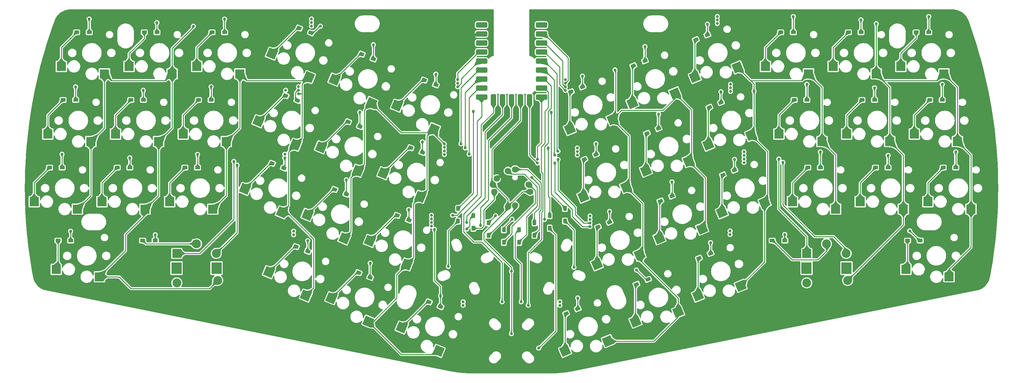
<source format=gbr>
%TF.GenerationSoftware,KiCad,Pcbnew,7.0.10*%
%TF.CreationDate,2025-01-07T08:37:08+09:00*%
%TF.ProjectId,editor,65646974-6f72-42e6-9b69-6361645f7063,rev?*%
%TF.SameCoordinates,Original*%
%TF.FileFunction,Copper,L2,Bot*%
%TF.FilePolarity,Positive*%
%FSLAX46Y46*%
G04 Gerber Fmt 4.6, Leading zero omitted, Abs format (unit mm)*
G04 Created by KiCad (PCBNEW 7.0.10) date 2025-01-07 08:37:08*
%MOMM*%
%LPD*%
G01*
G04 APERTURE LIST*
G04 Aperture macros list*
%AMRoundRect*
0 Rectangle with rounded corners*
0 $1 Rounding radius*
0 $2 $3 $4 $5 $6 $7 $8 $9 X,Y pos of 4 corners*
0 Add a 4 corners polygon primitive as box body*
4,1,4,$2,$3,$4,$5,$6,$7,$8,$9,$2,$3,0*
0 Add four circle primitives for the rounded corners*
1,1,$1+$1,$2,$3*
1,1,$1+$1,$4,$5*
1,1,$1+$1,$6,$7*
1,1,$1+$1,$8,$9*
0 Add four rect primitives between the rounded corners*
20,1,$1+$1,$2,$3,$4,$5,0*
20,1,$1+$1,$4,$5,$6,$7,0*
20,1,$1+$1,$6,$7,$8,$9,0*
20,1,$1+$1,$8,$9,$2,$3,0*%
%AMRotRect*
0 Rectangle, with rotation*
0 The origin of the aperture is its center*
0 $1 length*
0 $2 width*
0 $3 Rotation angle, in degrees counterclockwise*
0 Add horizontal line*
21,1,$1,$2,0,0,$3*%
G04 Aperture macros list end*
%TA.AperFunction,SMDPad,CuDef*%
%ADD10RoundRect,0.100000X0.600000X0.400000X-0.600000X0.400000X-0.600000X-0.400000X0.600000X-0.400000X0*%
%TD*%
%TA.AperFunction,SMDPad,CuDef*%
%ADD11RotRect,2.600000X2.600000X22.619000*%
%TD*%
%TA.AperFunction,SMDPad,CuDef*%
%ADD12R,2.600000X2.600000*%
%TD*%
%TA.AperFunction,SMDPad,CuDef*%
%ADD13RoundRect,0.100000X-0.400000X0.600000X-0.400000X-0.600000X0.400000X-0.600000X0.400000X0.600000X0*%
%TD*%
%TA.AperFunction,SMDPad,CuDef*%
%ADD14RoundRect,0.100000X0.400009X0.599994X-0.707690X0.138472X-0.400009X-0.599994X0.707690X-0.138472X0*%
%TD*%
%TA.AperFunction,SMDPad,CuDef*%
%ADD15RotRect,2.600000X2.600000X337.381000*%
%TD*%
%TA.AperFunction,SMDPad,CuDef*%
%ADD16RoundRect,0.100000X0.707690X0.138472X-0.400009X0.599994X-0.707690X-0.138472X0.400009X-0.599994X0*%
%TD*%
%TA.AperFunction,ComponentPad*%
%ADD17R,2.500000X2.500000*%
%TD*%
%TA.AperFunction,ComponentPad*%
%ADD18C,2.500000*%
%TD*%
%TA.AperFunction,ComponentPad*%
%ADD19R,2.850000X3.300000*%
%TD*%
%TA.AperFunction,ComponentPad*%
%ADD20C,1.800000*%
%TD*%
%TA.AperFunction,ComponentPad*%
%ADD21C,1.600000*%
%TD*%
%TA.AperFunction,SMDPad,CuDef*%
%ADD22RoundRect,0.400000X-1.200000X-0.400000X1.200000X-0.400000X1.200000X0.400000X-1.200000X0.400000X0*%
%TD*%
%TA.AperFunction,SMDPad,CuDef*%
%ADD23RoundRect,0.400000X-0.400000X-1.200000X0.400000X-1.200000X0.400000X1.200000X-0.400000X1.200000X0*%
%TD*%
%TA.AperFunction,ViaPad*%
%ADD24C,0.800000*%
%TD*%
%TA.AperFunction,Conductor*%
%ADD25C,0.250000*%
%TD*%
%TA.AperFunction,Conductor*%
%ADD26C,0.500000*%
%TD*%
G04 APERTURE END LIST*
D10*
%TO.P,D34,1,K*%
%TO.N,R5*%
X236780000Y-94900000D03*
%TO.P,D34,2,A*%
%TO.N,Net-(D34-A)*%
X233230000Y-94900000D03*
%TD*%
D11*
%TO.P,SW32,1,1*%
%TO.N,C5*%
X203509089Y-112098540D03*
%TO.P,SW32,2,2*%
%TO.N,Net-(D32-A)*%
X191485971Y-114832974D03*
%TD*%
D10*
%TO.P,D24,1,K*%
%TO.N,R3*%
X271070000Y-75850000D03*
%TO.P,D24,2,A*%
%TO.N,Net-(D24-A)*%
X267520000Y-75850000D03*
%TD*%
D12*
%TO.P,SW25,1,1*%
%TO.N,C1*%
X27720000Y-106600000D03*
%TO.P,SW25,2,2*%
%TO.N,Net-(D25-A)*%
X15570000Y-104500000D03*
%TD*%
D13*
%TO.P,D52,1,K*%
%TO.N,R6*%
X147725000Y-112425000D03*
%TO.P,D52,2,A*%
%TO.N,Net-(D52-A)*%
X147725000Y-115975000D03*
%TD*%
D10*
%TO.P,D46,1,K*%
%TO.N,R7*%
X264879000Y-115450000D03*
%TO.P,D46,2,A*%
%TO.N,Net-(D46-A)*%
X261329000Y-115450000D03*
%TD*%
%TO.P,D26,1,K*%
%TO.N,R6*%
X42470000Y-94900000D03*
%TO.P,D26,2,A*%
%TO.N,Net-(D26-A)*%
X38920000Y-94900000D03*
%TD*%
D14*
%TO.P,D8,1,K*%
%TO.N,R1*%
X187420572Y-64852144D03*
%TO.P,D8,2,A*%
%TO.N,Net-(D8-A)*%
X184143628Y-66217480D03*
%TD*%
%TO.P,D9,1,K*%
%TO.N,R2*%
X205005298Y-57525486D03*
%TO.P,D9,2,A*%
%TO.N,Net-(D9-A)*%
X201728354Y-58890822D03*
%TD*%
D15*
%TO.P,SW40,1,1*%
%TO.N,C3*%
X109581367Y-138293949D03*
%TO.P,SW40,2,2*%
%TO.N,Net-(D40-A)*%
X99173575Y-131682568D03*
%TD*%
D12*
%TO.P,SW34,1,1*%
%TO.N,C6*%
X241080000Y-106600000D03*
%TO.P,SW34,2,2*%
%TO.N,Net-(D34-A)*%
X228930000Y-104500000D03*
%TD*%
D16*
%TO.P,D18,1,K*%
%TO.N,R4*%
X124765972Y-90671188D03*
%TO.P,D18,2,A*%
%TO.N,Net-(D18-A)*%
X121489028Y-89305852D03*
%TD*%
D10*
%TO.P,D1,1,K*%
%TO.N,R1*%
X31040000Y-56800000D03*
%TO.P,D1,2,A*%
%TO.N,Net-(D1-A)*%
X27490000Y-56800000D03*
%TD*%
D13*
%TO.P,D54,1,K*%
%TO.N,R8*%
X139125000Y-108425000D03*
%TO.P,D54,2,A*%
%TO.N,Net-(D54-A)*%
X139125000Y-111975000D03*
%TD*%
D12*
%TO.P,SW35,1,1*%
%TO.N,C7*%
X260130000Y-106600000D03*
%TO.P,SW35,2,2*%
%TO.N,Net-(D35-A)*%
X247980000Y-104500000D03*
%TD*%
D17*
%TO.P,SW45,A,A*%
%TO.N,RE_C*%
X232955000Y-119075000D03*
D18*
%TO.P,SW45,B,B*%
%TO.N,RE_D*%
X244055000Y-119075000D03*
%TO.P,SW45,C,C*%
%TO.N,GND*%
X232955000Y-127375000D03*
D19*
%TO.P,SW45,MP*%
%TO.N,N/C*%
X232880000Y-123225000D03*
X244130000Y-123225000D03*
D18*
%TO.P,SW45,S1,S1*%
%TO.N,C7*%
X244455000Y-126675000D03*
%TO.P,SW45,S2,S2*%
%TO.N,Net-(D45-A)*%
X238505000Y-116375000D03*
%TD*%
D12*
%TO.P,SW14,1,1*%
%TO.N,C1*%
X50580000Y-87550000D03*
%TO.P,SW14,2,2*%
%TO.N,Net-(D14-A)*%
X38430000Y-85450000D03*
%TD*%
D14*
%TO.P,D43,1,K*%
%TO.N,R7*%
X188299692Y-126398032D03*
%TO.P,D43,2,A*%
%TO.N,Net-(D43-A)*%
X185022748Y-127763368D03*
%TD*%
D15*
%TO.P,SW18,1,1*%
%TO.N,C3*%
X124235391Y-103125041D03*
%TO.P,SW18,2,2*%
%TO.N,Net-(D18-A)*%
X113827599Y-96513660D03*
%TD*%
%TO.P,SW39,1,1*%
%TO.N,C2*%
X91996641Y-130967291D03*
%TO.P,SW39,2,2*%
%TO.N,Net-(D39-A)*%
X81588849Y-124355910D03*
%TD*%
%TO.P,SW6,1,1*%
%TO.N,C3*%
X128045103Y-84074983D03*
%TO.P,SW6,2,2*%
%TO.N,Net-(D6-A)*%
X117637311Y-77463602D03*
%TD*%
D16*
%TO.P,D30,1,K*%
%TO.N,R6*%
X120956260Y-109721245D03*
%TO.P,D30,2,A*%
%TO.N,Net-(D30-A)*%
X117679316Y-108355909D03*
%TD*%
D12*
%TO.P,SW13,1,1*%
%TO.N,C1*%
X31530000Y-87550000D03*
%TO.P,SW13,2,2*%
%TO.N,Net-(D13-A)*%
X19380000Y-85450000D03*
%TD*%
D15*
%TO.P,SW17,1,1*%
%TO.N,C3*%
X106650665Y-95798383D03*
%TO.P,SW17,2,2*%
%TO.N,Net-(D17-A)*%
X96242873Y-89187002D03*
%TD*%
D11*
%TO.P,SW9,1,1*%
%TO.N,C6*%
X213474390Y-66671768D03*
%TO.P,SW9,2,2*%
%TO.N,Net-(D9-A)*%
X201451272Y-69406202D03*
%TD*%
D13*
%TO.P,D47,1,K*%
%TO.N,R1*%
X134825000Y-106425000D03*
%TO.P,D47,2,A*%
%TO.N,Net-(D47-A)*%
X134825000Y-109975000D03*
%TD*%
D10*
%TO.P,D45,1,K*%
%TO.N,R8*%
X226779000Y-115450000D03*
%TO.P,D45,2,A*%
%TO.N,Net-(D45-A)*%
X223229000Y-115450000D03*
%TD*%
D12*
%TO.P,SW11,1,1*%
%TO.N,C7*%
X252510000Y-68500000D03*
%TO.P,SW11,2,2*%
%TO.N,Net-(D11-A)*%
X240360000Y-66400000D03*
%TD*%
D15*
%TO.P,SW30,1,1*%
%TO.N,C3*%
X120425678Y-122175098D03*
%TO.P,SW30,2,2*%
%TO.N,Net-(D30-A)*%
X110017886Y-115563717D03*
%TD*%
D13*
%TO.P,D53,1,K*%
%TO.N,R7*%
X152025000Y-112425000D03*
%TO.P,D53,2,A*%
%TO.N,Net-(D53-A)*%
X152025000Y-115975000D03*
%TD*%
D10*
%TO.P,D14,1,K*%
%TO.N,R4*%
X46280000Y-75850000D03*
%TO.P,D14,2,A*%
%TO.N,Net-(D14-A)*%
X42730000Y-75850000D03*
%TD*%
D11*
%TO.P,SW43,1,1*%
%TO.N,C5*%
X196768673Y-135544050D03*
%TO.P,SW43,2,2*%
%TO.N,Net-(D43-A)*%
X184745555Y-138278484D03*
%TD*%
D10*
%TO.P,D23,1,K*%
%TO.N,R4*%
X252020000Y-75850000D03*
%TO.P,D23,2,A*%
%TO.N,Net-(D23-A)*%
X248470000Y-75850000D03*
%TD*%
D11*
%TO.P,SW21,1,1*%
%TO.N,C6*%
X217284103Y-85721825D03*
%TO.P,SW21,2,2*%
%TO.N,Net-(D21-A)*%
X205260985Y-88456259D03*
%TD*%
D10*
%TO.P,D10,1,K*%
%TO.N,R1*%
X229160000Y-56800000D03*
%TO.P,D10,2,A*%
%TO.N,Net-(D10-A)*%
X225610000Y-56800000D03*
%TD*%
%TO.P,D3,1,K*%
%TO.N,R1*%
X69140000Y-56800000D03*
%TO.P,D3,2,A*%
%TO.N,Net-(D3-A)*%
X65590000Y-56800000D03*
%TD*%
D14*
%TO.P,D31,1,K*%
%TO.N,R6*%
X177455270Y-110278916D03*
%TO.P,D31,2,A*%
%TO.N,Net-(D31-A)*%
X174178326Y-111644252D03*
%TD*%
D12*
%TO.P,SW12,1,1*%
%TO.N,C7*%
X271560000Y-68500000D03*
%TO.P,SW12,2,2*%
%TO.N,Net-(D12-A)*%
X259410000Y-66400000D03*
%TD*%
D14*
%TO.P,D21,1,K*%
%TO.N,R4*%
X208815010Y-76575544D03*
%TO.P,D21,2,A*%
%TO.N,Net-(D21-A)*%
X205538066Y-77940880D03*
%TD*%
D11*
%TO.P,SW44,1,1*%
%TO.N,C6*%
X214353399Y-128217392D03*
%TO.P,SW44,2,2*%
%TO.N,Net-(D44-A)*%
X202330281Y-130951826D03*
%TD*%
D16*
%TO.P,D39,1,K*%
%TO.N,R8*%
X92527223Y-118513438D03*
%TO.P,D39,2,A*%
%TO.N,Net-(D39-A)*%
X89250279Y-117148102D03*
%TD*%
D15*
%TO.P,SW41,1,1*%
%TO.N,C3*%
X129363949Y-146537003D03*
%TO.P,SW41,2,2*%
%TO.N,Net-(D41-A)*%
X118956157Y-139925622D03*
%TD*%
D12*
%TO.P,SW3,1,1*%
%TO.N,C2*%
X73440000Y-68500000D03*
%TO.P,SW3,2,2*%
%TO.N,Net-(D3-A)*%
X61290000Y-66400000D03*
%TD*%
D11*
%TO.P,SW42,1,1*%
%TO.N,C5*%
X176986092Y-143787103D03*
%TO.P,SW42,2,2*%
%TO.N,Net-(D42-A)*%
X164962974Y-146521537D03*
%TD*%
D16*
%TO.P,D16,1,K*%
%TO.N,R4*%
X89596520Y-76017872D03*
%TO.P,D16,2,A*%
%TO.N,Net-(D16-A)*%
X86319576Y-74652536D03*
%TD*%
D14*
%TO.P,D32,1,K*%
%TO.N,R5*%
X195039996Y-102952259D03*
%TO.P,D32,2,A*%
%TO.N,Net-(D32-A)*%
X191763052Y-104317595D03*
%TD*%
D10*
%TO.P,D12,1,K*%
%TO.N,R1*%
X267260000Y-56800000D03*
%TO.P,D12,2,A*%
%TO.N,Net-(D12-A)*%
X263710000Y-56800000D03*
%TD*%
D16*
%TO.P,D17,1,K*%
%TO.N,R3*%
X107181246Y-83344530D03*
%TO.P,D17,2,A*%
%TO.N,Net-(D17-A)*%
X103904302Y-81979194D03*
%TD*%
D12*
%TO.P,SW26,1,1*%
%TO.N,C1*%
X46770000Y-106600000D03*
%TO.P,SW26,2,2*%
%TO.N,Net-(D26-A)*%
X34620000Y-104500000D03*
%TD*%
D16*
%TO.P,D4,1,K*%
%TO.N,R2*%
X93406233Y-56967815D03*
%TO.P,D4,2,A*%
%TO.N,Net-(D4-A)*%
X90129289Y-55602479D03*
%TD*%
D20*
%TO.P,SW50,A,A*%
%TO.N,Net-(D51-A)*%
X150875000Y-105547938D03*
%TO.P,SW50,B,B*%
%TO.N,Net-(D52-A)*%
X154722938Y-99700000D03*
%TO.P,SW50,C,C*%
%TO.N,Net-(D53-A)*%
X148875000Y-95852062D03*
%TO.P,SW50,C1,COM*%
%TO.N,Net-(D50-A)*%
X150875000Y-95444289D03*
%TO.P,SW50,D,D*%
%TO.N,Net-(D54-A)*%
X145027062Y-101700000D03*
%TO.P,SW50,GND,GND*%
%TO.N,GND*%
X145725000Y-98001850D03*
%TO.P,SW50,P1,Push*%
%TO.N,C4*%
X148875000Y-105955711D03*
%TO.P,SW50,P2,Push*%
X155130711Y-101700000D03*
%TO.P,SW50,P3,Push*%
X144619289Y-99700000D03*
%TD*%
D10*
%TO.P,D13,1,K*%
%TO.N,R3*%
X27230000Y-75850000D03*
%TO.P,D13,2,A*%
%TO.N,Net-(D13-A)*%
X23680000Y-75850000D03*
%TD*%
D12*
%TO.P,SW2,1,1*%
%TO.N,C1*%
X54390000Y-68500000D03*
%TO.P,SW2,2,2*%
%TO.N,Net-(D2-A)*%
X42240000Y-66400000D03*
%TD*%
D13*
%TO.P,D48,1,K*%
%TO.N,R2*%
X164925000Y-106425000D03*
%TO.P,D48,2,A*%
%TO.N,Net-(D48-A)*%
X164925000Y-109975000D03*
%TD*%
D10*
%TO.P,D37,1,K*%
%TO.N,R7*%
X25801000Y-115450000D03*
%TO.P,D37,2,A*%
%TO.N,Net-(D37-A)*%
X22251000Y-115450000D03*
%TD*%
D12*
%TO.P,SW10,1,1*%
%TO.N,C6*%
X233460000Y-68500000D03*
%TO.P,SW10,2,2*%
%TO.N,Net-(D10-A)*%
X221310000Y-66400000D03*
%TD*%
%TO.P,SW1,1,1*%
%TO.N,C1*%
X35340000Y-68500000D03*
%TO.P,SW1,2,2*%
%TO.N,Net-(D1-A)*%
X23190000Y-66400000D03*
%TD*%
D10*
%TO.P,D35,1,K*%
%TO.N,R6*%
X255830000Y-94900000D03*
%TO.P,D35,2,A*%
%TO.N,Net-(D35-A)*%
X252280000Y-94900000D03*
%TD*%
D15*
%TO.P,SW4,1,1*%
%TO.N,C2*%
X92875651Y-69421668D03*
%TO.P,SW4,2,2*%
%TO.N,Net-(D4-A)*%
X82467859Y-62810287D03*
%TD*%
D12*
%TO.P,SW46,1,1*%
%TO.N,C7*%
X272989000Y-125650000D03*
%TO.P,SW46,2,2*%
%TO.N,Net-(D46-A)*%
X260839000Y-123550000D03*
%TD*%
D10*
%TO.P,D22,1,K*%
%TO.N,R3*%
X232970000Y-75850000D03*
%TO.P,D22,2,A*%
%TO.N,Net-(D22-A)*%
X229420000Y-75850000D03*
%TD*%
D11*
%TO.P,SW20,1,1*%
%TO.N,C5*%
X199699377Y-93048483D03*
%TO.P,SW20,2,2*%
%TO.N,Net-(D20-A)*%
X187676259Y-95782917D03*
%TD*%
D15*
%TO.P,SW28,1,1*%
%TO.N,C2*%
X85256226Y-107521783D03*
%TO.P,SW28,2,2*%
%TO.N,Net-(D28-A)*%
X74848434Y-100910402D03*
%TD*%
D16*
%TO.P,D29,1,K*%
%TO.N,R5*%
X103371534Y-102394588D03*
%TO.P,D29,2,A*%
%TO.N,Net-(D29-A)*%
X100094590Y-101029252D03*
%TD*%
D12*
%TO.P,SW15,1,1*%
%TO.N,C2*%
X69630000Y-87550000D03*
%TO.P,SW15,2,2*%
%TO.N,Net-(D15-A)*%
X57480000Y-85450000D03*
%TD*%
%TO.P,SW37,1,1*%
%TO.N,C1*%
X33911000Y-125650000D03*
%TO.P,SW37,2,2*%
%TO.N,Net-(D37-A)*%
X21761000Y-123550000D03*
%TD*%
D14*
%TO.P,D19,1,K*%
%TO.N,R4*%
X173645558Y-91228859D03*
%TO.P,D19,2,A*%
%TO.N,Net-(D19-A)*%
X170368614Y-92594195D03*
%TD*%
D10*
%TO.P,D11,1,K*%
%TO.N,R2*%
X248210000Y-56800000D03*
%TO.P,D11,2,A*%
%TO.N,Net-(D11-A)*%
X244660000Y-56800000D03*
%TD*%
D14*
%TO.P,D44,1,K*%
%TO.N,R8*%
X205884307Y-119071109D03*
%TO.P,D44,2,A*%
%TO.N,Net-(D44-A)*%
X202607363Y-120436445D03*
%TD*%
D15*
%TO.P,SW29,1,1*%
%TO.N,C3*%
X102840952Y-114848440D03*
%TO.P,SW29,2,2*%
%TO.N,Net-(D29-A)*%
X92433160Y-108237059D03*
%TD*%
D10*
%TO.P,D2,1,K*%
%TO.N,R2*%
X50090000Y-56800000D03*
%TO.P,D2,2,A*%
%TO.N,Net-(D2-A)*%
X46540000Y-56800000D03*
%TD*%
D21*
%TO.P,U1,0,GP0*%
%TO.N,LED*%
X157495000Y-54734231D03*
D22*
X158295000Y-54734231D03*
D21*
%TO.P,U1,1,GP1*%
%TO.N,R2*%
X157495000Y-57274231D03*
D22*
X158295000Y-57274231D03*
D21*
%TO.P,U1,2,GP2*%
%TO.N,C7*%
X157495000Y-59814231D03*
D22*
X158295000Y-59814231D03*
D21*
%TO.P,U1,3,GP3*%
%TO.N,C5*%
X157495000Y-62354231D03*
D22*
X158295000Y-62354231D03*
D21*
%TO.P,U1,4,GP4*%
%TO.N,R4*%
X157495000Y-64894231D03*
D22*
X158295000Y-64894231D03*
D21*
%TO.P,U1,5,GP5*%
%TO.N,C6*%
X157495000Y-67434231D03*
D22*
X158295000Y-67434231D03*
D21*
%TO.P,U1,6,GP6*%
%TO.N,R6*%
X157495000Y-69974231D03*
D22*
X158295000Y-69974231D03*
D21*
%TO.P,U1,7,GP7*%
%TO.N,R8*%
X157495000Y-72514231D03*
D22*
X158295000Y-72514231D03*
D21*
%TO.P,U1,8,GP8*%
%TO.N,RE_C*%
X157495000Y-75054231D03*
D22*
X158295000Y-75054231D03*
D21*
%TO.P,U1,9,GP9*%
%TO.N,RE_D*%
X154955000Y-75054231D03*
D23*
X154955000Y-75854231D03*
D21*
%TO.P,U1,10,GP10*%
%TO.N,C4*%
X152415000Y-75054231D03*
D23*
X152415000Y-75854231D03*
D21*
%TO.P,U1,11,GP11*%
%TO.N,RE_B*%
X149875000Y-75054231D03*
D23*
X149875000Y-75854231D03*
D21*
%TO.P,U1,12,GP12*%
%TO.N,RE_A*%
X147335000Y-75054231D03*
D23*
X147335000Y-75854231D03*
D21*
%TO.P,U1,13,GP13*%
%TO.N,R7*%
X144795000Y-75054231D03*
D23*
X144795000Y-75854231D03*
D22*
%TO.P,U1,14,GP14*%
%TO.N,R5*%
X141455000Y-75054231D03*
D21*
X142255000Y-75054231D03*
D22*
%TO.P,U1,15,GP15*%
%TO.N,C2*%
X141455000Y-72514231D03*
D21*
X142255000Y-72514231D03*
D22*
%TO.P,U1,16,GP26*%
%TO.N,R3*%
X141455000Y-69974231D03*
D21*
X142255000Y-69974231D03*
D22*
%TO.P,U1,17,GP27*%
%TO.N,C3*%
X141455000Y-67434231D03*
D21*
X142255000Y-67434231D03*
D22*
%TO.P,U1,18,GP28*%
%TO.N,C1*%
X141455000Y-64894231D03*
D21*
X142255000Y-64894231D03*
D22*
%TO.P,U1,19,GP29*%
%TO.N,R1*%
X141455000Y-62354231D03*
D21*
X142255000Y-62354231D03*
D22*
%TO.P,U1,20,3V3*%
%TO.N,unconnected-(U1-3V3-Pad20)*%
X141455000Y-59814231D03*
D21*
X142255000Y-59814231D03*
D22*
%TO.P,U1,21,GND*%
%TO.N,GND*%
X141455000Y-57274231D03*
D21*
X142255000Y-57274231D03*
D22*
%TO.P,U1,22,5V*%
%TO.N,5V*%
X141455000Y-54734231D03*
D21*
X142255000Y-54734231D03*
%TD*%
D16*
%TO.P,D41,1,K*%
%TO.N,R8*%
X129894530Y-134083150D03*
%TO.P,D41,2,A*%
%TO.N,Net-(D41-A)*%
X126617586Y-132717814D03*
%TD*%
%TO.P,D40,1,K*%
%TO.N,R7*%
X110111839Y-125840362D03*
%TO.P,D40,2,A*%
%TO.N,Net-(D40-A)*%
X106834895Y-124475026D03*
%TD*%
D15*
%TO.P,SW5,1,1*%
%TO.N,C3*%
X110460377Y-76748325D03*
%TO.P,SW5,2,2*%
%TO.N,Net-(D5-A)*%
X100052585Y-70136944D03*
%TD*%
D10*
%TO.P,D15,1,K*%
%TO.N,R3*%
X65330000Y-75850000D03*
%TO.P,D15,2,A*%
%TO.N,Net-(D15-A)*%
X61780000Y-75850000D03*
%TD*%
D14*
%TO.P,D20,1,K*%
%TO.N,R3*%
X191230284Y-83902201D03*
%TO.P,D20,2,A*%
%TO.N,Net-(D20-A)*%
X187953340Y-85267537D03*
%TD*%
D12*
%TO.P,SW36,1,1*%
%TO.N,C7*%
X279180000Y-106600000D03*
%TO.P,SW36,2,2*%
%TO.N,Net-(D36-A)*%
X267030000Y-104500000D03*
%TD*%
D11*
%TO.P,SW8,1,1*%
%TO.N,C5*%
X195889664Y-73998425D03*
%TO.P,SW8,2,2*%
%TO.N,Net-(D8-A)*%
X183866546Y-76732859D03*
%TD*%
D16*
%TO.P,D28,1,K*%
%TO.N,R6*%
X85786808Y-95067930D03*
%TO.P,D28,2,A*%
%TO.N,Net-(D28-A)*%
X82509864Y-93702594D03*
%TD*%
D10*
%TO.P,D38,1,K*%
%TO.N,R8*%
X49613500Y-115450000D03*
%TO.P,D38,2,A*%
%TO.N,Net-(D38-A)*%
X46063500Y-115450000D03*
%TD*%
D11*
%TO.P,SW31,1,1*%
%TO.N,C5*%
X185924363Y-119425198D03*
%TO.P,SW31,2,2*%
%TO.N,Net-(D31-A)*%
X173901245Y-122159632D03*
%TD*%
D10*
%TO.P,D36,1,K*%
%TO.N,R5*%
X274880000Y-94900000D03*
%TO.P,D36,2,A*%
%TO.N,Net-(D36-A)*%
X271330000Y-94900000D03*
%TD*%
%TO.P,D25,1,K*%
%TO.N,R5*%
X23420000Y-94900000D03*
%TO.P,D25,2,A*%
%TO.N,Net-(D25-A)*%
X19870000Y-94900000D03*
%TD*%
D16*
%TO.P,D6,1,K*%
%TO.N,R2*%
X128575685Y-71621130D03*
%TO.P,D6,2,A*%
%TO.N,Net-(D6-A)*%
X125298741Y-70255794D03*
%TD*%
D12*
%TO.P,SW24,1,1*%
%TO.N,C7*%
X275370000Y-87550000D03*
%TO.P,SW24,2,2*%
%TO.N,Net-(D24-A)*%
X263220000Y-85450000D03*
%TD*%
D13*
%TO.P,D49,1,K*%
%TO.N,R3*%
X160625000Y-108425000D03*
%TO.P,D49,2,A*%
%TO.N,Net-(D49-A)*%
X160625000Y-111975000D03*
%TD*%
D14*
%TO.P,D7,1,K*%
%TO.N,R2*%
X169835846Y-72178801D03*
%TO.P,D7,2,A*%
%TO.N,Net-(D7-A)*%
X166558902Y-73544137D03*
%TD*%
D12*
%TO.P,SW22,1,1*%
%TO.N,C6*%
X237270000Y-87550000D03*
%TO.P,SW22,2,2*%
%TO.N,Net-(D22-A)*%
X225120000Y-85450000D03*
%TD*%
D11*
%TO.P,SW33,1,1*%
%TO.N,C6*%
X221093815Y-104771883D03*
%TO.P,SW33,2,2*%
%TO.N,Net-(D33-A)*%
X209070697Y-107506317D03*
%TD*%
D13*
%TO.P,D51,1,K*%
%TO.N,R5*%
X143425000Y-110425000D03*
%TO.P,D51,2,A*%
%TO.N,Net-(D51-A)*%
X143425000Y-113975000D03*
%TD*%
D10*
%TO.P,D27,1,K*%
%TO.N,R5*%
X61520000Y-94900000D03*
%TO.P,D27,2,A*%
%TO.N,Net-(D27-A)*%
X57970000Y-94900000D03*
%TD*%
D12*
%TO.P,SW27,1,1*%
%TO.N,C2*%
X65820000Y-106600000D03*
%TO.P,SW27,2,2*%
%TO.N,Net-(D27-A)*%
X53670000Y-104500000D03*
%TD*%
D11*
%TO.P,SW7,1,1*%
%TO.N,C5*%
X178304938Y-81325083D03*
%TO.P,SW7,2,2*%
%TO.N,Net-(D7-A)*%
X166281820Y-84059517D03*
%TD*%
D14*
%TO.P,D42,1,K*%
%TO.N,R8*%
X168517000Y-134640821D03*
%TO.P,D42,2,A*%
%TO.N,Net-(D42-A)*%
X165240056Y-136006157D03*
%TD*%
D15*
%TO.P,SW16,1,1*%
%TO.N,C2*%
X89065939Y-88471725D03*
%TO.P,SW16,2,2*%
%TO.N,Net-(D16-A)*%
X78658147Y-81860344D03*
%TD*%
D12*
%TO.P,SW23,1,1*%
%TO.N,C7*%
X256320000Y-87550000D03*
%TO.P,SW23,2,2*%
%TO.N,Net-(D23-A)*%
X244170000Y-85450000D03*
%TD*%
D13*
%TO.P,D50,1,K*%
%TO.N,R4*%
X156325000Y-110425000D03*
%TO.P,D50,2,A*%
%TO.N,Net-(D50-A)*%
X156325000Y-113975000D03*
%TD*%
D17*
%TO.P,SW38,A,A*%
%TO.N,RE_A*%
X55695000Y-119075000D03*
D18*
%TO.P,SW38,B,B*%
%TO.N,RE_B*%
X66795000Y-119075000D03*
%TO.P,SW38,C,C*%
%TO.N,GND*%
X55695000Y-127375000D03*
D19*
%TO.P,SW38,MP*%
%TO.N,N/C*%
X55620000Y-123225000D03*
X66870000Y-123225000D03*
D18*
%TO.P,SW38,S1,S1*%
%TO.N,C1*%
X67195000Y-126675000D03*
%TO.P,SW38,S2,S2*%
%TO.N,Net-(D38-A)*%
X61245000Y-116375000D03*
%TD*%
D16*
%TO.P,D5,1,K*%
%TO.N,R1*%
X110990959Y-64294473D03*
%TO.P,D5,2,A*%
%TO.N,Net-(D5-A)*%
X107714015Y-62929137D03*
%TD*%
D11*
%TO.P,SW19,1,1*%
%TO.N,C5*%
X182114651Y-100375141D03*
%TO.P,SW19,2,2*%
%TO.N,Net-(D19-A)*%
X170091533Y-103109575D03*
%TD*%
D14*
%TO.P,D33,1,K*%
%TO.N,R6*%
X212624722Y-95625601D03*
%TO.P,D33,2,A*%
%TO.N,Net-(D33-A)*%
X209347778Y-96990937D03*
%TD*%
D24*
%TO.N,R1*%
X134725935Y-70151791D03*
X229157874Y-52352992D03*
X139127279Y-79060806D03*
X69136865Y-53070940D03*
X207772683Y-52338547D03*
X110991701Y-60289568D03*
X31038712Y-53059557D03*
X187422953Y-60818229D03*
X267260946Y-52352992D03*
X165024065Y-70151791D03*
X93593197Y-53060014D03*
%TO.N,R2*%
X248208073Y-53316578D03*
X205008371Y-54490429D03*
X134725935Y-71151791D03*
X207772683Y-53338547D03*
X161079056Y-79331781D03*
X169830704Y-69148876D03*
X93593197Y-54060014D03*
X128582535Y-68599040D03*
X165024065Y-71151791D03*
X50086046Y-54065726D03*
X96072526Y-55090243D03*
%TO.N,R3*%
X65335832Y-72129112D03*
X27224649Y-72147254D03*
X130971139Y-89229370D03*
X107182060Y-79310665D03*
X211493232Y-71425000D03*
X168386656Y-89385206D03*
X160159187Y-89385206D03*
X191230630Y-79867343D03*
X271069542Y-71425000D03*
X232971979Y-71425000D03*
X89949721Y-72125750D03*
X136845830Y-89385206D03*
%TO.N,R4*%
X46247768Y-73129112D03*
X130971139Y-90229370D03*
X168386656Y-90385206D03*
X89949721Y-73129112D03*
X173644348Y-88194607D03*
X211493232Y-72425000D03*
X155566775Y-97678209D03*
X124767236Y-87643200D03*
X208817790Y-73539714D03*
X162949422Y-90313455D03*
X252020420Y-72425000D03*
X86313235Y-73129112D03*
%TO.N,R5*%
X145402197Y-108447803D03*
X236781297Y-90474481D03*
X61523046Y-91170731D03*
X103377086Y-98360452D03*
X274882573Y-90474481D03*
X171975099Y-108520584D03*
X215297941Y-90474481D03*
X23390968Y-91158140D03*
X133256542Y-108348393D03*
X127345082Y-108348393D03*
X86073386Y-91149657D03*
X195037391Y-98914001D03*
%TO.N,R6*%
X127345082Y-109348393D03*
X215297941Y-91474481D03*
X159146197Y-109523845D03*
X177457276Y-107236987D03*
X150034222Y-109451399D03*
X120957527Y-106686572D03*
X86073386Y-92149657D03*
X42452099Y-92154353D03*
X212625056Y-92587870D03*
X255831883Y-91474481D03*
X171975099Y-109520584D03*
%TO.N,R7*%
X110122936Y-121802980D03*
X152594933Y-132696240D03*
X261930653Y-112716291D03*
X185017044Y-123726069D03*
X136264183Y-132696240D03*
X163485817Y-132696240D03*
X147228387Y-132696240D03*
X25807877Y-112806186D03*
X211372127Y-112746222D03*
X88554642Y-112815304D03*
%TO.N,R8*%
X211372127Y-113746222D03*
X154574235Y-133696240D03*
X129894108Y-131041780D03*
X49611377Y-113815304D03*
X205882065Y-116033448D03*
X88554642Y-113815304D03*
X128174712Y-112305527D03*
X226780491Y-113746222D03*
X163485817Y-133696240D03*
X136264183Y-133696240D03*
X92524795Y-115469697D03*
X168515015Y-131601015D03*
X137282791Y-112208161D03*
%TO.N,Net-(D47-A)*%
X132080429Y-122760855D03*
%TO.N,Net-(D48-A)*%
X167443736Y-123014454D03*
%TO.N,Net-(D49-A)*%
X157514817Y-145754259D03*
%TO.N,GND*%
X17282561Y-127504827D03*
X185542338Y-50938929D03*
X239332400Y-137148070D03*
X235238352Y-116223404D03*
X51094189Y-51019948D03*
X156637876Y-83919981D03*
X135723897Y-151821634D03*
X153650726Y-85401977D03*
X16924601Y-71943908D03*
X130453508Y-113617784D03*
X180524615Y-70745236D03*
X146891231Y-85435029D03*
X134030405Y-98090773D03*
X155715487Y-51142502D03*
X137259737Y-64236511D03*
X137396198Y-149565575D03*
X285719014Y-91221286D03*
X14131849Y-91191887D03*
X23589832Y-51687365D03*
X143442462Y-82308575D03*
X177759663Y-63388047D03*
X86662448Y-51279437D03*
X140507530Y-114178292D03*
X163904956Y-151825662D03*
X133725003Y-113811172D03*
X94736056Y-143774661D03*
X14013192Y-110731978D03*
X282570107Y-127536303D03*
X122787453Y-63525424D03*
X61204236Y-137227389D03*
X282860575Y-72098015D03*
X212953360Y-51010372D03*
X145777377Y-105560399D03*
X249189568Y-51048465D03*
X285741768Y-110932921D03*
X143947863Y-51215918D03*
X276009490Y-51730838D03*
X145166847Y-83887917D03*
X114053793Y-51063574D03*
X206378480Y-143736134D03*
%TO.N,C1*%
X60342430Y-55088002D03*
X134725935Y-72151791D03*
X93593197Y-55060014D03*
%TO.N,C2*%
X137948452Y-91138191D03*
X130971139Y-91229370D03*
X89949721Y-74129112D03*
%TO.N,C3*%
X130971139Y-88229370D03*
X135645453Y-88229390D03*
%TO.N,C5*%
X165024065Y-73151791D03*
X179004570Y-67414502D03*
%TO.N,C6*%
X211493232Y-73425000D03*
X218116889Y-73396591D03*
X162046941Y-91409325D03*
X168386656Y-91385206D03*
%TO.N,C7*%
X165024065Y-72151791D03*
X252501522Y-54355310D03*
X207772683Y-54338547D03*
%TO.N,RE_A*%
X127345082Y-110348393D03*
X71743591Y-93150563D03*
X137222059Y-110362535D03*
%TO.N,RE_B*%
X127345082Y-111348393D03*
X72648091Y-94211109D03*
X141134155Y-111250000D03*
%TO.N,RE_C*%
X225095532Y-92474481D03*
X171975099Y-110520584D03*
X162966619Y-92621157D03*
X157186325Y-92608712D03*
X215297941Y-92474481D03*
%TO.N,RE_D*%
X226245621Y-93417077D03*
X215297941Y-93474481D03*
X171975099Y-111520584D03*
X162056080Y-93559452D03*
X157173673Y-93621367D03*
%TO.N,C4*%
X149841938Y-141675831D03*
X149841938Y-124101741D03*
%TD*%
D25*
%TO.N,R1*%
X110990959Y-64294473D02*
X110990959Y-60290310D01*
X187420572Y-64852144D02*
X187420572Y-60820610D01*
X267260000Y-52353938D02*
X267260946Y-52352992D01*
X69136865Y-53070940D02*
X69136865Y-56626558D01*
X139127279Y-102122721D02*
X134825000Y-106425000D01*
X229160000Y-52355118D02*
X229157874Y-52352992D01*
X110990959Y-60290310D02*
X110991701Y-60289568D01*
X229160000Y-56800000D02*
X229160000Y-52355118D01*
X134725935Y-70151791D02*
X134725935Y-68271497D01*
X31038712Y-53059557D02*
X31038712Y-56603117D01*
X187420572Y-60820610D02*
X187422953Y-60818229D01*
X134725935Y-68271497D02*
X140643201Y-62354231D01*
X139127279Y-79060806D02*
X139127279Y-102122721D01*
X267260000Y-56800000D02*
X267260000Y-52353938D01*
%TO.N,Net-(D1-A)*%
X23190000Y-61100000D02*
X23190000Y-66400000D01*
X27490000Y-56800000D02*
X23190000Y-61100000D01*
%TO.N,R2*%
X128575685Y-68605890D02*
X128582535Y-68599040D01*
X165788730Y-63969000D02*
X165788730Y-70412431D01*
X128575685Y-71621130D02*
X128575685Y-68605890D01*
X165049370Y-71151791D02*
X165024065Y-71151791D01*
X161079056Y-102365277D02*
X164925000Y-106211221D01*
X248208073Y-53316578D02*
X248208073Y-56798073D01*
X169835846Y-69154018D02*
X169830704Y-69148876D01*
X169835846Y-72178801D02*
X169835846Y-69154018D01*
X161079056Y-79331781D02*
X161079056Y-102365277D01*
X205005298Y-54493502D02*
X205008371Y-54490429D01*
X165788730Y-70412431D02*
X165049370Y-71151791D01*
X93406233Y-56967815D02*
X94097066Y-56967815D01*
X94097066Y-56967815D02*
X95974638Y-55090243D01*
X159093961Y-57274231D02*
X165788730Y-63969000D01*
X50086046Y-54065726D02*
X50086046Y-56796046D01*
X95974638Y-55090243D02*
X96072526Y-55090243D01*
X205005298Y-57525486D02*
X205005298Y-54493502D01*
%TO.N,Net-(D2-A)*%
X42240000Y-62820645D02*
X46540000Y-58520645D01*
X42240000Y-66400000D02*
X42240000Y-62820645D01*
X46540000Y-58520645D02*
X46540000Y-56800000D01*
%TO.N,Net-(D3-A)*%
X61290000Y-61100000D02*
X65590000Y-56800000D01*
X61290000Y-66400000D02*
X61290000Y-61100000D01*
%TO.N,Net-(D4-A)*%
X82467859Y-62810287D02*
X89675667Y-55602479D01*
%TO.N,Net-(D5-A)*%
X100052585Y-70136944D02*
X107260392Y-62929137D01*
%TO.N,Net-(D6-A)*%
X117637311Y-77463602D02*
X124845119Y-70255794D01*
%TO.N,Net-(D7-A)*%
X166281820Y-73821219D02*
X166281820Y-84059517D01*
%TO.N,Net-(D8-A)*%
X183866546Y-66494562D02*
X183866546Y-76732859D01*
%TO.N,Net-(D9-A)*%
X201451272Y-69406202D02*
X201451272Y-59167904D01*
%TO.N,Net-(D10-A)*%
X221310000Y-66400000D02*
X221310000Y-61100000D01*
X221310000Y-61100000D02*
X225610000Y-56800000D01*
%TO.N,Net-(D11-A)*%
X240360000Y-61100000D02*
X244660000Y-56800000D01*
X240360000Y-66400000D02*
X240360000Y-61100000D01*
%TO.N,Net-(D12-A)*%
X263710000Y-58423496D02*
X259410000Y-62723496D01*
X263710000Y-56800000D02*
X263710000Y-58423496D01*
X259410000Y-62723496D02*
X259410000Y-66400000D01*
%TO.N,R3*%
X136833714Y-73805265D02*
X140664748Y-69974231D01*
X107181246Y-79311479D02*
X107182060Y-79310665D01*
X191230284Y-83902201D02*
X191230284Y-79867689D01*
X136845830Y-89385206D02*
X136833714Y-89373090D01*
X160171201Y-102996476D02*
X160625000Y-103450275D01*
X27224649Y-72147254D02*
X27224649Y-75680971D01*
X232970000Y-75850000D02*
X232970000Y-71426979D01*
X160159187Y-89385206D02*
X160171201Y-89397220D01*
X232970000Y-71426979D02*
X232971979Y-71425000D01*
X136833714Y-89373090D02*
X136833714Y-73805265D01*
X160625000Y-103450275D02*
X160625000Y-108425000D01*
X271070000Y-71425458D02*
X271069542Y-71425000D01*
X160171201Y-89397220D02*
X160171201Y-102996476D01*
X65330000Y-72134944D02*
X65335832Y-72129112D01*
X191230284Y-79867689D02*
X191230630Y-79867343D01*
X65330000Y-75850000D02*
X65330000Y-72134944D01*
X271070000Y-75850000D02*
X271070000Y-71425458D01*
X107181246Y-83344530D02*
X107181246Y-79311479D01*
%TO.N,Net-(D13-A)*%
X19380000Y-85450000D02*
X19380000Y-80150000D01*
X19380000Y-80150000D02*
X23680000Y-75850000D01*
%TO.N,R4*%
X89596520Y-76017872D02*
X89061223Y-75482575D01*
X208815010Y-73542494D02*
X208817790Y-73539714D01*
X89061223Y-75482575D02*
X89061223Y-73783946D01*
X157648752Y-99760186D02*
X155566775Y-97678209D01*
X173645558Y-88195817D02*
X173644348Y-88194607D01*
X156325000Y-110425000D02*
X156325000Y-107675663D01*
X252020000Y-72425420D02*
X252020420Y-72425000D01*
X173645558Y-91228859D02*
X173645558Y-88195817D01*
X156325000Y-107675663D02*
X157294335Y-106706328D01*
X46247768Y-73129112D02*
X46247768Y-75817768D01*
X89716057Y-73129112D02*
X89949721Y-73129112D01*
X157294335Y-106706328D02*
X157294335Y-106702624D01*
X124765972Y-90671188D02*
X124765972Y-87644464D01*
X162666306Y-90030339D02*
X162666306Y-68499075D01*
X89061223Y-73783946D02*
X89716057Y-73129112D01*
X208815010Y-76575544D02*
X208815010Y-73542494D01*
X252020000Y-75850000D02*
X252020000Y-72425420D01*
X157294335Y-106702624D02*
X157648752Y-106348207D01*
X162666306Y-68499075D02*
X159061462Y-64894231D01*
X124765972Y-87644464D02*
X124767236Y-87643200D01*
X162949422Y-90313455D02*
X162666306Y-90030339D01*
X157648752Y-106348207D02*
X157648752Y-99760186D01*
%TO.N,Net-(D14-A)*%
X42730000Y-75850000D02*
X38430000Y-80150000D01*
X38430000Y-80150000D02*
X38430000Y-85450000D01*
%TO.N,Net-(D15-A)*%
X57480000Y-85450000D02*
X57480000Y-80150000D01*
X57480000Y-80150000D02*
X61780000Y-75850000D01*
%TO.N,Net-(D16-A)*%
X85865955Y-74652536D02*
X78658147Y-81860344D01*
%TO.N,Net-(D17-A)*%
X96242873Y-89187002D02*
X103450681Y-81979194D01*
%TO.N,Net-(D18-A)*%
X113827599Y-96513660D02*
X121035407Y-89305852D01*
%TO.N,Net-(D19-A)*%
X170091533Y-103109575D02*
X170091533Y-92871276D01*
%TO.N,Net-(D20-A)*%
X187676259Y-85544618D02*
X187676259Y-95782917D01*
%TO.N,Net-(D21-A)*%
X205260985Y-78217961D02*
X205260985Y-88456259D01*
%TO.N,Net-(D22-A)*%
X225120000Y-80150000D02*
X229420000Y-75850000D01*
X225120000Y-85450000D02*
X225120000Y-80150000D01*
%TO.N,Net-(D23-A)*%
X244170000Y-85450000D02*
X244170000Y-80150000D01*
X244170000Y-80150000D02*
X248470000Y-75850000D01*
%TO.N,Net-(D24-A)*%
X267520000Y-75850000D02*
X263220000Y-80150000D01*
X263220000Y-80150000D02*
X263220000Y-85450000D01*
%TO.N,R5*%
X145402197Y-108447803D02*
X143425000Y-110425000D01*
X274880000Y-94900000D02*
X274880000Y-90477054D01*
X134505419Y-108348393D02*
X135650000Y-107203812D01*
X135650000Y-107203812D02*
X135650000Y-107183405D01*
X274880000Y-90477054D02*
X274882573Y-90474481D01*
X195039996Y-98916606D02*
X195037391Y-98914001D01*
X23390968Y-91158140D02*
X23400518Y-91167690D01*
X236780000Y-94900000D02*
X236780000Y-90475778D01*
X140231516Y-102601889D02*
X140231516Y-81794652D01*
X236780000Y-90475778D02*
X236781297Y-90474481D01*
X141455000Y-80571168D02*
X141455000Y-75054231D01*
X61520000Y-91173777D02*
X61523046Y-91170731D01*
X140231516Y-81794652D02*
X141455000Y-80571168D01*
X133256542Y-108348393D02*
X134505419Y-108348393D01*
X61520000Y-94900000D02*
X61520000Y-91173777D01*
X103371534Y-98366004D02*
X103377086Y-98360452D01*
X103371534Y-102394588D02*
X103371534Y-98366004D01*
X135650000Y-107183405D02*
X140231516Y-102601889D01*
X23400518Y-91167690D02*
X23400518Y-94880518D01*
X195039996Y-102952259D02*
X195039996Y-98916606D01*
%TO.N,Net-(D25-A)*%
X15570000Y-104500000D02*
X15570000Y-99200000D01*
X15570000Y-99200000D02*
X19870000Y-94900000D01*
%TO.N,R6*%
X161061446Y-78222590D02*
X161061446Y-71927640D01*
X120956260Y-106687839D02*
X120957527Y-106686572D01*
X159146197Y-109523845D02*
X159221944Y-109448098D01*
X42470000Y-92172254D02*
X42470000Y-94900000D01*
X147725000Y-111760621D02*
X147725000Y-112425000D01*
X86073386Y-92149657D02*
X86073386Y-94781352D01*
X42452099Y-92154353D02*
X42470000Y-92172254D01*
X255830000Y-94900000D02*
X255830000Y-91476364D01*
X255830000Y-91476364D02*
X255831883Y-91474481D01*
X177455270Y-107238993D02*
X177457276Y-107236987D01*
X212624722Y-92588204D02*
X212625056Y-92587870D01*
X160207312Y-79076724D02*
X161061446Y-78222590D01*
X159221944Y-89030506D02*
X160207312Y-88045138D01*
X120956260Y-109721245D02*
X120956260Y-106687839D01*
X160207312Y-88045138D02*
X160207312Y-79076724D01*
X177455270Y-110278916D02*
X177455270Y-107238993D01*
X159221944Y-109448098D02*
X159221944Y-89030506D01*
X212624722Y-95625601D02*
X212624722Y-92588204D01*
X150034222Y-109451399D02*
X147725000Y-111760621D01*
X161061446Y-71927640D02*
X159108037Y-69974231D01*
%TO.N,Net-(D26-A)*%
X38920000Y-94900000D02*
X34620000Y-99200000D01*
X34620000Y-99200000D02*
X34620000Y-104500000D01*
%TO.N,Net-(D27-A)*%
X57970000Y-94900000D02*
X53670000Y-99200000D01*
X53670000Y-99200000D02*
X53670000Y-104500000D01*
%TO.N,Net-(D28-A)*%
X82056242Y-93702594D02*
X74848434Y-100910402D01*
%TO.N,Net-(D29-A)*%
X92433160Y-108237059D02*
X99640967Y-101029252D01*
%TO.N,Net-(D30-A)*%
X110017886Y-115563717D02*
X117225694Y-108355909D01*
%TO.N,Net-(D31-A)*%
X173901245Y-111921333D02*
X173901245Y-122159632D01*
%TO.N,Net-(D32-A)*%
X191485971Y-114832974D02*
X191485971Y-104594676D01*
%TO.N,Net-(D33-A)*%
X209070697Y-97268018D02*
X209070697Y-107506317D01*
%TO.N,Net-(D34-A)*%
X228930000Y-104500000D02*
X228930000Y-99200000D01*
X228930000Y-99200000D02*
X233230000Y-94900000D01*
%TO.N,Net-(D35-A)*%
X252280000Y-94900000D02*
X247980000Y-99200000D01*
X247980000Y-99200000D02*
X247980000Y-104500000D01*
%TO.N,Net-(D36-A)*%
X267030000Y-104500000D02*
X267030000Y-99200000D01*
X267030000Y-99200000D02*
X271330000Y-94900000D01*
%TO.N,R7*%
X141475067Y-115845353D02*
X139201568Y-115845353D01*
X152594933Y-122083484D02*
X150859800Y-120348351D01*
X147228387Y-132696240D02*
X147212271Y-132680124D01*
X141338130Y-82885869D02*
X144795000Y-79428999D01*
X25807877Y-112806186D02*
X25807877Y-115443123D01*
X110111839Y-125840362D02*
X110111839Y-121814077D01*
X152594933Y-132696240D02*
X152594933Y-122083484D01*
X144795000Y-79428999D02*
X144795000Y-75854231D01*
X150859800Y-113590200D02*
X152025000Y-112425000D01*
X185017044Y-123726069D02*
X187689007Y-126398032D01*
X136369715Y-113013500D02*
X136369715Y-107957081D01*
X110111839Y-121814077D02*
X110122936Y-121802980D01*
X261930653Y-112716291D02*
X264664362Y-115450000D01*
X139201568Y-115845353D02*
X136369715Y-113013500D01*
X147212271Y-121582557D02*
X141475067Y-115845353D01*
X136369715Y-107957081D02*
X141338130Y-102988666D01*
X147212271Y-132680124D02*
X147212271Y-121582557D01*
X141338130Y-102988666D02*
X141338130Y-82885869D01*
X150859800Y-120348351D02*
X150859800Y-113590200D01*
%TO.N,Net-(D37-A)*%
X22251000Y-115450000D02*
X22251000Y-123060000D01*
%TO.N,R8*%
X160220000Y-73626214D02*
X159108017Y-72514231D01*
X159229624Y-88019953D02*
X159229624Y-79005285D01*
X158365127Y-107493025D02*
X158656652Y-107201500D01*
X137282791Y-112208161D02*
X138098837Y-111392115D01*
X92527223Y-115472125D02*
X92524795Y-115469697D01*
X168517000Y-134640821D02*
X168517000Y-131603000D01*
X154578264Y-118874877D02*
X158365127Y-115088014D01*
X129894530Y-134083150D02*
X129894530Y-131042202D01*
X129894530Y-131042202D02*
X129894108Y-131041780D01*
X158656652Y-96563939D02*
X158221196Y-96128483D01*
X154574235Y-133696240D02*
X154578264Y-133692211D01*
X138098837Y-109451163D02*
X139125000Y-108425000D01*
X128174712Y-112305527D02*
X128174712Y-126684647D01*
X159229624Y-79005285D02*
X160220000Y-78014909D01*
X158221196Y-96128483D02*
X158221196Y-89028381D01*
X128174712Y-126684647D02*
X129894108Y-128404043D01*
X158656652Y-107201500D02*
X158656652Y-96563939D01*
X154578264Y-133692211D02*
X154578264Y-118874877D01*
X160220000Y-78014909D02*
X160220000Y-73626214D01*
X158221196Y-89028381D02*
X159229624Y-88019953D01*
X226779000Y-113747713D02*
X226780491Y-113746222D01*
X158365127Y-115088014D02*
X158365127Y-107493025D01*
X226779000Y-115450000D02*
X226779000Y-113747713D01*
X168517000Y-131603000D02*
X168515015Y-131601015D01*
X138098837Y-111392115D02*
X138098837Y-109451163D01*
X205884307Y-119071109D02*
X205884307Y-116035690D01*
X205884307Y-116035690D02*
X205882065Y-116033448D01*
X129894108Y-128404043D02*
X129894108Y-131041780D01*
X49613500Y-113817427D02*
X49611377Y-113815304D01*
X92527223Y-118513438D02*
X92527223Y-115472125D01*
X49613500Y-115450000D02*
X49613500Y-113817427D01*
%TO.N,Net-(D38-A)*%
X46988500Y-116375000D02*
X61245000Y-116375000D01*
X60320000Y-115450000D02*
X61245000Y-116375000D01*
X46063500Y-115450000D02*
X46988500Y-116375000D01*
%TO.N,Net-(D39-A)*%
X81588849Y-124355910D02*
X88796657Y-117148102D01*
%TO.N,Net-(D40-A)*%
X106381117Y-124475026D02*
X99173575Y-131682568D01*
%TO.N,Net-(D41-A)*%
X118956157Y-139925622D02*
X126163965Y-132717814D01*
%TO.N,Net-(D42-A)*%
X164962974Y-136283239D02*
X164962974Y-146521537D01*
%TO.N,Net-(D43-A)*%
X184745555Y-128040561D02*
X184745555Y-138278484D01*
%TO.N,Net-(D44-A)*%
X202330281Y-120713527D02*
X202330281Y-130951826D01*
%TO.N,Net-(D45-A)*%
X228837493Y-120879137D02*
X223408356Y-115450000D01*
X236025413Y-120879137D02*
X228837493Y-120879137D01*
X238505000Y-116375000D02*
X238505000Y-118399550D01*
X238505000Y-118399550D02*
X236025413Y-120879137D01*
%TO.N,Net-(D46-A)*%
X261329000Y-115450000D02*
X261329000Y-123060000D01*
%TO.N,Net-(D47-A)*%
X132080429Y-122760855D02*
X132080429Y-112719571D01*
X132080429Y-112719571D02*
X134825000Y-109975000D01*
%TO.N,Net-(D48-A)*%
X167443736Y-123014454D02*
X167443736Y-112493736D01*
X167443736Y-112493736D02*
X164925000Y-109975000D01*
%TO.N,Net-(D49-A)*%
X162279834Y-140989242D02*
X157514817Y-145754259D01*
X162279834Y-113862627D02*
X162279834Y-140989242D01*
X160625000Y-112207793D02*
X162279834Y-113862627D01*
%TO.N,Net-(D50-A)*%
X157744335Y-107195219D02*
X158132224Y-106807330D01*
X157744335Y-112356007D02*
X157744335Y-107195219D01*
X158132224Y-106807330D02*
X158132224Y-99218352D01*
X158132224Y-99218352D02*
X154358161Y-95444289D01*
X156325000Y-113775342D02*
X157744335Y-112356007D01*
X154358161Y-95444289D02*
X150875000Y-95444289D01*
%TO.N,Net-(D51-A)*%
X150875000Y-106525000D02*
X150875000Y-105547938D01*
X143425000Y-113975000D02*
X150875000Y-106525000D01*
%TO.N,Net-(D52-A)*%
X156531107Y-101367984D02*
X154863123Y-99700000D01*
X156531107Y-104915083D02*
X156531107Y-101367984D01*
X149987060Y-113533584D02*
X149987060Y-111459130D01*
X147725000Y-115795644D02*
X149987060Y-113533584D01*
X149987060Y-111459130D02*
X156531107Y-104915083D01*
%TO.N,Net-(D53-A)*%
X153507412Y-96752062D02*
X149775000Y-96752062D01*
X157084701Y-100329351D02*
X153507412Y-96752062D01*
X154079475Y-108763259D02*
X157084701Y-105758033D01*
X157084701Y-105758033D02*
X157084701Y-100329351D01*
X152025000Y-115794070D02*
X154079475Y-113739595D01*
X149775000Y-96752062D02*
X148875000Y-95852062D01*
X154079475Y-113739595D02*
X154079475Y-108763259D01*
%TO.N,Net-(D54-A)*%
X142087885Y-106819811D02*
X145027062Y-103880634D01*
X141504822Y-111975000D02*
X142087885Y-111391937D01*
X145027062Y-103880634D02*
X145027062Y-101700000D01*
X142087885Y-111391937D02*
X142087885Y-106819811D01*
X139125000Y-111975000D02*
X141504822Y-111975000D01*
D26*
%TO.N,GND*%
X137362624Y-149532001D02*
X137362624Y-117117607D01*
X130453508Y-113617784D02*
X130453508Y-101667670D01*
X130453508Y-101667670D02*
X134030405Y-98090773D01*
X131221038Y-76448395D02*
X134030405Y-79257762D01*
X133831568Y-113917737D02*
X133725003Y-113811172D01*
X134162754Y-113917737D02*
X133831568Y-113917737D01*
X134030405Y-79257762D02*
X134030405Y-98090773D01*
X137396198Y-149565575D02*
X137362624Y-149532001D01*
X133603808Y-63525424D02*
X131221038Y-63525424D01*
X139855001Y-57274231D02*
X133603808Y-63525424D01*
X180524615Y-66152999D02*
X177759663Y-63388047D01*
X145725000Y-98001850D02*
X146962523Y-96764327D01*
X146962523Y-92090180D02*
X153650726Y-85401977D01*
X131221038Y-63525424D02*
X122787453Y-63525424D01*
X180524615Y-70745236D02*
X180524615Y-66152999D01*
X146962523Y-96764327D02*
X146962523Y-92090180D01*
X137362624Y-117117607D02*
X134162754Y-113917737D01*
X131221038Y-63525424D02*
X131221038Y-76448395D01*
X141455000Y-57274231D02*
X139855001Y-57274231D01*
D25*
%TO.N,C1*%
X50580000Y-102790000D02*
X46770000Y-106600000D01*
X135690868Y-69885083D02*
X140681720Y-64894231D01*
X46770000Y-108245422D02*
X46770000Y-106600000D01*
X64920000Y-128950000D02*
X67195000Y-126675000D01*
X31530000Y-87550000D02*
X31530000Y-102790000D01*
X54390000Y-61318902D02*
X54390000Y-68500000D01*
X52515000Y-70375000D02*
X54390000Y-68500000D01*
X135026240Y-71876791D02*
X135690868Y-71212163D01*
X41240872Y-118320128D02*
X41240872Y-113774550D01*
X33911000Y-125650000D02*
X41240872Y-118320128D01*
X35340000Y-68500000D02*
X35340000Y-83740000D01*
X39461567Y-125650000D02*
X42761567Y-128950000D01*
X60342430Y-55366472D02*
X54390000Y-61318902D01*
X42761567Y-128950000D02*
X64920000Y-128950000D01*
X54390000Y-68500000D02*
X54390000Y-83740000D01*
X135000935Y-71876791D02*
X135026240Y-71876791D01*
X50580000Y-87550000D02*
X50580000Y-102790000D01*
X33911000Y-125650000D02*
X39461567Y-125650000D01*
X41240872Y-113774550D02*
X46770000Y-108245422D01*
X135690868Y-71212163D02*
X135690868Y-69885083D01*
X54390000Y-83740000D02*
X50580000Y-87550000D01*
X60342430Y-55088002D02*
X60342430Y-55366472D01*
X35340000Y-68500000D02*
X37215000Y-70375000D01*
X35340000Y-83740000D02*
X31530000Y-87550000D01*
X31530000Y-102790000D02*
X27720000Y-106600000D01*
X37215000Y-70375000D02*
X52515000Y-70375000D01*
X134719660Y-72158066D02*
X135000935Y-71876791D01*
%TO.N,C2*%
X87100354Y-90437310D02*
X89065939Y-88471725D01*
X89065939Y-88471725D02*
X90910067Y-86627597D01*
X94163580Y-115013330D02*
X86672033Y-107521783D01*
X90910067Y-74151747D02*
X90910067Y-71387252D01*
X89949721Y-74129112D02*
X90887432Y-74129112D01*
X69630000Y-102790000D02*
X65820000Y-106600000D01*
X90887432Y-74129112D02*
X90910067Y-74151747D01*
X87100354Y-105677655D02*
X87100354Y-90437310D01*
X91881527Y-70415792D02*
X92875651Y-69421668D01*
X90910067Y-71387252D02*
X92875651Y-69421668D01*
X73440000Y-83740000D02*
X69630000Y-87550000D01*
X90910067Y-86627597D02*
X90910067Y-74151747D01*
X86672033Y-107521783D02*
X85256226Y-107521783D01*
X85256226Y-107521783D02*
X87100354Y-105677655D01*
X91996641Y-130967291D02*
X94163580Y-128800352D01*
X137948452Y-91138191D02*
X137948452Y-75188467D01*
X137948452Y-75188467D02*
X140622688Y-72514231D01*
X75355792Y-70415792D02*
X91881527Y-70415792D01*
X94163580Y-128800352D02*
X94163580Y-115013330D01*
X69630000Y-87550000D02*
X69630000Y-102790000D01*
X73440000Y-68500000D02*
X75355792Y-70415792D01*
X73440000Y-68500000D02*
X73440000Y-83740000D01*
%TO.N,C3*%
X120425678Y-122175098D02*
X122269806Y-120330970D01*
X124235391Y-103125041D02*
X126079519Y-101280913D01*
X135645453Y-72428437D02*
X140639659Y-67434231D01*
X118781159Y-85069107D02*
X127050979Y-85069107D01*
X122269806Y-120330970D02*
X122269806Y-105090626D01*
X126079519Y-86040567D02*
X128045103Y-84074983D01*
X127050979Y-85069107D02*
X128045103Y-84074983D01*
X110989691Y-138293949D02*
X117547572Y-131736068D01*
X104685080Y-97763968D02*
X106650665Y-95798383D01*
X104685080Y-113004312D02*
X104685080Y-97763968D01*
X110460377Y-76748325D02*
X118781159Y-85069107D01*
X130971139Y-88229370D02*
X128045103Y-85303334D01*
X117547572Y-125053204D02*
X120425678Y-122175098D01*
X109581367Y-138293949D02*
X118818545Y-147531127D01*
X118818545Y-147531127D02*
X128369825Y-147531127D01*
X135645453Y-88229390D02*
X135645453Y-72428437D01*
X122269806Y-105090626D02*
X124235391Y-103125041D01*
X106650665Y-95798383D02*
X108494793Y-93954255D01*
X117547572Y-131736068D02*
X117547572Y-125053204D01*
X102840952Y-114848440D02*
X104685080Y-113004312D01*
X109581367Y-138293949D02*
X110989691Y-138293949D01*
X128369825Y-147531127D02*
X129363949Y-146537003D01*
X108494793Y-93954255D02*
X108494793Y-78713909D01*
X108494793Y-78713909D02*
X110460377Y-76748325D01*
X126079519Y-101280913D02*
X126079519Y-86040567D01*
%TO.N,C5*%
X189933944Y-143787103D02*
X196768673Y-136952374D01*
X164998760Y-73151791D02*
X163373581Y-71526612D01*
X195889664Y-73998425D02*
X200532163Y-78640924D01*
X196768673Y-131723551D02*
X196768673Y-135544050D01*
X176986092Y-143787103D02*
X189933944Y-143787103D01*
X186757149Y-105017639D02*
X186757149Y-118592412D01*
X182114651Y-100375141D02*
X186757149Y-105017639D01*
X185924363Y-119425198D02*
X185924363Y-120879241D01*
X180808571Y-78821450D02*
X192474963Y-78821450D01*
X185924363Y-120879241D02*
X196768673Y-131723551D01*
X179004570Y-67414502D02*
X179137724Y-67547656D01*
X179137724Y-67547656D02*
X179137724Y-80492297D01*
X195889664Y-75406749D02*
X195889664Y-73998425D01*
X178304938Y-81325083D02*
X182947437Y-85967582D01*
X192474963Y-78821450D02*
X195889664Y-75406749D01*
X200532163Y-78640924D02*
X200532163Y-92215697D01*
X178304938Y-81325083D02*
X180808571Y-78821450D01*
X204382296Y-97731402D02*
X204382296Y-111225333D01*
X199699377Y-93048483D02*
X204382296Y-97731402D01*
X163373581Y-66630310D02*
X159097502Y-62354231D01*
X196768673Y-136952374D02*
X196768673Y-135544050D01*
X182947437Y-85967582D02*
X182947437Y-99542355D01*
X165024065Y-73151791D02*
X164998760Y-73151791D01*
X163373581Y-71526612D02*
X163373581Y-66630310D01*
%TO.N,C6*%
X233460000Y-68500000D02*
X237270000Y-72310000D01*
X162046941Y-91409325D02*
X161881335Y-91243719D01*
X241080000Y-106600000D02*
X241080000Y-91360000D01*
X218116889Y-71314267D02*
X213474390Y-66671768D01*
X161881335Y-70242427D02*
X159073139Y-67434231D01*
X237270000Y-72310000D02*
X237270000Y-87550000D01*
X217284103Y-85721825D02*
X221926601Y-90364323D01*
X241080000Y-91360000D02*
X237270000Y-87550000D01*
X213474390Y-66671768D02*
X217177622Y-70375000D01*
X218116889Y-73396591D02*
X218116889Y-84889039D01*
X161881335Y-91243719D02*
X161881335Y-70242427D01*
X221926601Y-90364323D02*
X221926601Y-103939097D01*
X217177622Y-70375000D02*
X231585000Y-70375000D01*
X221093815Y-121476976D02*
X214353399Y-128217392D01*
X231585000Y-70375000D02*
X233460000Y-68500000D01*
X221093815Y-104771883D02*
X221093815Y-121476976D01*
X218116889Y-73396591D02*
X218116889Y-71314267D01*
%TO.N,C7*%
X272989000Y-123548833D02*
X272989000Y-125650000D01*
X275370000Y-87550000D02*
X279180000Y-91360000D01*
X260130000Y-111000000D02*
X260130000Y-106600000D01*
X271560000Y-68500000D02*
X275370000Y-72310000D01*
X244455000Y-126675000D02*
X260130000Y-111000000D01*
X279180000Y-106600000D02*
X279180000Y-117357833D01*
X252510000Y-68500000D02*
X254385000Y-70375000D01*
X254385000Y-70375000D02*
X269685000Y-70375000D01*
X279180000Y-117357833D02*
X272989000Y-123548833D01*
X256320000Y-72310000D02*
X256320000Y-87550000D01*
X165082714Y-72210440D02*
X164749065Y-71876791D01*
X164723760Y-71876791D02*
X164257735Y-71410766D01*
X252501522Y-54355310D02*
X252510000Y-54363788D01*
X279180000Y-91360000D02*
X279180000Y-106600000D01*
X252510000Y-68500000D02*
X256320000Y-72310000D01*
X260130000Y-91360000D02*
X260130000Y-106600000D01*
X252510000Y-54363788D02*
X252510000Y-68500000D01*
X275370000Y-72310000D02*
X275370000Y-87550000D01*
X164749065Y-71876791D02*
X164723760Y-71876791D01*
X164257735Y-71410766D02*
X164257735Y-64903714D01*
X269685000Y-70375000D02*
X271560000Y-68500000D01*
X164257735Y-64903714D02*
X159168252Y-59814231D01*
X256320000Y-87550000D02*
X260130000Y-91360000D01*
%TO.N,RE_A*%
X142409827Y-103418002D02*
X142409827Y-84918320D01*
X62194330Y-119075000D02*
X55695000Y-119075000D01*
X142409827Y-84918320D02*
X147335000Y-79993147D01*
X71748334Y-93155306D02*
X71748334Y-109520996D01*
X147335000Y-79993147D02*
X147335000Y-75854231D01*
X137222059Y-108605770D02*
X142409827Y-103418002D01*
X71743591Y-93150563D02*
X71748334Y-93155306D01*
X71748334Y-109520996D02*
X62194330Y-119075000D01*
X137222059Y-110362535D02*
X137222059Y-108605770D01*
%TO.N,RE_B*%
X143360655Y-103971727D02*
X143360655Y-87360196D01*
X72648091Y-113221909D02*
X66795000Y-119075000D01*
X143360655Y-87360196D02*
X149881323Y-80839528D01*
X72648091Y-94211109D02*
X72648091Y-113221909D01*
X141134155Y-111250000D02*
X141134155Y-106198227D01*
X141134155Y-106198227D02*
X143360655Y-103971727D01*
X149881323Y-80839528D02*
X149881323Y-75860554D01*
%TO.N,RE_C*%
X162966619Y-92621157D02*
X162966619Y-101192641D01*
X225095532Y-92474481D02*
X225076872Y-92493141D01*
X232955000Y-114405842D02*
X232955000Y-119075000D01*
X157186325Y-92608712D02*
X157186325Y-89047961D01*
X225076872Y-92493141D02*
X225076872Y-106527714D01*
X225076872Y-106527714D02*
X232955000Y-114405842D01*
X157186325Y-89047961D02*
X158295000Y-87939286D01*
X167836405Y-108152996D02*
X170203993Y-110520584D01*
X162966619Y-101192641D02*
X167836405Y-106062427D01*
X167836405Y-106062427D02*
X167836405Y-108152996D01*
X170203993Y-110520584D02*
X171975099Y-110520584D01*
X158295000Y-87939286D02*
X158295000Y-75054231D01*
%TO.N,RE_D*%
X166979990Y-106745960D02*
X166979990Y-108668763D01*
X226245621Y-105424143D02*
X235171478Y-114350000D01*
X169831811Y-111520584D02*
X171975099Y-111520584D01*
X154955000Y-91402694D02*
X154955000Y-75854231D01*
X166979990Y-108668763D02*
X169831811Y-111520584D01*
X244055000Y-117897357D02*
X244055000Y-119075000D01*
X226245621Y-93417077D02*
X226245621Y-105424143D01*
X162056080Y-93559452D02*
X162056080Y-101822050D01*
X157173673Y-93621367D02*
X154955000Y-91402694D01*
X162056080Y-101822050D02*
X166979990Y-106745960D01*
X235171478Y-114350000D02*
X240507643Y-114350000D01*
X240507643Y-114350000D02*
X244055000Y-117897357D01*
%TO.N,C4*%
X144327600Y-99408311D02*
X144327600Y-89776308D01*
X152990526Y-101700000D02*
X155130711Y-101700000D01*
X149841938Y-141675831D02*
X149841938Y-123044028D01*
X148875000Y-103815526D02*
X144759474Y-99700000D01*
X144327600Y-89776308D02*
X152415000Y-81688908D01*
X149841938Y-123044028D02*
X142101851Y-115303941D01*
X148875000Y-105650575D02*
X148875000Y-103815526D01*
X142101851Y-113354347D02*
X148875000Y-106581198D01*
X142101851Y-115303941D02*
X142101851Y-113354347D01*
X152415000Y-81688908D02*
X152415000Y-75854231D01*
X148875000Y-105815526D02*
X152990526Y-101700000D01*
%TD*%
%TA.AperFunction,Conductor*%
%TO.N,GND*%
G36*
X225725872Y-93980654D02*
G01*
X225780410Y-94035192D01*
X225781573Y-94037245D01*
X225782214Y-94038397D01*
X225794546Y-94067422D01*
X225800974Y-94088522D01*
X225807022Y-94120777D01*
X225815166Y-94229144D01*
X225815166Y-94229147D01*
X225815167Y-94229149D01*
X225815392Y-94230023D01*
X225815660Y-94232134D01*
X225816246Y-94235674D01*
X225816112Y-94235695D01*
X225820121Y-94267260D01*
X225820121Y-105491533D01*
X225820122Y-105491543D01*
X225826973Y-105512627D01*
X225832431Y-105535358D01*
X225835901Y-105557266D01*
X225835902Y-105557271D01*
X225845972Y-105577032D01*
X225854919Y-105598635D01*
X225856552Y-105603659D01*
X225861772Y-105619725D01*
X225874808Y-105637668D01*
X225887024Y-105657602D01*
X225897092Y-105677362D01*
X234822950Y-114603220D01*
X234822949Y-114603220D01*
X234871053Y-114651323D01*
X234918258Y-114698528D01*
X234934762Y-114706937D01*
X234938015Y-114708594D01*
X234957950Y-114720809D01*
X234972096Y-114731087D01*
X234975897Y-114733849D01*
X234996984Y-114740700D01*
X235018585Y-114749646D01*
X235038352Y-114759719D01*
X235060261Y-114763188D01*
X235082985Y-114768643D01*
X235104085Y-114775500D01*
X235137990Y-114775500D01*
X237619361Y-114775500D01*
X237693861Y-114795462D01*
X237748399Y-114850000D01*
X237768361Y-114924500D01*
X237748399Y-114999000D01*
X237697213Y-115051543D01*
X237590827Y-115116736D01*
X237590821Y-115116740D01*
X237590821Y-115116741D01*
X237405241Y-115275241D01*
X237248436Y-115458837D01*
X237246736Y-115460827D01*
X237119224Y-115668908D01*
X237119221Y-115668913D01*
X237025828Y-115894385D01*
X236968855Y-116131690D01*
X236968854Y-116131695D01*
X236949706Y-116375000D01*
X236968854Y-116618304D01*
X236968855Y-116618309D01*
X237025828Y-116855614D01*
X237119221Y-117081086D01*
X237119224Y-117081091D01*
X237246736Y-117289172D01*
X237246738Y-117289174D01*
X237246741Y-117289179D01*
X237405241Y-117474759D01*
X237577304Y-117621714D01*
X237590825Y-117633262D01*
X237617255Y-117649458D01*
X237708660Y-117705470D01*
X237725126Y-117717167D01*
X237846873Y-117816736D01*
X237849684Y-117819035D01*
X237858105Y-117826470D01*
X238033270Y-117993324D01*
X238073444Y-118059159D01*
X238079500Y-118101208D01*
X238079500Y-118128973D01*
X238061993Y-118199048D01*
X238024788Y-118268862D01*
X237998654Y-118304146D01*
X235892806Y-120409996D01*
X235826011Y-120448560D01*
X235787447Y-120453637D01*
X234654500Y-120453637D01*
X234580000Y-120433675D01*
X234525462Y-120379137D01*
X234505500Y-120304637D01*
X234505499Y-117780133D01*
X234502585Y-117755010D01*
X234502584Y-117755008D01*
X234457206Y-117652235D01*
X234377765Y-117572794D01*
X234377764Y-117572793D01*
X234274994Y-117527416D01*
X234274991Y-117527415D01*
X234274982Y-117527414D01*
X234249865Y-117524500D01*
X234249859Y-117524500D01*
X234103399Y-117524500D01*
X234028899Y-117504538D01*
X234019021Y-117498305D01*
X233979090Y-117470862D01*
X233962906Y-117457997D01*
X233962330Y-117457470D01*
X233842277Y-117347612D01*
X233829842Y-117336233D01*
X233818297Y-117324428D01*
X233774734Y-117274642D01*
X233673179Y-117158580D01*
X233664954Y-117148296D01*
X233511340Y-116937744D01*
X233505395Y-116928954D01*
X233489188Y-116903049D01*
X233462292Y-116860057D01*
X233403183Y-116765575D01*
X233380594Y-116691829D01*
X233380500Y-116686549D01*
X233380500Y-114338452D01*
X233380500Y-114338449D01*
X233373643Y-114317349D01*
X233368188Y-114294625D01*
X233364719Y-114272716D01*
X233354645Y-114252946D01*
X233345703Y-114231357D01*
X233338849Y-114210261D01*
X233325810Y-114192315D01*
X233313598Y-114172385D01*
X233303529Y-114152623D01*
X225546013Y-106395107D01*
X225507449Y-106328312D01*
X225502372Y-106289748D01*
X225502372Y-94109692D01*
X225522334Y-94035192D01*
X225576872Y-93980654D01*
X225651372Y-93960692D01*
X225725872Y-93980654D01*
G37*
%TD.AperFunction*%
%TA.AperFunction,Conductor*%
G36*
X144800000Y-50370085D02*
G01*
X144854538Y-50424623D01*
X144874500Y-50499123D01*
X144874500Y-63323027D01*
X144854538Y-63397527D01*
X144800000Y-63452065D01*
X144744953Y-63470752D01*
X144727029Y-63473112D01*
X144703431Y-63476219D01*
X144703426Y-63476220D01*
X144703422Y-63476221D01*
X144462783Y-63540701D01*
X144232613Y-63636042D01*
X144016863Y-63760608D01*
X143819214Y-63912270D01*
X143643051Y-64088437D01*
X143543867Y-64217698D01*
X143482677Y-64264651D01*
X143406209Y-64274718D01*
X143334952Y-64245203D01*
X143298148Y-64204079D01*
X143210472Y-64059046D01*
X143090185Y-63938759D01*
X143090184Y-63938758D01*
X143035949Y-63905972D01*
X142944606Y-63850753D01*
X142936451Y-63848212D01*
X142782196Y-63800145D01*
X142711616Y-63793731D01*
X140198384Y-63793731D01*
X140176002Y-63795764D01*
X140100002Y-63782626D01*
X140040753Y-63733247D01*
X140014131Y-63660859D01*
X140027270Y-63584858D01*
X140057159Y-63542019D01*
X140100808Y-63498370D01*
X140167604Y-63459808D01*
X140206166Y-63454731D01*
X142711609Y-63454731D01*
X142711616Y-63454731D01*
X142782196Y-63448317D01*
X142944606Y-63397709D01*
X143090185Y-63309703D01*
X143210472Y-63189416D01*
X143298478Y-63043837D01*
X143349086Y-62881427D01*
X143355500Y-62810847D01*
X143355500Y-62411999D01*
X143356136Y-62398250D01*
X143360215Y-62354233D01*
X143360215Y-62354228D01*
X143356136Y-62310211D01*
X143355500Y-62296462D01*
X143355500Y-61897621D01*
X143355500Y-61897615D01*
X143349086Y-61827035D01*
X143298478Y-61664625D01*
X143210472Y-61519046D01*
X143090185Y-61398759D01*
X143090184Y-61398758D01*
X143032283Y-61363756D01*
X142944606Y-61310753D01*
X142875865Y-61289333D01*
X142782196Y-61260145D01*
X142711616Y-61253731D01*
X140198384Y-61253731D01*
X140140426Y-61258998D01*
X140127803Y-61260145D01*
X139965396Y-61310752D01*
X139965394Y-61310752D01*
X139965394Y-61310753D01*
X139950159Y-61319963D01*
X139819815Y-61398758D01*
X139699527Y-61519046D01*
X139611524Y-61664622D01*
X139611521Y-61664627D01*
X139586567Y-61744710D01*
X139560914Y-61827035D01*
X139554500Y-61897615D01*
X139554500Y-61897621D01*
X139554500Y-62779465D01*
X139534538Y-62853965D01*
X139510859Y-62884824D01*
X134472715Y-67922969D01*
X134377406Y-68018277D01*
X134377405Y-68018278D01*
X134367333Y-68038046D01*
X134355122Y-68057972D01*
X134342088Y-68075913D01*
X134342084Y-68075921D01*
X134335231Y-68097011D01*
X134326286Y-68118606D01*
X134316216Y-68138370D01*
X134312744Y-68160287D01*
X134307287Y-68183013D01*
X134300435Y-68204102D01*
X134300435Y-69301618D01*
X134296350Y-69332883D01*
X134296628Y-69332930D01*
X134295481Y-69339716D01*
X134287337Y-69448085D01*
X134281289Y-69480340D01*
X134274862Y-69501437D01*
X134262480Y-69530554D01*
X134237333Y-69575674D01*
X134234240Y-69580965D01*
X134172407Y-69681907D01*
X134164837Y-69694980D01*
X134164320Y-69695927D01*
X134157650Y-69708849D01*
X134108070Y-69810785D01*
X134105145Y-69815798D01*
X134105304Y-69815882D01*
X134100899Y-69824274D01*
X134096078Y-69835438D01*
X134087081Y-69853936D01*
X134083341Y-69861916D01*
X134083064Y-69862530D01*
X134076914Y-69877161D01*
X134075372Y-69885303D01*
X134068293Y-69910407D01*
X134040797Y-69982911D01*
X134040795Y-69982917D01*
X134020290Y-70151791D01*
X134040795Y-70320665D01*
X134101116Y-70479719D01*
X134101117Y-70479721D01*
X134123445Y-70512068D01*
X134161465Y-70567150D01*
X134187357Y-70639802D01*
X134173454Y-70715667D01*
X134161465Y-70736432D01*
X134101116Y-70823862D01*
X134040795Y-70982916D01*
X134020290Y-71151791D01*
X134040795Y-71320665D01*
X134099930Y-71476591D01*
X134101117Y-71479721D01*
X134113667Y-71497902D01*
X134161465Y-71567150D01*
X134187357Y-71639802D01*
X134173454Y-71715667D01*
X134161465Y-71736432D01*
X134101116Y-71823862D01*
X134040795Y-71982916D01*
X134020290Y-72151791D01*
X134040795Y-72320665D01*
X134101116Y-72479720D01*
X134101117Y-72479721D01*
X134197752Y-72619720D01*
X134197754Y-72619721D01*
X134197755Y-72619723D01*
X134270154Y-72683862D01*
X134314733Y-72723356D01*
X134325081Y-72732523D01*
X134325083Y-72732525D01*
X134475710Y-72811581D01*
X134640879Y-72852291D01*
X134810991Y-72852291D01*
X134976160Y-72811581D01*
X135001709Y-72798171D01*
X135076950Y-72781225D01*
X135150587Y-72804170D01*
X135202885Y-72860858D01*
X135219953Y-72930104D01*
X135219953Y-87379217D01*
X135215868Y-87410482D01*
X135216146Y-87410529D01*
X135214999Y-87417315D01*
X135206855Y-87525684D01*
X135200807Y-87557939D01*
X135194380Y-87579036D01*
X135181998Y-87608153D01*
X135156851Y-87653273D01*
X135153758Y-87658564D01*
X135091925Y-87759506D01*
X135084355Y-87772579D01*
X135083838Y-87773526D01*
X135077168Y-87786448D01*
X135027588Y-87888384D01*
X135024663Y-87893397D01*
X135024822Y-87893481D01*
X135020417Y-87901873D01*
X135015596Y-87913037D01*
X135006599Y-87931535D01*
X135002859Y-87939515D01*
X135002582Y-87940129D01*
X134996432Y-87954760D01*
X134994890Y-87962902D01*
X134987811Y-87988006D01*
X134960315Y-88060510D01*
X134960313Y-88060516D01*
X134939808Y-88229390D01*
X134960313Y-88398264D01*
X135020634Y-88557319D01*
X135039787Y-88585066D01*
X135117270Y-88697319D01*
X135117272Y-88697320D01*
X135117273Y-88697322D01*
X135175984Y-88749335D01*
X135238222Y-88804473D01*
X135244599Y-88810122D01*
X135244601Y-88810124D01*
X135395228Y-88889180D01*
X135560397Y-88929890D01*
X135730509Y-88929890D01*
X135895678Y-88889180D01*
X136040549Y-88813144D01*
X136115791Y-88796198D01*
X136189427Y-88819143D01*
X136241725Y-88875832D01*
X136258672Y-88951075D01*
X136244192Y-89009404D01*
X136225232Y-89049017D01*
X136222767Y-89053931D01*
X136220182Y-89058854D01*
X136217304Y-89065578D01*
X136206026Y-89089144D01*
X136202566Y-89096628D01*
X136202344Y-89097126D01*
X136196740Y-89110536D01*
X136196736Y-89110550D01*
X136195113Y-89119123D01*
X136188034Y-89144231D01*
X136160691Y-89216329D01*
X136160690Y-89216332D01*
X136140185Y-89385206D01*
X136160690Y-89554080D01*
X136221011Y-89713135D01*
X136250841Y-89756351D01*
X136317647Y-89853135D01*
X136317649Y-89853136D01*
X136317650Y-89853138D01*
X136382870Y-89910917D01*
X136432876Y-89955219D01*
X136444976Y-89965938D01*
X136444978Y-89965940D01*
X136595605Y-90044996D01*
X136760774Y-90085706D01*
X136930886Y-90085706D01*
X137096055Y-90044996D01*
X137246682Y-89965940D01*
X137275147Y-89940721D01*
X137344146Y-89906262D01*
X137421134Y-89910917D01*
X137485479Y-89953443D01*
X137519940Y-90022444D01*
X137522952Y-90052250D01*
X137522952Y-90288018D01*
X137518867Y-90319283D01*
X137519145Y-90319330D01*
X137517998Y-90326116D01*
X137509854Y-90434485D01*
X137503806Y-90466740D01*
X137497379Y-90487837D01*
X137484997Y-90516954D01*
X137459850Y-90562074D01*
X137456757Y-90567365D01*
X137431233Y-90609034D01*
X137394926Y-90668305D01*
X137390890Y-90675274D01*
X137387354Y-90681380D01*
X137386837Y-90682327D01*
X137380167Y-90695249D01*
X137330587Y-90797185D01*
X137327662Y-90802198D01*
X137327821Y-90802282D01*
X137323416Y-90810674D01*
X137318595Y-90821838D01*
X137309598Y-90840336D01*
X137305858Y-90848316D01*
X137305581Y-90848930D01*
X137299431Y-90863561D01*
X137297889Y-90871703D01*
X137290810Y-90896807D01*
X137263314Y-90969311D01*
X137263312Y-90969317D01*
X137242807Y-91138191D01*
X137263312Y-91307065D01*
X137323633Y-91466120D01*
X137351608Y-91506648D01*
X137420269Y-91606120D01*
X137420271Y-91606121D01*
X137420272Y-91606123D01*
X137477064Y-91656436D01*
X137541064Y-91713135D01*
X137547598Y-91718923D01*
X137547600Y-91718925D01*
X137698227Y-91797981D01*
X137863396Y-91838691D01*
X138033508Y-91838691D01*
X138198677Y-91797981D01*
X138349304Y-91718925D01*
X138423718Y-91653000D01*
X138453974Y-91626196D01*
X138522975Y-91591735D01*
X138599963Y-91596392D01*
X138664307Y-91638919D01*
X138698768Y-91707920D01*
X138701779Y-91737724D01*
X138701779Y-101884754D01*
X138681817Y-101959254D01*
X138658138Y-101990113D01*
X135431039Y-105217211D01*
X135402774Y-105239357D01*
X135299745Y-105301652D01*
X135284803Y-105309566D01*
X135180016Y-105357659D01*
X135162409Y-105364426D01*
X135065344Y-105394835D01*
X135045429Y-105399599D01*
X134954209Y-105414888D01*
X134932849Y-105416902D01*
X134822801Y-105419317D01*
X134817600Y-105419475D01*
X134817593Y-105419476D01*
X134811802Y-105420793D01*
X134778774Y-105424500D01*
X134393481Y-105424500D01*
X134299695Y-105439354D01*
X134299693Y-105439355D01*
X134186657Y-105496950D01*
X134096950Y-105586657D01*
X134039354Y-105699694D01*
X134035774Y-105722300D01*
X134024500Y-105793481D01*
X134024500Y-105793484D01*
X134024500Y-105793485D01*
X134024500Y-107056518D01*
X134039354Y-107150304D01*
X134039355Y-107150306D01*
X134051617Y-107174372D01*
X134096950Y-107263342D01*
X134186658Y-107353050D01*
X134299696Y-107410646D01*
X134393481Y-107425500D01*
X134466846Y-107425499D01*
X134541343Y-107445460D01*
X134595882Y-107499997D01*
X134615845Y-107574497D01*
X134595884Y-107648997D01*
X134572204Y-107679857D01*
X134372812Y-107879251D01*
X134306018Y-107917816D01*
X134267453Y-107922893D01*
X134106718Y-107922893D01*
X134075447Y-107918808D01*
X134075401Y-107919085D01*
X134068614Y-107917938D01*
X133960244Y-107909794D01*
X133927993Y-107903747D01*
X133906897Y-107897321D01*
X133877778Y-107884939D01*
X133832664Y-107859796D01*
X133827370Y-107856701D01*
X133819550Y-107851911D01*
X133726439Y-107794875D01*
X133713642Y-107787456D01*
X133712641Y-107786907D01*
X133699506Y-107780121D01*
X133554379Y-107709532D01*
X133546180Y-107705692D01*
X133545960Y-107705593D01*
X133545571Y-107705418D01*
X133531173Y-107699373D01*
X133531170Y-107699372D01*
X133523943Y-107696338D01*
X133524089Y-107695989D01*
X133509434Y-107690002D01*
X133506770Y-107688604D01*
X133506768Y-107688603D01*
X133444655Y-107673294D01*
X133341598Y-107647893D01*
X133171486Y-107647893D01*
X133006317Y-107688602D01*
X132855687Y-107767660D01*
X132728362Y-107880460D01*
X132728359Y-107880464D01*
X132631723Y-108020463D01*
X132571402Y-108179518D01*
X132550897Y-108348393D01*
X132571402Y-108517267D01*
X132631723Y-108676322D01*
X132647959Y-108699843D01*
X132728359Y-108816322D01*
X132728361Y-108816323D01*
X132728362Y-108816325D01*
X132803636Y-108883011D01*
X132851311Y-108925248D01*
X132855688Y-108929125D01*
X132855690Y-108929127D01*
X133006317Y-109008183D01*
X133171486Y-109048893D01*
X133341598Y-109048893D01*
X133506767Y-109008183D01*
X133523901Y-108999189D01*
X133547955Y-108989704D01*
X133547945Y-108989677D01*
X133549752Y-108988996D01*
X133553715Y-108987433D01*
X133554391Y-108987248D01*
X133699497Y-108916667D01*
X133712649Y-108909871D01*
X133713642Y-108909327D01*
X133726440Y-108901907D01*
X133827359Y-108840087D01*
X133832618Y-108837011D01*
X133877778Y-108811842D01*
X133906890Y-108799463D01*
X133927993Y-108793035D01*
X133960245Y-108786989D01*
X133993132Y-108784518D01*
X134068610Y-108778847D01*
X134068613Y-108778846D01*
X134075145Y-108777767D01*
X134075488Y-108779847D01*
X134142217Y-108780445D01*
X134208664Y-108819606D01*
X134246629Y-108886743D01*
X134245938Y-108963868D01*
X134206777Y-109030315D01*
X134189949Y-109044559D01*
X134186657Y-109046950D01*
X134096950Y-109136657D01*
X134039354Y-109249694D01*
X134036807Y-109265775D01*
X134024500Y-109343481D01*
X134024500Y-109343482D01*
X134024500Y-109343485D01*
X134024500Y-109673140D01*
X134015281Y-109724737D01*
X133952636Y-109894449D01*
X133950843Y-109899068D01*
X133868711Y-110100668D01*
X133866373Y-110106097D01*
X133786241Y-110282386D01*
X133783126Y-110288822D01*
X133705896Y-110439068D01*
X133701628Y-110446799D01*
X133639095Y-110552535D01*
X133616204Y-110582046D01*
X131827209Y-112371043D01*
X131731900Y-112466351D01*
X131731899Y-112466352D01*
X131721827Y-112486120D01*
X131709616Y-112506046D01*
X131696582Y-112523987D01*
X131696578Y-112523995D01*
X131689725Y-112545085D01*
X131680780Y-112566680D01*
X131670710Y-112586444D01*
X131667238Y-112608361D01*
X131661781Y-112631087D01*
X131654929Y-112652176D01*
X131654929Y-121910682D01*
X131650844Y-121941947D01*
X131651122Y-121941994D01*
X131649975Y-121948780D01*
X131641831Y-122057149D01*
X131635783Y-122089404D01*
X131629356Y-122110501D01*
X131616974Y-122139618D01*
X131591827Y-122184738D01*
X131588734Y-122190029D01*
X131526901Y-122290971D01*
X131519331Y-122304044D01*
X131518814Y-122304991D01*
X131512144Y-122317913D01*
X131462564Y-122419849D01*
X131459639Y-122424862D01*
X131459798Y-122424946D01*
X131455393Y-122433338D01*
X131450572Y-122444502D01*
X131441575Y-122463000D01*
X131437835Y-122470980D01*
X131437558Y-122471594D01*
X131431408Y-122486225D01*
X131429866Y-122494367D01*
X131422787Y-122519471D01*
X131395291Y-122591975D01*
X131395289Y-122591981D01*
X131374784Y-122760855D01*
X131395289Y-122929729D01*
X131455610Y-123088784D01*
X131468484Y-123107435D01*
X131552246Y-123228784D01*
X131552248Y-123228785D01*
X131552249Y-123228787D01*
X131585382Y-123258140D01*
X131636208Y-123303168D01*
X131679575Y-123341587D01*
X131679577Y-123341589D01*
X131830204Y-123420645D01*
X131995373Y-123461355D01*
X132165485Y-123461355D01*
X132330654Y-123420645D01*
X132481281Y-123341589D01*
X132608612Y-123228784D01*
X132705247Y-123088785D01*
X132765569Y-122929727D01*
X132786074Y-122760855D01*
X132765569Y-122591983D01*
X132765567Y-122591978D01*
X132765567Y-122591976D01*
X132728676Y-122494702D01*
X132724308Y-122481307D01*
X132723088Y-122476862D01*
X132719285Y-122463008D01*
X132710284Y-122444502D01*
X132705467Y-122433345D01*
X132701055Y-122424937D01*
X132701215Y-122424852D01*
X132698287Y-122419839D01*
X132648707Y-122317905D01*
X132644904Y-122310542D01*
X132641974Y-122304868D01*
X132641435Y-122303882D01*
X132633937Y-122290943D01*
X132572123Y-122190035D01*
X132569027Y-122184741D01*
X132543878Y-122139615D01*
X132531499Y-122110502D01*
X132525070Y-122089399D01*
X132519025Y-122057150D01*
X132511156Y-121952415D01*
X132510883Y-121948787D01*
X132510881Y-121948778D01*
X132510656Y-121947905D01*
X132510387Y-121945788D01*
X132509803Y-121942253D01*
X132509935Y-121942231D01*
X132505929Y-121910673D01*
X132505929Y-116333454D01*
X132904934Y-116333454D01*
X132935292Y-116567804D01*
X132935292Y-116567805D01*
X132987188Y-116733593D01*
X132988202Y-116736833D01*
X133152673Y-117136246D01*
X133410061Y-117761306D01*
X133441806Y-117822597D01*
X133491519Y-117918580D01*
X133491522Y-117918584D01*
X133491524Y-117918587D01*
X133547465Y-117991806D01*
X133634983Y-118106354D01*
X133808875Y-118266361D01*
X134007910Y-118393743D01*
X134226040Y-118484627D01*
X134456639Y-118536252D01*
X134519572Y-118539131D01*
X134692694Y-118547051D01*
X134692697Y-118547051D01*
X134692697Y-118547050D01*
X134692699Y-118547051D01*
X134927048Y-118516692D01*
X135152565Y-118446102D01*
X135362398Y-118337423D01*
X135550172Y-118193959D01*
X135710179Y-118020067D01*
X135837561Y-117821032D01*
X135928445Y-117602901D01*
X135980070Y-117372302D01*
X135987842Y-117202408D01*
X135990869Y-117136246D01*
X135990869Y-117136242D01*
X135960511Y-116901893D01*
X135960511Y-116901892D01*
X135928139Y-116798476D01*
X135907602Y-116732865D01*
X135485742Y-115708391D01*
X135404285Y-115551117D01*
X135260821Y-115363344D01*
X135086929Y-115203336D01*
X134887894Y-115075954D01*
X134669763Y-114985071D01*
X134439165Y-114933445D01*
X134439163Y-114933444D01*
X134439160Y-114933444D01*
X134203109Y-114922646D01*
X134203105Y-114922646D01*
X133968762Y-114953003D01*
X133743235Y-115023596D01*
X133533406Y-115132274D01*
X133345632Y-115275738D01*
X133185626Y-115449628D01*
X133185625Y-115449629D01*
X133159782Y-115490009D01*
X133058242Y-115648666D01*
X133056910Y-115651864D01*
X132967360Y-115866790D01*
X132967357Y-115866800D01*
X132915733Y-116097398D01*
X132904934Y-116333450D01*
X132904934Y-116333454D01*
X132505929Y-116333454D01*
X132505929Y-112957536D01*
X132525891Y-112883036D01*
X132549566Y-112852181D01*
X134218971Y-111182775D01*
X134247228Y-111160636D01*
X134350253Y-111098344D01*
X134365171Y-111090443D01*
X134469998Y-111042330D01*
X134487571Y-111035576D01*
X134584665Y-111005159D01*
X134604563Y-111000399D01*
X134695789Y-110985108D01*
X134717149Y-110983095D01*
X134747628Y-110982426D01*
X134827263Y-110980679D01*
X134830665Y-110980576D01*
X134832369Y-110980525D01*
X134838176Y-110979204D01*
X134871203Y-110975499D01*
X135256519Y-110975499D01*
X135272007Y-110973046D01*
X135350304Y-110960646D01*
X135463342Y-110903050D01*
X135553050Y-110813342D01*
X135610646Y-110700304D01*
X135625500Y-110606519D01*
X135625499Y-109343482D01*
X135610646Y-109249696D01*
X135553050Y-109136658D01*
X135463342Y-109046950D01*
X135446656Y-109038448D01*
X135350305Y-108989354D01*
X135334673Y-108986878D01*
X135256519Y-108974500D01*
X135256514Y-108974500D01*
X134834488Y-108974500D01*
X134759988Y-108954538D01*
X134705450Y-108900000D01*
X134685488Y-108825500D01*
X134705450Y-108751000D01*
X134750619Y-108705830D01*
X134749153Y-108703813D01*
X134758637Y-108696922D01*
X134758636Y-108696922D01*
X134758639Y-108696921D01*
X134853947Y-108601613D01*
X135691156Y-107764403D01*
X135757949Y-107725841D01*
X135835077Y-107725841D01*
X135901872Y-107764405D01*
X135940436Y-107831200D01*
X135942887Y-107877961D01*
X135944215Y-107877961D01*
X135944215Y-113080890D01*
X135944216Y-113080900D01*
X135951067Y-113101984D01*
X135956525Y-113124715D01*
X135959995Y-113146623D01*
X135959996Y-113146628D01*
X135970066Y-113166389D01*
X135979013Y-113187992D01*
X135981879Y-113196810D01*
X135985866Y-113209082D01*
X135998902Y-113227025D01*
X136011118Y-113246959D01*
X136021186Y-113266719D01*
X138853040Y-116098573D01*
X138853039Y-116098573D01*
X138908091Y-116153624D01*
X138948348Y-116193881D01*
X138964913Y-116202321D01*
X138968105Y-116203947D01*
X138988040Y-116216162D01*
X139005987Y-116229202D01*
X139027074Y-116236053D01*
X139048675Y-116244999D01*
X139068442Y-116255072D01*
X139090351Y-116258541D01*
X139113075Y-116263996D01*
X139134175Y-116270853D01*
X139168080Y-116270853D01*
X141237101Y-116270853D01*
X141311601Y-116290815D01*
X141342460Y-116314494D01*
X143542260Y-118514294D01*
X143580824Y-118581089D01*
X143580824Y-118658217D01*
X143542260Y-118725012D01*
X143475465Y-118763576D01*
X143440426Y-118767377D01*
X143440469Y-118768404D01*
X143433964Y-118768674D01*
X143199615Y-118799032D01*
X143199614Y-118799032D01*
X143030592Y-118851940D01*
X142006113Y-119273801D01*
X141848840Y-119355258D01*
X141661066Y-119498722D01*
X141501060Y-119672612D01*
X141501059Y-119672613D01*
X141399950Y-119830596D01*
X141373676Y-119871650D01*
X141282793Y-120089781D01*
X141237613Y-120291585D01*
X141231167Y-120320379D01*
X141231166Y-120320383D01*
X141220368Y-120556434D01*
X141220368Y-120556438D01*
X141250725Y-120790781D01*
X141250726Y-120790786D01*
X141250727Y-120790788D01*
X141295574Y-120934062D01*
X141321318Y-121016308D01*
X141399712Y-121167666D01*
X141429997Y-121226139D01*
X141503844Y-121322794D01*
X141571020Y-121410718D01*
X141573461Y-121413912D01*
X141747353Y-121573920D01*
X141946388Y-121701302D01*
X142050938Y-121744862D01*
X142164512Y-121792183D01*
X142164522Y-121792186D01*
X142255450Y-121812542D01*
X142395118Y-121843810D01*
X142462563Y-121846895D01*
X142631172Y-121854609D01*
X142631176Y-121854609D01*
X142631176Y-121854608D01*
X142631177Y-121854609D01*
X142865526Y-121824251D01*
X142865527Y-121824251D01*
X142909944Y-121810347D01*
X143034555Y-121771342D01*
X144059029Y-121349482D01*
X144216302Y-121268025D01*
X144404076Y-121124561D01*
X144564083Y-120950669D01*
X144691465Y-120751634D01*
X144782349Y-120533504D01*
X144833974Y-120302905D01*
X144837829Y-120218631D01*
X144840280Y-120165067D01*
X144863626Y-120091557D01*
X144920599Y-120039568D01*
X144995933Y-120023032D01*
X145069443Y-120046378D01*
X145094483Y-120066517D01*
X146743130Y-121715164D01*
X146781694Y-121781959D01*
X146786771Y-121820523D01*
X146786771Y-131851508D01*
X146782766Y-131883182D01*
X146782813Y-131883190D01*
X146782589Y-131884582D01*
X146782083Y-131888590D01*
X146781720Y-131889999D01*
X146774280Y-132001356D01*
X146769339Y-132030710D01*
X146762063Y-132057328D01*
X146751140Y-132085598D01*
X146728780Y-132129553D01*
X146725081Y-132136378D01*
X146668294Y-132234941D01*
X146662444Y-132245577D01*
X146662027Y-132246372D01*
X146656743Y-132256941D01*
X146606491Y-132362498D01*
X146603906Y-132367666D01*
X146602532Y-132370284D01*
X146600347Y-132375403D01*
X146588270Y-132400773D01*
X146585100Y-132407653D01*
X146584865Y-132408179D01*
X146579272Y-132421568D01*
X146579269Y-132421579D01*
X146577617Y-132430300D01*
X146570539Y-132455398D01*
X146543249Y-132527357D01*
X146543247Y-132527366D01*
X146522742Y-132696240D01*
X146543247Y-132865114D01*
X146603568Y-133024169D01*
X146621897Y-133050722D01*
X146700204Y-133164169D01*
X146700206Y-133164170D01*
X146700207Y-133164172D01*
X146768110Y-133224328D01*
X146801820Y-133254193D01*
X146827533Y-133276972D01*
X146827535Y-133276974D01*
X146978162Y-133356030D01*
X147143331Y-133396740D01*
X147313443Y-133396740D01*
X147478612Y-133356030D01*
X147629239Y-133276974D01*
X147756570Y-133164169D01*
X147853205Y-133024170D01*
X147913527Y-132865112D01*
X147934032Y-132696240D01*
X147913527Y-132527368D01*
X147874643Y-132424840D01*
X147870666Y-132412836D01*
X147870532Y-132412367D01*
X147865789Y-132395712D01*
X147859929Y-132383954D01*
X147853974Y-132370339D01*
X147853205Y-132368310D01*
X147853203Y-132368307D01*
X147850688Y-132363516D01*
X147844632Y-132353255D01*
X147793541Y-132250726D01*
X147785049Y-132234870D01*
X147784376Y-132233699D01*
X147784371Y-132233690D01*
X147777049Y-132221765D01*
X147774939Y-132218328D01*
X147749697Y-132179814D01*
X147707830Y-132115932D01*
X147705620Y-132112452D01*
X147677590Y-132066877D01*
X147663493Y-132036940D01*
X147663186Y-132036041D01*
X147658775Y-132023110D01*
X147651327Y-131987578D01*
X147642589Y-131884382D01*
X147642586Y-131884374D01*
X147641471Y-131877952D01*
X147641831Y-131877889D01*
X147637771Y-131846792D01*
X147637771Y-121801327D01*
X147657733Y-121726827D01*
X147712271Y-121672289D01*
X147786771Y-121652327D01*
X147861271Y-121672289D01*
X147892130Y-121695968D01*
X149372797Y-123176635D01*
X149411361Y-123243430D01*
X149416438Y-123281994D01*
X149416438Y-123475783D01*
X149396476Y-123550283D01*
X149366244Y-123587311D01*
X149313755Y-123633812D01*
X149217119Y-123773811D01*
X149156798Y-123932866D01*
X149136293Y-124101741D01*
X149156798Y-124270615D01*
X149216372Y-124427699D01*
X149217120Y-124429671D01*
X149303989Y-124555521D01*
X149313756Y-124569671D01*
X149313758Y-124569673D01*
X149366242Y-124616169D01*
X149408770Y-124680513D01*
X149416438Y-124727698D01*
X149416438Y-140825658D01*
X149412353Y-140856923D01*
X149412631Y-140856970D01*
X149411484Y-140863756D01*
X149403340Y-140972125D01*
X149397292Y-141004380D01*
X149390865Y-141025477D01*
X149378483Y-141054594D01*
X149353336Y-141099714D01*
X149350243Y-141105005D01*
X149288410Y-141205947D01*
X149280840Y-141219020D01*
X149280323Y-141219967D01*
X149273653Y-141232889D01*
X149224073Y-141334825D01*
X149221148Y-141339838D01*
X149221307Y-141339922D01*
X149216902Y-141348314D01*
X149212081Y-141359478D01*
X149203084Y-141377976D01*
X149199344Y-141385956D01*
X149199067Y-141386570D01*
X149192917Y-141401201D01*
X149191375Y-141409343D01*
X149184296Y-141434447D01*
X149156800Y-141506951D01*
X149156798Y-141506957D01*
X149136293Y-141675831D01*
X149156798Y-141844705D01*
X149217119Y-142003760D01*
X149217120Y-142003761D01*
X149313755Y-142143760D01*
X149313757Y-142143761D01*
X149313758Y-142143763D01*
X149441084Y-142256563D01*
X149441086Y-142256565D01*
X149591713Y-142335621D01*
X149756882Y-142376331D01*
X149926994Y-142376331D01*
X150092163Y-142335621D01*
X150242790Y-142256565D01*
X150370121Y-142143760D01*
X150466756Y-142003761D01*
X150527078Y-141844703D01*
X150547583Y-141675831D01*
X150527078Y-141506959D01*
X150527076Y-141506954D01*
X150527076Y-141506952D01*
X150490185Y-141409678D01*
X150485817Y-141396283D01*
X150480794Y-141377984D01*
X150471793Y-141359478D01*
X150466976Y-141348321D01*
X150462564Y-141339913D01*
X150462724Y-141339828D01*
X150459796Y-141334815D01*
X150414876Y-141242462D01*
X150410216Y-141232881D01*
X150403481Y-141219840D01*
X150403319Y-141219544D01*
X150402944Y-141218858D01*
X150395446Y-141205919D01*
X150333632Y-141105011D01*
X150330536Y-141099717D01*
X150305387Y-141054591D01*
X150293008Y-141025478D01*
X150286579Y-141004375D01*
X150280534Y-140972126D01*
X150274663Y-140893993D01*
X150272392Y-140863763D01*
X150272390Y-140863754D01*
X150272165Y-140862881D01*
X150271896Y-140860764D01*
X150271312Y-140857229D01*
X150271444Y-140857207D01*
X150267438Y-140825649D01*
X150267438Y-139518176D01*
X152824482Y-139518176D01*
X152865513Y-139750880D01*
X152865516Y-139750888D01*
X152946334Y-139972939D01*
X152946338Y-139972947D01*
X153000712Y-140067124D01*
X153064491Y-140177592D01*
X153216386Y-140358614D01*
X153397408Y-140510509D01*
X153602056Y-140628663D01*
X153824111Y-140709484D01*
X153824114Y-140709484D01*
X153824119Y-140709486D01*
X154056823Y-140750517D01*
X154056829Y-140750518D01*
X154293135Y-140750518D01*
X154344972Y-140741377D01*
X154525844Y-140709486D01*
X154525847Y-140709484D01*
X154525853Y-140709484D01*
X154747908Y-140628663D01*
X154952556Y-140510509D01*
X155088234Y-140396661D01*
X155871661Y-139613235D01*
X155985508Y-139477556D01*
X156103662Y-139272908D01*
X156184483Y-139050853D01*
X156225518Y-138818136D01*
X156225518Y-138581829D01*
X156225364Y-138580954D01*
X156184486Y-138349120D01*
X156184483Y-138349111D01*
X156107628Y-138137953D01*
X156103665Y-138127064D01*
X156103664Y-138127063D01*
X156103662Y-138127056D01*
X155985508Y-137922409D01*
X155833613Y-137741387D01*
X155652591Y-137589492D01*
X155447944Y-137471338D01*
X155289820Y-137413786D01*
X155225889Y-137390517D01*
X155225881Y-137390515D01*
X154993174Y-137349482D01*
X154993171Y-137349482D01*
X154756864Y-137349482D01*
X154756860Y-137349482D01*
X154524153Y-137390515D01*
X154524145Y-137390517D01*
X154302100Y-137471335D01*
X154302090Y-137471339D01*
X154097443Y-137589492D01*
X153961766Y-137703338D01*
X153961755Y-137703348D01*
X153178337Y-138486767D01*
X153064491Y-138622444D01*
X152946338Y-138827090D01*
X152946334Y-138827100D01*
X152865516Y-139049145D01*
X152865513Y-139049155D01*
X152824482Y-139281859D01*
X152824482Y-139518176D01*
X150267438Y-139518176D01*
X150267438Y-124727698D01*
X150287400Y-124653198D01*
X150317634Y-124616169D01*
X150345500Y-124591482D01*
X150370121Y-124569670D01*
X150466756Y-124429671D01*
X150527078Y-124270613D01*
X150547583Y-124101741D01*
X150527078Y-123932869D01*
X150525936Y-123929859D01*
X150466756Y-123773811D01*
X150447165Y-123745429D01*
X150370121Y-123633812D01*
X150317631Y-123587310D01*
X150275106Y-123522966D01*
X150267438Y-123475783D01*
X150267438Y-122976638D01*
X150267438Y-122976635D01*
X150260581Y-122955535D01*
X150255126Y-122932811D01*
X150251657Y-122910902D01*
X150241584Y-122891135D01*
X150232638Y-122869534D01*
X150229323Y-122859332D01*
X150225787Y-122848447D01*
X150212747Y-122830500D01*
X150200532Y-122810565D01*
X150200149Y-122809814D01*
X150190466Y-122790808D01*
X150144119Y-122744461D01*
X150095158Y-122695499D01*
X150095158Y-122695500D01*
X142570992Y-115171334D01*
X142532428Y-115104539D01*
X142527351Y-115065975D01*
X142527351Y-115003461D01*
X142547313Y-114928961D01*
X142601851Y-114874423D01*
X142676351Y-114854461D01*
X142750851Y-114874423D01*
X142781710Y-114898102D01*
X142786658Y-114903050D01*
X142899696Y-114960646D01*
X142993481Y-114975500D01*
X143856518Y-114975499D01*
X143950304Y-114960646D01*
X144063342Y-114903050D01*
X144153050Y-114813342D01*
X144210646Y-114700304D01*
X144225500Y-114606519D01*
X144225499Y-114276854D01*
X144234718Y-114225259D01*
X144250379Y-114182832D01*
X144297388Y-114055476D01*
X144299148Y-114050942D01*
X144381280Y-113849341D01*
X144383620Y-113843909D01*
X144419948Y-113763986D01*
X144463756Y-113667608D01*
X144466860Y-113661194D01*
X144544104Y-113510919D01*
X144548344Y-113503238D01*
X144610905Y-113397456D01*
X144633785Y-113367961D01*
X150568663Y-107433082D01*
X150592694Y-107413595D01*
X150600688Y-107408390D01*
X150855318Y-107165343D01*
X150861329Y-107159913D01*
X151049773Y-106998848D01*
X151053109Y-106996082D01*
X151196850Y-106880450D01*
X151227840Y-106855520D01*
X151231162Y-106852807D01*
X151231220Y-106852760D01*
X151231488Y-106852538D01*
X151235092Y-106849505D01*
X151437759Y-106676286D01*
X151444321Y-106670513D01*
X151444797Y-106670082D01*
X151450680Y-106664613D01*
X151713677Y-106413584D01*
X151715801Y-106411537D01*
X151715987Y-106411356D01*
X151723645Y-106403633D01*
X151723650Y-106403624D01*
X151728391Y-106397762D01*
X151728991Y-106398247D01*
X151745501Y-106378843D01*
X151765981Y-106360174D01*
X151900058Y-106182627D01*
X151999229Y-105983466D01*
X152060115Y-105769474D01*
X152073292Y-105627268D01*
X152080643Y-105547942D01*
X152080643Y-105547933D01*
X152066926Y-105399906D01*
X152060115Y-105326402D01*
X152009816Y-105149618D01*
X151999229Y-105112409D01*
X151900060Y-104913252D01*
X151897338Y-104909648D01*
X151765981Y-104735702D01*
X151601562Y-104585814D01*
X151412401Y-104468691D01*
X151412400Y-104468690D01*
X151412396Y-104468688D01*
X151201224Y-104386880D01*
X151138966Y-104341354D01*
X151107812Y-104270797D01*
X151116111Y-104194117D01*
X151149688Y-104142585D01*
X153123133Y-102169141D01*
X153189928Y-102130577D01*
X153228492Y-102125500D01*
X153271216Y-102125500D01*
X153301411Y-102128592D01*
X153307068Y-102129762D01*
X153307071Y-102129763D01*
X153519358Y-102153562D01*
X153615774Y-102164371D01*
X153660507Y-102176652D01*
X153799925Y-102239623D01*
X153831379Y-102258831D01*
X153990098Y-102385159D01*
X153990577Y-102385574D01*
X153994063Y-102388318D01*
X153994711Y-102388831D01*
X153997785Y-102391277D01*
X153998286Y-102391641D01*
X154235834Y-102578573D01*
X154257797Y-102594334D01*
X154257807Y-102594341D01*
X154259523Y-102595461D01*
X154282738Y-102609190D01*
X154537347Y-102744961D01*
X154545677Y-102749754D01*
X154593308Y-102779246D01*
X154593313Y-102779249D01*
X154615408Y-102787808D01*
X154629532Y-102794282D01*
X154629578Y-102794192D01*
X154631156Y-102794985D01*
X154631180Y-102794998D01*
X154644311Y-102801599D01*
X154645328Y-102802080D01*
X154645339Y-102802085D01*
X154665291Y-102810667D01*
X154665294Y-102810667D01*
X154665299Y-102810670D01*
X154669527Y-102811464D01*
X154695821Y-102818960D01*
X154761636Y-102844457D01*
X154800765Y-102859616D01*
X154800771Y-102859618D01*
X155019468Y-102900500D01*
X155019470Y-102900500D01*
X155241952Y-102900500D01*
X155241954Y-102900500D01*
X155460651Y-102859618D01*
X155601324Y-102805121D01*
X155668105Y-102779250D01*
X155668107Y-102779249D01*
X155668107Y-102779248D01*
X155668112Y-102779247D01*
X155857273Y-102662124D01*
X155857282Y-102662115D01*
X155862771Y-102657972D01*
X155863705Y-102659209D01*
X155924723Y-102627641D01*
X156001769Y-102631199D01*
X156066714Y-102672803D01*
X156102156Y-102741306D01*
X156105607Y-102773190D01*
X156105607Y-104677117D01*
X156085645Y-104751617D01*
X156061966Y-104782476D01*
X150901761Y-109942680D01*
X150834966Y-109981244D01*
X150757838Y-109981244D01*
X150691043Y-109942680D01*
X150652479Y-109875885D01*
X150652479Y-109798757D01*
X150657085Y-109784485D01*
X150719360Y-109620277D01*
X150719360Y-109620275D01*
X150719362Y-109620271D01*
X150739867Y-109451399D01*
X150719362Y-109282527D01*
X150700686Y-109233283D01*
X150659040Y-109123469D01*
X150649160Y-109109155D01*
X150562405Y-108983470D01*
X150562402Y-108983467D01*
X150562401Y-108983466D01*
X150455847Y-108889068D01*
X150435075Y-108870666D01*
X150435076Y-108870666D01*
X150284446Y-108791608D01*
X150119278Y-108750899D01*
X149949166Y-108750899D01*
X149783997Y-108791608D01*
X149633367Y-108870666D01*
X149506042Y-108983466D01*
X149506039Y-108983470D01*
X149409403Y-109123469D01*
X149409402Y-109123471D01*
X149389794Y-109175171D01*
X149379972Y-109196036D01*
X149371879Y-109210254D01*
X149371874Y-109210264D01*
X149361283Y-109240915D01*
X149319169Y-109362794D01*
X149317640Y-109367585D01*
X149314733Y-109376699D01*
X149314429Y-109377736D01*
X149310559Y-109392259D01*
X149282906Y-109507356D01*
X149281351Y-109513287D01*
X149267230Y-109562964D01*
X149255395Y-109592311D01*
X149245020Y-109611775D01*
X149226492Y-109638855D01*
X149155619Y-109721246D01*
X149155156Y-109722032D01*
X149153834Y-109723738D01*
X149151768Y-109726623D01*
X149151659Y-109726545D01*
X149132172Y-109751700D01*
X147503012Y-111380859D01*
X147436217Y-111419423D01*
X147397654Y-111424500D01*
X147293486Y-111424500D01*
X147199695Y-111439354D01*
X147199693Y-111439355D01*
X147086657Y-111496950D01*
X146996950Y-111586657D01*
X146939354Y-111699694D01*
X146935786Y-111722222D01*
X146924500Y-111793481D01*
X146924500Y-111793482D01*
X146924500Y-111793485D01*
X146924500Y-113056518D01*
X146939354Y-113150304D01*
X146939355Y-113150306D01*
X146942115Y-113155723D01*
X146996950Y-113263342D01*
X147086658Y-113353050D01*
X147199696Y-113410646D01*
X147293481Y-113425500D01*
X148156518Y-113425499D01*
X148250304Y-113410646D01*
X148363342Y-113353050D01*
X148453050Y-113263342D01*
X148510646Y-113150304D01*
X148525500Y-113056519D01*
X148525499Y-111793482D01*
X148523459Y-111780604D01*
X148521495Y-111768199D01*
X148510646Y-111699696D01*
X148510644Y-111699692D01*
X148508702Y-111693714D01*
X148504668Y-111616691D01*
X148539685Y-111547970D01*
X148545033Y-111542334D01*
X149733935Y-110353432D01*
X149758930Y-110334215D01*
X149758767Y-110333986D01*
X149764375Y-110329997D01*
X149764382Y-110329994D01*
X149839492Y-110265381D01*
X149846762Y-110259127D01*
X149873843Y-110240596D01*
X149893313Y-110230218D01*
X149922647Y-110218388D01*
X149972384Y-110204250D01*
X149978207Y-110202723D01*
X150093347Y-110175061D01*
X150107684Y-110171246D01*
X150108772Y-110170928D01*
X150122836Y-110166445D01*
X150272134Y-110114858D01*
X150284044Y-110111342D01*
X150284441Y-110111190D01*
X150284447Y-110111189D01*
X150284517Y-110111152D01*
X150284541Y-110111140D01*
X150297572Y-110105081D01*
X150297753Y-110105007D01*
X150298968Y-110104512D01*
X150298976Y-110104506D01*
X150300347Y-110103770D01*
X150312578Y-110096423D01*
X150362132Y-110070415D01*
X150437374Y-110053470D01*
X150511010Y-110076416D01*
X150563307Y-110133106D01*
X150580253Y-110208349D01*
X150557307Y-110281985D01*
X150536733Y-110307708D01*
X149733840Y-111110602D01*
X149638531Y-111205910D01*
X149638530Y-111205911D01*
X149628458Y-111225679D01*
X149616247Y-111245605D01*
X149603213Y-111263546D01*
X149603209Y-111263554D01*
X149596356Y-111284644D01*
X149587411Y-111306239D01*
X149577341Y-111326003D01*
X149573869Y-111347920D01*
X149568412Y-111370646D01*
X149561560Y-111391735D01*
X149561560Y-113295617D01*
X149541598Y-113370117D01*
X149517919Y-113400976D01*
X148301139Y-114617755D01*
X148280540Y-114634193D01*
X148280624Y-114634303D01*
X148136888Y-114744472D01*
X148125541Y-114752362D01*
X148000478Y-114830973D01*
X147986819Y-114838589D01*
X147869007Y-114896396D01*
X147852940Y-114903144D01*
X147742251Y-114942191D01*
X147723984Y-114947353D01*
X147613115Y-114971175D01*
X147581815Y-114974500D01*
X147293486Y-114974500D01*
X147199695Y-114989354D01*
X147199693Y-114989355D01*
X147086657Y-115046950D01*
X146996950Y-115136657D01*
X146939354Y-115249694D01*
X146937325Y-115262508D01*
X146924500Y-115343481D01*
X146924500Y-115343484D01*
X146924500Y-115343485D01*
X146924500Y-116606518D01*
X146939354Y-116700304D01*
X146939355Y-116700306D01*
X146954048Y-116729142D01*
X146996950Y-116813342D01*
X147086658Y-116903050D01*
X147199696Y-116960646D01*
X147293481Y-116975500D01*
X148156518Y-116975499D01*
X148250304Y-116960646D01*
X148363342Y-116903050D01*
X148453050Y-116813342D01*
X148510646Y-116700304D01*
X148525500Y-116606519D01*
X148525499Y-116240209D01*
X148532467Y-116195179D01*
X148539788Y-116172087D01*
X148598611Y-115986554D01*
X148599800Y-115982967D01*
X148679708Y-115752286D01*
X148681287Y-115747951D01*
X148759971Y-115541832D01*
X148761999Y-115536802D01*
X148838861Y-115356003D01*
X148841625Y-115349891D01*
X148873424Y-115283591D01*
X148894336Y-115239989D01*
X148923320Y-115199070D01*
X150179943Y-113942448D01*
X150246736Y-113903886D01*
X150323864Y-113903886D01*
X150390659Y-113942450D01*
X150429223Y-114009245D01*
X150434300Y-114047809D01*
X150434300Y-120415741D01*
X150434301Y-120415751D01*
X150441152Y-120436835D01*
X150446610Y-120459566D01*
X150450080Y-120481474D01*
X150450081Y-120481479D01*
X150460151Y-120501240D01*
X150469100Y-120522846D01*
X150475951Y-120543933D01*
X150488987Y-120561876D01*
X150501203Y-120581810D01*
X150511271Y-120601570D01*
X152125792Y-122216091D01*
X152164356Y-122282886D01*
X152169433Y-122321450D01*
X152169433Y-131846067D01*
X152165348Y-131877332D01*
X152165626Y-131877379D01*
X152164479Y-131884165D01*
X152156335Y-131992534D01*
X152150287Y-132024789D01*
X152143860Y-132045886D01*
X152131478Y-132075003D01*
X152106331Y-132120123D01*
X152103238Y-132125414D01*
X152041405Y-132226356D01*
X152033835Y-132239429D01*
X152033318Y-132240376D01*
X152026648Y-132253298D01*
X151977068Y-132355234D01*
X151974143Y-132360247D01*
X151974302Y-132360331D01*
X151969897Y-132368723D01*
X151965076Y-132379887D01*
X151956079Y-132398385D01*
X151952339Y-132406365D01*
X151952062Y-132406979D01*
X151945912Y-132421610D01*
X151944370Y-132429752D01*
X151937291Y-132454856D01*
X151909795Y-132527360D01*
X151909793Y-132527366D01*
X151889288Y-132696240D01*
X151909793Y-132865114D01*
X151970114Y-133024169D01*
X151988443Y-133050722D01*
X152066750Y-133164169D01*
X152066752Y-133164170D01*
X152066753Y-133164172D01*
X152134656Y-133224328D01*
X152168366Y-133254193D01*
X152194079Y-133276972D01*
X152194081Y-133276974D01*
X152344708Y-133356030D01*
X152509877Y-133396740D01*
X152679989Y-133396740D01*
X152845158Y-133356030D01*
X152995785Y-133276974D01*
X153123116Y-133164169D01*
X153219751Y-133024170D01*
X153280073Y-132865112D01*
X153300578Y-132696240D01*
X153280073Y-132527368D01*
X153280071Y-132527363D01*
X153280071Y-132527361D01*
X153243180Y-132430087D01*
X153238812Y-132416692D01*
X153238450Y-132415374D01*
X153233789Y-132398393D01*
X153224788Y-132379887D01*
X153219971Y-132368730D01*
X153215559Y-132360322D01*
X153215719Y-132360237D01*
X153212791Y-132355224D01*
X153163211Y-132253290D01*
X153156476Y-132240249D01*
X153156314Y-132239953D01*
X153155939Y-132239267D01*
X153148441Y-132226328D01*
X153086627Y-132125420D01*
X153083531Y-132120126D01*
X153058382Y-132075000D01*
X153046003Y-132045887D01*
X153039574Y-132024784D01*
X153033529Y-131992535D01*
X153029351Y-131936930D01*
X153025387Y-131884172D01*
X153025385Y-131884163D01*
X153025160Y-131883290D01*
X153024891Y-131881173D01*
X153024307Y-131877638D01*
X153024439Y-131877616D01*
X153020433Y-131846058D01*
X153020433Y-122016093D01*
X153020432Y-122016087D01*
X153013580Y-121995001D01*
X153008121Y-121972266D01*
X153004652Y-121950358D01*
X152994583Y-121930598D01*
X152985635Y-121908994D01*
X152983277Y-121901736D01*
X152978783Y-121887903D01*
X152975677Y-121883628D01*
X152965745Y-121869957D01*
X152953528Y-121850021D01*
X152943462Y-121830265D01*
X151328941Y-120215744D01*
X151290377Y-120148949D01*
X151285300Y-120110385D01*
X151285300Y-117094551D01*
X151305262Y-117020051D01*
X151359800Y-116965513D01*
X151434300Y-116945551D01*
X151488073Y-116958463D01*
X151488542Y-116957022D01*
X151499693Y-116960645D01*
X151499694Y-116960645D01*
X151499696Y-116960646D01*
X151593481Y-116975500D01*
X152456518Y-116975499D01*
X152550304Y-116960646D01*
X152663342Y-116903050D01*
X152753050Y-116813342D01*
X152810646Y-116700304D01*
X152825500Y-116606519D01*
X152825499Y-116239873D01*
X152832440Y-116194926D01*
X152832771Y-116193881D01*
X152898534Y-115986035D01*
X152899742Y-115982386D01*
X152979543Y-115751539D01*
X152981111Y-115747222D01*
X153059670Y-115540986D01*
X153061696Y-115535952D01*
X153138486Y-115354919D01*
X153141223Y-115348851D01*
X153193769Y-115239042D01*
X153222807Y-115198009D01*
X154404028Y-114016790D01*
X154428003Y-113992815D01*
X154438072Y-113973053D01*
X154450285Y-113953121D01*
X154463324Y-113935176D01*
X154470175Y-113914089D01*
X154479126Y-113892478D01*
X154489194Y-113872721D01*
X154492662Y-113850815D01*
X154498119Y-113828084D01*
X154504975Y-113806988D01*
X154504975Y-113672202D01*
X154504975Y-109001224D01*
X154524937Y-108926724D01*
X154548612Y-108895869D01*
X155645141Y-107799339D01*
X155711936Y-107760776D01*
X155789064Y-107760776D01*
X155855859Y-107799340D01*
X155894423Y-107866135D01*
X155899500Y-107904699D01*
X155899500Y-109110900D01*
X155884750Y-109175536D01*
X155856947Y-109233283D01*
X155852998Y-109240915D01*
X155793917Y-109347440D01*
X155788315Y-109356727D01*
X155735547Y-109437410D01*
X155727374Y-109448713D01*
X155703104Y-109479169D01*
X155691937Y-109491669D01*
X155596952Y-109586654D01*
X155596949Y-109586658D01*
X155577041Y-109625729D01*
X155569587Y-109637893D01*
X155569759Y-109637997D01*
X155566536Y-109643310D01*
X155563131Y-109650149D01*
X155560942Y-109655744D01*
X155554949Y-109669088D01*
X155539354Y-109699694D01*
X155537345Y-109712378D01*
X155524500Y-109793481D01*
X155524500Y-109793482D01*
X155524500Y-109793485D01*
X155524500Y-111056518D01*
X155539354Y-111150304D01*
X155539355Y-111150306D01*
X155577459Y-111225088D01*
X155596950Y-111263342D01*
X155686658Y-111353050D01*
X155799696Y-111410646D01*
X155893481Y-111425500D01*
X156756518Y-111425499D01*
X156850304Y-111410646D01*
X156963342Y-111353050D01*
X157053050Y-111263342D01*
X157053050Y-111263341D01*
X157061342Y-111255050D01*
X157063390Y-111257098D01*
X157109225Y-111219980D01*
X157185403Y-111207911D01*
X157257409Y-111235547D01*
X157305950Y-111295485D01*
X157318835Y-111356095D01*
X157318835Y-112118040D01*
X157298873Y-112192540D01*
X157275194Y-112223399D01*
X156891755Y-112606837D01*
X156867024Y-112626778D01*
X156864574Y-112628354D01*
X156726231Y-112736628D01*
X156715118Y-112744533D01*
X156589551Y-112825463D01*
X156576147Y-112833149D01*
X156457843Y-112893060D01*
X156442019Y-112899953D01*
X156330906Y-112940873D01*
X156312833Y-112946257D01*
X156206612Y-112970704D01*
X156173194Y-112974500D01*
X155893486Y-112974500D01*
X155799695Y-112989354D01*
X155799693Y-112989355D01*
X155686657Y-113046950D01*
X155596950Y-113136657D01*
X155539354Y-113249694D01*
X155537193Y-113263342D01*
X155524500Y-113343481D01*
X155524500Y-113343484D01*
X155524500Y-113343485D01*
X155524500Y-114606518D01*
X155538438Y-114694519D01*
X155539354Y-114700304D01*
X155596950Y-114813342D01*
X155686658Y-114903050D01*
X155799696Y-114960646D01*
X155893481Y-114975500D01*
X156756518Y-114975499D01*
X156850304Y-114960646D01*
X156963342Y-114903050D01*
X157053050Y-114813342D01*
X157110646Y-114700304D01*
X157125500Y-114606519D01*
X157125499Y-114235865D01*
X157132132Y-114191905D01*
X157155941Y-114114801D01*
X157197739Y-113979436D01*
X157198878Y-113975911D01*
X157277431Y-113742936D01*
X157278893Y-113738804D01*
X157356207Y-113530575D01*
X157358152Y-113525612D01*
X157433790Y-113342510D01*
X157436403Y-113336562D01*
X157436930Y-113335431D01*
X157462033Y-113281504D01*
X157487022Y-113227822D01*
X157516741Y-113185347D01*
X157685269Y-113016820D01*
X157752063Y-112978257D01*
X157829191Y-112978257D01*
X157895986Y-113016821D01*
X157934550Y-113083616D01*
X157939627Y-113122180D01*
X157939627Y-114850048D01*
X157919665Y-114924548D01*
X157895986Y-114955407D01*
X154229735Y-118621657D01*
X154229734Y-118621658D01*
X154219662Y-118641426D01*
X154207451Y-118661352D01*
X154194417Y-118679293D01*
X154194413Y-118679301D01*
X154187560Y-118700391D01*
X154178615Y-118721986D01*
X154168545Y-118741750D01*
X154165073Y-118763667D01*
X154159616Y-118786393D01*
X154152764Y-118807482D01*
X154152764Y-132846228D01*
X154148658Y-132877371D01*
X154149004Y-132877431D01*
X154147840Y-132884215D01*
X154139539Y-132991283D01*
X154133154Y-133024361D01*
X154127117Y-133043606D01*
X154114307Y-133072951D01*
X154088462Y-133118166D01*
X154085559Y-133123026D01*
X154022431Y-133224328D01*
X154014562Y-133237702D01*
X154013982Y-133238748D01*
X154006755Y-133252602D01*
X153956761Y-133354762D01*
X153953526Y-133360288D01*
X153953605Y-133360330D01*
X153949415Y-133368313D01*
X153949399Y-133368356D01*
X153943924Y-133380993D01*
X153935719Y-133397760D01*
X153931626Y-133406471D01*
X153931341Y-133407104D01*
X153925241Y-133421624D01*
X153925239Y-133421631D01*
X153923729Y-133429603D01*
X153916653Y-133454699D01*
X153889096Y-133527364D01*
X153889095Y-133527366D01*
X153868590Y-133696240D01*
X153889095Y-133865114D01*
X153949416Y-134024169D01*
X153977256Y-134064502D01*
X154046052Y-134164169D01*
X154046054Y-134164170D01*
X154046055Y-134164172D01*
X154173381Y-134276972D01*
X154173383Y-134276974D01*
X154324010Y-134356030D01*
X154489179Y-134396740D01*
X154659291Y-134396740D01*
X154824460Y-134356030D01*
X154975087Y-134276974D01*
X155102418Y-134164169D01*
X155199053Y-134024170D01*
X155259375Y-133865112D01*
X155279880Y-133696240D01*
X155259375Y-133527368D01*
X155222872Y-133431117D01*
X155218428Y-133417436D01*
X155213401Y-133398975D01*
X155213401Y-133398974D01*
X155203693Y-133378911D01*
X155199478Y-133369120D01*
X155194866Y-133360329D01*
X155195094Y-133360208D01*
X155192434Y-133355639D01*
X155174538Y-133318651D01*
X155143351Y-133254193D01*
X155136858Y-133241534D01*
X155136856Y-133241530D01*
X155136842Y-133241503D01*
X155136344Y-133240587D01*
X155129402Y-133228465D01*
X155102720Y-133184251D01*
X155068847Y-133128120D01*
X155065613Y-133122485D01*
X155041156Y-133077620D01*
X155029144Y-133048711D01*
X155024772Y-133033982D01*
X155022479Y-133026260D01*
X155016717Y-132994728D01*
X155008745Y-132885623D01*
X155008743Y-132885615D01*
X155008436Y-132884415D01*
X155008057Y-132881413D01*
X155007674Y-132879069D01*
X155007759Y-132879055D01*
X155003764Y-132847398D01*
X155003764Y-121134854D01*
X155023726Y-121060354D01*
X155078264Y-121005816D01*
X155152764Y-120985854D01*
X155227264Y-121005816D01*
X155262402Y-121033957D01*
X155339379Y-121117611D01*
X155345894Y-121124691D01*
X155533668Y-121268151D01*
X155533670Y-121268152D01*
X155567305Y-121285572D01*
X155690925Y-121349596D01*
X155690934Y-121349600D01*
X155690945Y-121349606D01*
X155690950Y-121349608D01*
X155690952Y-121349609D01*
X156715171Y-121771343D01*
X156715426Y-121771448D01*
X156805050Y-121799500D01*
X156884451Y-121824353D01*
X156884454Y-121824353D01*
X156884456Y-121824354D01*
X157118805Y-121854708D01*
X157354865Y-121843905D01*
X157585463Y-121792276D01*
X157585469Y-121792273D01*
X157585474Y-121792272D01*
X157686618Y-121750128D01*
X157803592Y-121701389D01*
X158002625Y-121574004D01*
X158176514Y-121413993D01*
X158319975Y-121226217D01*
X158428651Y-121016382D01*
X158499237Y-120790863D01*
X158529591Y-120556514D01*
X158529587Y-120556434D01*
X158519375Y-120333259D01*
X158518789Y-120320455D01*
X158515247Y-120304637D01*
X158495992Y-120218633D01*
X158467160Y-120089856D01*
X158376272Y-119871727D01*
X158248886Y-119672694D01*
X158088876Y-119498805D01*
X158088769Y-119498723D01*
X157901101Y-119355344D01*
X157901093Y-119355340D01*
X157743844Y-119273899D01*
X157743817Y-119273886D01*
X156719353Y-118852051D01*
X156719346Y-118852048D01*
X156719344Y-118852048D01*
X156691020Y-118843182D01*
X156550318Y-118799142D01*
X156364048Y-118775016D01*
X156315965Y-118768788D01*
X156315964Y-118768788D01*
X156315956Y-118768787D01*
X156079911Y-118779590D01*
X156079896Y-118779592D01*
X155849312Y-118831218D01*
X155849295Y-118831223D01*
X155631180Y-118922105D01*
X155631173Y-118922109D01*
X155432144Y-119049493D01*
X155363298Y-119112844D01*
X155294959Y-119148601D01*
X155217897Y-119145397D01*
X155152762Y-119104092D01*
X155117005Y-119035753D01*
X155120209Y-118958691D01*
X155157045Y-118897843D01*
X158689681Y-115365208D01*
X158713655Y-115341234D01*
X158723723Y-115321470D01*
X158735937Y-115301539D01*
X158748976Y-115283595D01*
X158755827Y-115262508D01*
X158764778Y-115240897D01*
X158765240Y-115239991D01*
X158774846Y-115221140D01*
X158778314Y-115199234D01*
X158783771Y-115176503D01*
X158790627Y-115155407D01*
X158790627Y-115020621D01*
X158790627Y-110347853D01*
X158810589Y-110273353D01*
X158865127Y-110218815D01*
X158939627Y-110198853D01*
X158975278Y-110203182D01*
X159061141Y-110224345D01*
X159061142Y-110224345D01*
X159231253Y-110224345D01*
X159396422Y-110183635D01*
X159547049Y-110104579D01*
X159674380Y-109991774D01*
X159771015Y-109851775D01*
X159831337Y-109692717D01*
X159851842Y-109523845D01*
X159851841Y-109523843D01*
X159852928Y-109514898D01*
X159855147Y-109515167D01*
X159871804Y-109453003D01*
X159926342Y-109398465D01*
X160000842Y-109378503D01*
X160068487Y-109394744D01*
X160099694Y-109410645D01*
X160099696Y-109410646D01*
X160193481Y-109425500D01*
X161056518Y-109425499D01*
X161150304Y-109410646D01*
X161263342Y-109353050D01*
X161353050Y-109263342D01*
X161410646Y-109150304D01*
X161425500Y-109056519D01*
X161425499Y-107793482D01*
X161410646Y-107699696D01*
X161397193Y-107673294D01*
X161392853Y-107663998D01*
X161392622Y-107663456D01*
X161391085Y-107659843D01*
X161388245Y-107653379D01*
X161388242Y-107653374D01*
X161385081Y-107647752D01*
X161379115Y-107637814D01*
X161353051Y-107586659D01*
X161258045Y-107491653D01*
X161246877Y-107479151D01*
X161245720Y-107477699D01*
X161222618Y-107448708D01*
X161214449Y-107437409D01*
X161211622Y-107433087D01*
X161161680Y-107356724D01*
X161156082Y-107347443D01*
X161096998Y-107240915D01*
X161093051Y-107233287D01*
X161065248Y-107175535D01*
X161050500Y-107110903D01*
X161050500Y-103382884D01*
X161050499Y-103382878D01*
X161045520Y-103367557D01*
X161043646Y-103361789D01*
X161038188Y-103339057D01*
X161034719Y-103317149D01*
X161034718Y-103317148D01*
X161032884Y-103305561D01*
X161035707Y-103305113D01*
X161032611Y-103246070D01*
X161067624Y-103177347D01*
X161132307Y-103135337D01*
X161209329Y-103131298D01*
X161278052Y-103166311D01*
X161283715Y-103171684D01*
X163740378Y-105628347D01*
X163770681Y-105672087D01*
X163819286Y-105779097D01*
X163821812Y-105784992D01*
X163896020Y-105969018D01*
X163897909Y-105973952D01*
X163936929Y-106081568D01*
X163971620Y-106177247D01*
X163973742Y-106183098D01*
X163975187Y-106187277D01*
X164052163Y-106420995D01*
X164053290Y-106424567D01*
X164118149Y-106639534D01*
X164124500Y-106682573D01*
X164124500Y-107056518D01*
X164139354Y-107150304D01*
X164139355Y-107150306D01*
X164151617Y-107174372D01*
X164196950Y-107263342D01*
X164286658Y-107353050D01*
X164399696Y-107410646D01*
X164493481Y-107425500D01*
X165356518Y-107425499D01*
X165450304Y-107410646D01*
X165563342Y-107353050D01*
X165653050Y-107263342D01*
X165710646Y-107150304D01*
X165725500Y-107056519D01*
X165725499Y-106452933D01*
X165745461Y-106378435D01*
X165799999Y-106323897D01*
X165874499Y-106303935D01*
X165948999Y-106323897D01*
X165979858Y-106347576D01*
X166510849Y-106878567D01*
X166549413Y-106945362D01*
X166554490Y-106983926D01*
X166554490Y-108736153D01*
X166554491Y-108736163D01*
X166561342Y-108757247D01*
X166566800Y-108779978D01*
X166570270Y-108801886D01*
X166570271Y-108801891D01*
X166580341Y-108821652D01*
X166589290Y-108843258D01*
X166596141Y-108864345D01*
X166609177Y-108882288D01*
X166621393Y-108902222D01*
X166631461Y-108921982D01*
X169483283Y-111773804D01*
X169483282Y-111773804D01*
X169578589Y-111869110D01*
X169578591Y-111869112D01*
X169598348Y-111879178D01*
X169618283Y-111891393D01*
X169636230Y-111904433D01*
X169657317Y-111911284D01*
X169678918Y-111920230D01*
X169698685Y-111930303D01*
X169720594Y-111933772D01*
X169743318Y-111939227D01*
X169764418Y-111946084D01*
X169798323Y-111946084D01*
X171124928Y-111946084D01*
X171156187Y-111950167D01*
X171156234Y-111949890D01*
X171163028Y-111951037D01*
X171163032Y-111951038D01*
X171271390Y-111959179D01*
X171303637Y-111965224D01*
X171324744Y-111971653D01*
X171353853Y-111984031D01*
X171399019Y-112009203D01*
X171404248Y-112012259D01*
X171505203Y-112074101D01*
X171518114Y-112081583D01*
X171519108Y-112082127D01*
X171532150Y-112088862D01*
X171677263Y-112159444D01*
X171685025Y-112163086D01*
X171685631Y-112163360D01*
X171700467Y-112169603D01*
X171700471Y-112169603D01*
X171707727Y-112172657D01*
X171707583Y-112172997D01*
X171722200Y-112178970D01*
X171724874Y-112180374D01*
X171890043Y-112221084D01*
X172060155Y-112221084D01*
X172225324Y-112180374D01*
X172375951Y-112101318D01*
X172503282Y-111988513D01*
X172599917Y-111848514D01*
X172660239Y-111689456D01*
X172680744Y-111520584D01*
X172660239Y-111351712D01*
X172657117Y-111343481D01*
X172599917Y-111192654D01*
X172572463Y-111152881D01*
X172539568Y-111105224D01*
X172513676Y-111032574D01*
X172527579Y-110956709D01*
X172539569Y-110935942D01*
X172539801Y-110935606D01*
X172599917Y-110848514D01*
X172660239Y-110689456D01*
X172680744Y-110520584D01*
X172660239Y-110351712D01*
X172658775Y-110347853D01*
X172599917Y-110192654D01*
X172586419Y-110173099D01*
X176343405Y-110173099D01*
X176344960Y-110179518D01*
X176364652Y-110260798D01*
X176365763Y-110265381D01*
X176365766Y-110265392D01*
X176697688Y-111062035D01*
X176747470Y-111142896D01*
X176747471Y-111142897D01*
X176844107Y-111225086D01*
X176844109Y-111225087D01*
X176844110Y-111225088D01*
X176961420Y-111273394D01*
X177087915Y-111283085D01*
X177180199Y-111260727D01*
X177193825Y-111255050D01*
X177650260Y-111064876D01*
X178346086Y-110774960D01*
X178426946Y-110725179D01*
X178509138Y-110628539D01*
X178557444Y-110511229D01*
X178567135Y-110384734D01*
X178544777Y-110292450D01*
X178544774Y-110292443D01*
X178544773Y-110292439D01*
X178212851Y-109495796D01*
X178192525Y-109462780D01*
X178163070Y-109414936D01*
X178163069Y-109414935D01*
X178163068Y-109414933D01*
X178066431Y-109332744D01*
X178056418Y-109326637D01*
X178056577Y-109326375D01*
X178028216Y-109309048D01*
X178005675Y-109289820D01*
X177993370Y-109278044D01*
X177956239Y-109238201D01*
X177947377Y-109227770D01*
X177911905Y-109181903D01*
X177882119Y-109110758D01*
X177880770Y-109090750D01*
X177880770Y-108677077D01*
X181934327Y-108677077D01*
X181954610Y-108883014D01*
X182014678Y-109081032D01*
X182112220Y-109263519D01*
X182112223Y-109263523D01*
X182112225Y-109263527D01*
X182178881Y-109344748D01*
X182236481Y-109414935D01*
X182243500Y-109423487D01*
X182403460Y-109554762D01*
X182403465Y-109554764D01*
X182403467Y-109554766D01*
X182576136Y-109647060D01*
X182585956Y-109652309D01*
X182783976Y-109712377D01*
X182783978Y-109712377D01*
X182783982Y-109712378D01*
X182938297Y-109727577D01*
X182938302Y-109727577D01*
X183041523Y-109727577D01*
X183195837Y-109712378D01*
X183195839Y-109712377D01*
X183195844Y-109712377D01*
X183393864Y-109652309D01*
X183576360Y-109554762D01*
X183736320Y-109423487D01*
X183867595Y-109263527D01*
X183965142Y-109081031D01*
X184025210Y-108883011D01*
X184045493Y-108677077D01*
X184025210Y-108471143D01*
X184023793Y-108466473D01*
X183998400Y-108382760D01*
X183965142Y-108273123D01*
X183965141Y-108273121D01*
X183867599Y-108090634D01*
X183867597Y-108090632D01*
X183867595Y-108090627D01*
X183736320Y-107930667D01*
X183576360Y-107799392D01*
X183576356Y-107799390D01*
X183576352Y-107799387D01*
X183393865Y-107701845D01*
X183195846Y-107641777D01*
X183195837Y-107641775D01*
X183041523Y-107626577D01*
X183041518Y-107626577D01*
X182938302Y-107626577D01*
X182938297Y-107626577D01*
X182783982Y-107641775D01*
X182783973Y-107641777D01*
X182585954Y-107701845D01*
X182403467Y-107799387D01*
X182403457Y-107799394D01*
X182243500Y-107930666D01*
X182243499Y-107930667D01*
X182112227Y-108090624D01*
X182112220Y-108090634D01*
X182014678Y-108273121D01*
X181954610Y-108471139D01*
X181934327Y-108677077D01*
X177880770Y-108677077D01*
X177880770Y-108087076D01*
X177884865Y-108055871D01*
X177884554Y-108055818D01*
X177885709Y-108049032D01*
X177888971Y-108006286D01*
X177893931Y-107941298D01*
X177900143Y-107908645D01*
X177906380Y-107888470D01*
X177918972Y-107859247D01*
X177944470Y-107814070D01*
X177947450Y-107809024D01*
X178009933Y-107707899D01*
X178017612Y-107694749D01*
X178018174Y-107693729D01*
X178025167Y-107680255D01*
X178074939Y-107578235D01*
X178078021Y-107572967D01*
X178077902Y-107572905D01*
X178082091Y-107564921D01*
X178082094Y-107564917D01*
X178082095Y-107564912D01*
X178082193Y-107564727D01*
X178087376Y-107552745D01*
X178092356Y-107542537D01*
X178095952Y-107535167D01*
X178097606Y-107531646D01*
X178099746Y-107527094D01*
X178100009Y-107526511D01*
X178100029Y-107526467D01*
X178106281Y-107511612D01*
X178107804Y-107503565D01*
X178114885Y-107478452D01*
X178115646Y-107476446D01*
X178142416Y-107405859D01*
X178162921Y-107236987D01*
X178142416Y-107068115D01*
X178139035Y-107059201D01*
X178082094Y-106909057D01*
X178069913Y-106891410D01*
X177985459Y-106769058D01*
X177985456Y-106769055D01*
X177985455Y-106769054D01*
X177874216Y-106670506D01*
X177858129Y-106656254D01*
X177858130Y-106656254D01*
X177707500Y-106577196D01*
X177542332Y-106536487D01*
X177372220Y-106536487D01*
X177207051Y-106577196D01*
X177056421Y-106656254D01*
X176929096Y-106769054D01*
X176929093Y-106769058D01*
X176832457Y-106909057D01*
X176772136Y-107068112D01*
X176751631Y-107236987D01*
X176772136Y-107405860D01*
X176772138Y-107405866D01*
X176808826Y-107502608D01*
X176813232Y-107516143D01*
X176818262Y-107534541D01*
X176818263Y-107534543D01*
X176827623Y-107553837D01*
X176832138Y-107564309D01*
X176836647Y-107572898D01*
X176836449Y-107573001D01*
X176839247Y-107577797D01*
X176888581Y-107679491D01*
X176895193Y-107692338D01*
X176895708Y-107693283D01*
X176900640Y-107701845D01*
X176902933Y-107705825D01*
X176936785Y-107761500D01*
X176964129Y-107806473D01*
X176967296Y-107811940D01*
X176989331Y-107851911D01*
X176992092Y-107856918D01*
X177004293Y-107885945D01*
X177006321Y-107892685D01*
X177010840Y-107907715D01*
X177016742Y-107939601D01*
X177024802Y-108048329D01*
X177024802Y-108048332D01*
X177024803Y-108048335D01*
X177025070Y-108049376D01*
X177025394Y-108051934D01*
X177025878Y-108054874D01*
X177025769Y-108054891D01*
X177029770Y-108086499D01*
X177029770Y-109136916D01*
X177019027Y-109192466D01*
X176982841Y-109282527D01*
X176975738Y-109300206D01*
X176973007Y-109306570D01*
X176907909Y-109449061D01*
X176904067Y-109456862D01*
X176843227Y-109571779D01*
X176837646Y-109581428D01*
X176788075Y-109660190D01*
X176731497Y-109712609D01*
X176719278Y-109718363D01*
X176564461Y-109782868D01*
X176564453Y-109782872D01*
X176483593Y-109832653D01*
X176483592Y-109832654D01*
X176401403Y-109929290D01*
X176401400Y-109929295D01*
X176353096Y-110046602D01*
X176353096Y-110046603D01*
X176343834Y-110167505D01*
X176343405Y-110173099D01*
X172586419Y-110173099D01*
X172585139Y-110171245D01*
X172539568Y-110105224D01*
X172513676Y-110032574D01*
X172527579Y-109956709D01*
X172539569Y-109935942D01*
X172541576Y-109933035D01*
X172599917Y-109848514D01*
X172660239Y-109689456D01*
X172680744Y-109520584D01*
X172660239Y-109351712D01*
X172659736Y-109350387D01*
X172599917Y-109192654D01*
X172594539Y-109184863D01*
X172539568Y-109105224D01*
X172513676Y-109032574D01*
X172527579Y-108956709D01*
X172539566Y-108935945D01*
X172599917Y-108848514D01*
X172660239Y-108689456D01*
X172680744Y-108520584D01*
X172660239Y-108351712D01*
X172658364Y-108346769D01*
X172599917Y-108192654D01*
X172594659Y-108185037D01*
X172503282Y-108052655D01*
X172503279Y-108052652D01*
X172503278Y-108052651D01*
X172391465Y-107953594D01*
X172375952Y-107939851D01*
X172375953Y-107939851D01*
X172225323Y-107860793D01*
X172060155Y-107820084D01*
X171890043Y-107820084D01*
X171724874Y-107860793D01*
X171574244Y-107939851D01*
X171446919Y-108052651D01*
X171446916Y-108052655D01*
X171350280Y-108192654D01*
X171289959Y-108351709D01*
X171269454Y-108520584D01*
X171289959Y-108689458D01*
X171350235Y-108848393D01*
X171350281Y-108848514D01*
X171365571Y-108870665D01*
X171410629Y-108935943D01*
X171436521Y-109008595D01*
X171422618Y-109084460D01*
X171410629Y-109105225D01*
X171350280Y-109192655D01*
X171289959Y-109351709D01*
X171269454Y-109520584D01*
X171289959Y-109689458D01*
X171331196Y-109798190D01*
X171350281Y-109848514D01*
X171352050Y-109851076D01*
X171352947Y-109853595D01*
X171354466Y-109856488D01*
X171354055Y-109856703D01*
X171377943Y-109923725D01*
X171364041Y-109999590D01*
X171314070Y-110058341D01*
X171241419Y-110084235D01*
X171240593Y-110084299D01*
X171163024Y-110090128D01*
X171162161Y-110090352D01*
X171160063Y-110090618D01*
X171156491Y-110091209D01*
X171156468Y-110091075D01*
X171124910Y-110095084D01*
X170441958Y-110095084D01*
X170367458Y-110075122D01*
X170336599Y-110051443D01*
X168305546Y-108020389D01*
X168266982Y-107953594D01*
X168261905Y-107915030D01*
X168261905Y-105995037D01*
X168261905Y-105995034D01*
X168255048Y-105973934D01*
X168249593Y-105951210D01*
X168246124Y-105929301D01*
X168236050Y-105909531D01*
X168227108Y-105887942D01*
X168220254Y-105866846D01*
X168207215Y-105848900D01*
X168195003Y-105828970D01*
X168184934Y-105809208D01*
X164835115Y-102459389D01*
X168089928Y-102459389D01*
X168089929Y-102459392D01*
X168089929Y-102459393D01*
X168096902Y-102483708D01*
X168400209Y-103211675D01*
X169131375Y-104966547D01*
X169131743Y-104967204D01*
X169143730Y-104988624D01*
X169225146Y-105066040D01*
X169329030Y-105108817D01*
X169385190Y-105109998D01*
X169441347Y-105111179D01*
X169441347Y-105111178D01*
X169441351Y-105111179D01*
X169465666Y-105104206D01*
X171948508Y-104069731D01*
X171970582Y-104057378D01*
X172047998Y-103975962D01*
X172090775Y-103872078D01*
X172092578Y-103786337D01*
X172093137Y-103759760D01*
X172093136Y-103759759D01*
X172093137Y-103759757D01*
X172086164Y-103735442D01*
X171776500Y-102992218D01*
X171766275Y-102915776D01*
X171795642Y-102844457D01*
X171856734Y-102797378D01*
X171933181Y-102787152D01*
X172004500Y-102816519D01*
X172023265Y-102833571D01*
X172197572Y-103021430D01*
X172252224Y-103065013D01*
X172402697Y-103185011D01*
X172629911Y-103316193D01*
X172874138Y-103412045D01*
X173129924Y-103470427D01*
X173129932Y-103470427D01*
X173129935Y-103470428D01*
X173326050Y-103485125D01*
X173326060Y-103485125D01*
X173457057Y-103485125D01*
X173653172Y-103470428D01*
X173653173Y-103470427D01*
X173653184Y-103470427D01*
X173908970Y-103412045D01*
X174153197Y-103316193D01*
X174380411Y-103185011D01*
X174585535Y-103021430D01*
X174592565Y-103013854D01*
X174675157Y-102924840D01*
X174763987Y-102829104D01*
X174911782Y-102612329D01*
X175025617Y-102375948D01*
X175102950Y-102125240D01*
X175142054Y-101865807D01*
X175142054Y-101603443D01*
X175102950Y-101344010D01*
X175101844Y-101340426D01*
X175066993Y-101227440D01*
X175025617Y-101093302D01*
X174911782Y-100856921D01*
X174763987Y-100640146D01*
X174763983Y-100640142D01*
X174763982Y-100640140D01*
X174585538Y-100447822D01*
X174380416Y-100284243D01*
X174380411Y-100284239D01*
X174153197Y-100153057D01*
X174153192Y-100153055D01*
X173908969Y-100057204D01*
X173908965Y-100057203D01*
X173653191Y-99998824D01*
X173653172Y-99998821D01*
X173457058Y-99984125D01*
X173457048Y-99984125D01*
X173326060Y-99984125D01*
X173326050Y-99984125D01*
X173129935Y-99998821D01*
X173129916Y-99998824D01*
X172874142Y-100057203D01*
X172874138Y-100057204D01*
X172629915Y-100153055D01*
X172629910Y-100153057D01*
X172402699Y-100284238D01*
X172402691Y-100284243D01*
X172197569Y-100447822D01*
X172019125Y-100640140D01*
X171871323Y-100856925D01*
X171757495Y-101093292D01*
X171757487Y-101093313D01*
X171680158Y-101344006D01*
X171641054Y-101603440D01*
X171641054Y-101865811D01*
X171650048Y-101925480D01*
X171641412Y-102002123D01*
X171595612Y-102064180D01*
X171524919Y-102095023D01*
X171448276Y-102086387D01*
X171386219Y-102040587D01*
X171365173Y-102004993D01*
X171363084Y-101999980D01*
X171167521Y-101530608D01*
X171051690Y-101252602D01*
X171047992Y-101245994D01*
X171039336Y-101230526D01*
X170991530Y-101185069D01*
X170984055Y-101177431D01*
X170968573Y-101160433D01*
X170968569Y-101160429D01*
X170885285Y-101097479D01*
X170870097Y-101084298D01*
X170794097Y-101008766D01*
X170783454Y-100996998D01*
X170695821Y-100889048D01*
X170688323Y-100878969D01*
X170683845Y-100872387D01*
X170592773Y-100738528D01*
X170587408Y-100730040D01*
X170537452Y-100644723D01*
X170517036Y-100570349D01*
X170517033Y-100569438D01*
X170517033Y-99504261D01*
X170536995Y-99429761D01*
X170591533Y-99375223D01*
X170666033Y-99355261D01*
X170740533Y-99375223D01*
X170755826Y-99385357D01*
X170833840Y-99444271D01*
X171032999Y-99543440D01*
X171032997Y-99543440D01*
X171112398Y-99566031D01*
X171246991Y-99604326D01*
X171413024Y-99619711D01*
X171413025Y-99619711D01*
X171524029Y-99619711D01*
X171524030Y-99619711D01*
X171690063Y-99604326D01*
X171904055Y-99543440D01*
X172103216Y-99444269D01*
X172280763Y-99310192D01*
X172430651Y-99145773D01*
X172547774Y-98956612D01*
X172548811Y-98953937D01*
X172583252Y-98865034D01*
X172628145Y-98749151D01*
X172669027Y-98530454D01*
X172669027Y-98307968D01*
X172628145Y-98089271D01*
X172606160Y-98032522D01*
X172547777Y-97881816D01*
X172547776Y-97881814D01*
X172546190Y-97879252D01*
X172430651Y-97692649D01*
X172280763Y-97528230D01*
X172103216Y-97394153D01*
X172103215Y-97394152D01*
X172103212Y-97394150D01*
X171904054Y-97294981D01*
X171904056Y-97294981D01*
X171690060Y-97234095D01*
X171524038Y-97218711D01*
X171524030Y-97218711D01*
X171413024Y-97218711D01*
X171413015Y-97218711D01*
X171246995Y-97234095D01*
X171246992Y-97234095D01*
X171032998Y-97294981D01*
X170833841Y-97394150D01*
X170755825Y-97453065D01*
X170684342Y-97482031D01*
X170607954Y-97471375D01*
X170547128Y-97423952D01*
X170518162Y-97352469D01*
X170517033Y-97334160D01*
X170517033Y-96303904D01*
X173789955Y-96303904D01*
X173810046Y-96636050D01*
X173870024Y-96963338D01*
X173870026Y-96963345D01*
X173969017Y-97281021D01*
X173969019Y-97281026D01*
X174105583Y-97584458D01*
X174105589Y-97584469D01*
X174171869Y-97694109D01*
X174277728Y-97869221D01*
X174277730Y-97869224D01*
X174277734Y-97869230D01*
X174482937Y-98131152D01*
X174718232Y-98366447D01*
X174980154Y-98571650D01*
X174980158Y-98571652D01*
X174980164Y-98571657D01*
X175226490Y-98720566D01*
X175255125Y-98737877D01*
X175264925Y-98743801D01*
X175568359Y-98880366D01*
X175886041Y-98979359D01*
X175886045Y-98979359D01*
X175886046Y-98979360D01*
X176022772Y-99004416D01*
X176175955Y-99032488D01*
X176213335Y-99039338D01*
X176213340Y-99039339D01*
X176462376Y-99054403D01*
X176462377Y-99054403D01*
X176628587Y-99054403D01*
X176628588Y-99054403D01*
X176877624Y-99039339D01*
X177204923Y-98979359D01*
X177522605Y-98880366D01*
X177826039Y-98743801D01*
X178110800Y-98571657D01*
X178372734Y-98366445D01*
X178608024Y-98131155D01*
X178813236Y-97869221D01*
X178985380Y-97584460D01*
X179121945Y-97281026D01*
X179220938Y-96963344D01*
X179280918Y-96636045D01*
X179301009Y-96303903D01*
X179298450Y-96261606D01*
X179294475Y-96195883D01*
X179280918Y-95971761D01*
X179280622Y-95970148D01*
X179220939Y-95644467D01*
X179220937Y-95644460D01*
X179219274Y-95639124D01*
X179121945Y-95326780D01*
X178985380Y-95023346D01*
X178981568Y-95017041D01*
X178959124Y-94979914D01*
X178813236Y-94738585D01*
X178813231Y-94738579D01*
X178813229Y-94738575D01*
X178608026Y-94476653D01*
X178372731Y-94241358D01*
X178110809Y-94036155D01*
X178110803Y-94036151D01*
X178110800Y-94036149D01*
X177917566Y-93919335D01*
X177826048Y-93864010D01*
X177826037Y-93864004D01*
X177522605Y-93727440D01*
X177522600Y-93727438D01*
X177204924Y-93628447D01*
X177204917Y-93628445D01*
X176877628Y-93568467D01*
X176877631Y-93568467D01*
X176628592Y-93553403D01*
X176628588Y-93553403D01*
X176462376Y-93553403D01*
X176462371Y-93553403D01*
X176213334Y-93568467D01*
X175886046Y-93628445D01*
X175886039Y-93628447D01*
X175568363Y-93727438D01*
X175568358Y-93727440D01*
X175264926Y-93864004D01*
X175264915Y-93864010D01*
X174980164Y-94036149D01*
X174980154Y-94036155D01*
X174718232Y-94241358D01*
X174482937Y-94476653D01*
X174277734Y-94738575D01*
X174277728Y-94738585D01*
X174105589Y-95023336D01*
X174105583Y-95023347D01*
X173969019Y-95326779D01*
X173969017Y-95326784D01*
X173870026Y-95644460D01*
X173870024Y-95644467D01*
X173810046Y-95971755D01*
X173789955Y-96303901D01*
X173789955Y-96303904D01*
X170517033Y-96303904D01*
X170517033Y-93880259D01*
X170536502Y-93806621D01*
X170584826Y-93721618D01*
X170592077Y-93708863D01*
X170596057Y-93702265D01*
X170604017Y-93689810D01*
X170697956Y-93542827D01*
X170703111Y-93535285D01*
X170800710Y-93401543D01*
X170807535Y-93392885D01*
X170899150Y-93285146D01*
X170908241Y-93275382D01*
X170956431Y-93228076D01*
X171003495Y-93196873D01*
X171259430Y-93090239D01*
X171340290Y-93040458D01*
X171422482Y-92943818D01*
X171470788Y-92826508D01*
X171480479Y-92700013D01*
X171458121Y-92607729D01*
X171458118Y-92607722D01*
X171458117Y-92607718D01*
X171126195Y-91811075D01*
X171114019Y-91791297D01*
X171076414Y-91730215D01*
X171074668Y-91728730D01*
X170979776Y-91648024D01*
X170979771Y-91648021D01*
X170862464Y-91599717D01*
X170735969Y-91590026D01*
X170735968Y-91590026D01*
X170735967Y-91590026D01*
X170643685Y-91612384D01*
X170643674Y-91612387D01*
X169477798Y-92098150D01*
X169396937Y-92147932D01*
X169396936Y-92147933D01*
X169314747Y-92244569D01*
X169314744Y-92244574D01*
X169266440Y-92361881D01*
X169256749Y-92488378D01*
X169279107Y-92580660D01*
X169279110Y-92580671D01*
X169470719Y-93040550D01*
X169480272Y-93074085D01*
X169480967Y-93078391D01*
X169501893Y-93136628D01*
X169512239Y-93165422D01*
X169513850Y-93169904D01*
X169516374Y-93177578D01*
X169550507Y-93291656D01*
X169552093Y-93297367D01*
X169566347Y-93352968D01*
X169588152Y-93438031D01*
X169588373Y-93438890D01*
X169589430Y-93443291D01*
X169626985Y-93610787D01*
X169627722Y-93614270D01*
X169663160Y-93792125D01*
X169666033Y-93821241D01*
X169666033Y-100591439D01*
X169652570Y-100653330D01*
X169630965Y-100700645D01*
X169518844Y-100946175D01*
X169515227Y-100953551D01*
X169353420Y-101261707D01*
X169348269Y-101270737D01*
X169192379Y-101523129D01*
X169184818Y-101534219D01*
X169038293Y-101729622D01*
X169026890Y-101743087D01*
X168927820Y-101846926D01*
X168877321Y-101881611D01*
X168234560Y-102149417D01*
X168212484Y-102161772D01*
X168212483Y-102161772D01*
X168135069Y-102243186D01*
X168135066Y-102243192D01*
X168092292Y-102347068D01*
X168092290Y-102347076D01*
X168089928Y-102459389D01*
X164835115Y-102459389D01*
X163435760Y-101060034D01*
X163397196Y-100993239D01*
X163392119Y-100954675D01*
X163392119Y-93471327D01*
X163396203Y-93440071D01*
X163395924Y-93440024D01*
X163397071Y-93433230D01*
X163397073Y-93433224D01*
X163405214Y-93324860D01*
X163411260Y-93292612D01*
X163411551Y-93291656D01*
X163417688Y-93271508D01*
X163430065Y-93242399D01*
X163455242Y-93197223D01*
X163458284Y-93192020D01*
X163520133Y-93091055D01*
X163527553Y-93078257D01*
X163528097Y-93077264D01*
X163534893Y-93064112D01*
X163537900Y-93057931D01*
X163550244Y-93032551D01*
X163584478Y-92962168D01*
X163587405Y-92957159D01*
X163587244Y-92957075D01*
X163591430Y-92949095D01*
X163591437Y-92949087D01*
X163591440Y-92949076D01*
X163591658Y-92948663D01*
X163596478Y-92937498D01*
X163605474Y-92919006D01*
X163609206Y-92911044D01*
X163609484Y-92910428D01*
X163615638Y-92895788D01*
X163617178Y-92887651D01*
X163624254Y-92862552D01*
X163651759Y-92790029D01*
X163672264Y-92621157D01*
X163651759Y-92452285D01*
X163650730Y-92449573D01*
X163591437Y-92293227D01*
X163569738Y-92261791D01*
X163494802Y-92153228D01*
X163494799Y-92153225D01*
X163494798Y-92153224D01*
X163376661Y-92048565D01*
X163367472Y-92040424D01*
X163367473Y-92040424D01*
X163216843Y-91961366D01*
X163051675Y-91920657D01*
X162881563Y-91920657D01*
X162849044Y-91928672D01*
X162771931Y-91927119D01*
X162705927Y-91887218D01*
X162668716Y-91819660D01*
X162670269Y-91742547D01*
X162674068Y-91731166D01*
X162674429Y-91730214D01*
X162732081Y-91578197D01*
X162752586Y-91409325D01*
X162749657Y-91385206D01*
X167681011Y-91385206D01*
X167701516Y-91554080D01*
X167761837Y-91713135D01*
X167791769Y-91756499D01*
X167858473Y-91853135D01*
X167858475Y-91853136D01*
X167858476Y-91853138D01*
X167904316Y-91893748D01*
X167960343Y-91943384D01*
X167985802Y-91965938D01*
X167985804Y-91965940D01*
X168136431Y-92044996D01*
X168301600Y-92085706D01*
X168471712Y-92085706D01*
X168636881Y-92044996D01*
X168787508Y-91965940D01*
X168914839Y-91853135D01*
X169011474Y-91713136D01*
X169071796Y-91554078D01*
X169092301Y-91385206D01*
X169071796Y-91216334D01*
X169066843Y-91203275D01*
X169036415Y-91123042D01*
X172533693Y-91123042D01*
X172539306Y-91146208D01*
X172553257Y-91203794D01*
X172556051Y-91215324D01*
X172556054Y-91215335D01*
X172887976Y-92011978D01*
X172937758Y-92092839D01*
X172937759Y-92092840D01*
X173034395Y-92175029D01*
X173034400Y-92175032D01*
X173040644Y-92177603D01*
X173151708Y-92223337D01*
X173278203Y-92233028D01*
X173370487Y-92210670D01*
X173439068Y-92182096D01*
X173610636Y-92110612D01*
X174536374Y-91724903D01*
X174546088Y-91718923D01*
X174556228Y-91712680D01*
X174617234Y-91675122D01*
X174699426Y-91578482D01*
X174747732Y-91461172D01*
X174757423Y-91334677D01*
X174735065Y-91242393D01*
X174735062Y-91242386D01*
X174735061Y-91242382D01*
X174403139Y-90445739D01*
X174396211Y-90434486D01*
X174353358Y-90364879D01*
X174353357Y-90364878D01*
X174353356Y-90364876D01*
X174256719Y-90282687D01*
X174246706Y-90276580D01*
X174246865Y-90276318D01*
X174218504Y-90258991D01*
X174195963Y-90239763D01*
X174183658Y-90227987D01*
X174146527Y-90188144D01*
X174137665Y-90177713D01*
X174102193Y-90131846D01*
X174072407Y-90060701D01*
X174071058Y-90040693D01*
X174071058Y-89627020D01*
X178124615Y-89627020D01*
X178144898Y-89832957D01*
X178204966Y-90030975D01*
X178302508Y-90213462D01*
X178302511Y-90213466D01*
X178302513Y-90213470D01*
X178371008Y-90296932D01*
X178426769Y-90364878D01*
X178433788Y-90373430D01*
X178593748Y-90504705D01*
X178593753Y-90504707D01*
X178593755Y-90504709D01*
X178765717Y-90596625D01*
X178776244Y-90602252D01*
X178974264Y-90662320D01*
X178974266Y-90662320D01*
X178974270Y-90662321D01*
X179128585Y-90677520D01*
X179128590Y-90677520D01*
X179231811Y-90677520D01*
X179386125Y-90662321D01*
X179386127Y-90662320D01*
X179386132Y-90662320D01*
X179584152Y-90602252D01*
X179766648Y-90504705D01*
X179926608Y-90373430D01*
X180057883Y-90213470D01*
X180155430Y-90030974D01*
X180215498Y-89832954D01*
X180235781Y-89627020D01*
X180215498Y-89421086D01*
X180214081Y-89416416D01*
X180181615Y-89309387D01*
X180155430Y-89223066D01*
X180153131Y-89218765D01*
X180057887Y-89040577D01*
X180057885Y-89040575D01*
X180057883Y-89040570D01*
X179926608Y-88880610D01*
X179908336Y-88865615D01*
X179849231Y-88817109D01*
X179766648Y-88749335D01*
X179766644Y-88749333D01*
X179766640Y-88749330D01*
X179584153Y-88651788D01*
X179386134Y-88591720D01*
X179386125Y-88591718D01*
X179231811Y-88576520D01*
X179231806Y-88576520D01*
X179128590Y-88576520D01*
X179128585Y-88576520D01*
X178974270Y-88591718D01*
X178974261Y-88591720D01*
X178776242Y-88651788D01*
X178593755Y-88749330D01*
X178593745Y-88749337D01*
X178433788Y-88880609D01*
X178433787Y-88880610D01*
X178302515Y-89040567D01*
X178302508Y-89040577D01*
X178204966Y-89223064D01*
X178144898Y-89421082D01*
X178124615Y-89627020D01*
X174071058Y-89627020D01*
X174071058Y-89044372D01*
X174075136Y-89013080D01*
X174074876Y-89013037D01*
X174076017Y-89006248D01*
X174076020Y-89006240D01*
X174084112Y-88897647D01*
X174090071Y-88865620D01*
X174096571Y-88844111D01*
X174108841Y-88815058D01*
X174133792Y-88769992D01*
X174136893Y-88764660D01*
X174198357Y-88663873D01*
X174205624Y-88651294D01*
X174206160Y-88650313D01*
X174212876Y-88637287D01*
X174262302Y-88535507D01*
X174265157Y-88530616D01*
X174264975Y-88530521D01*
X174269163Y-88522540D01*
X174269166Y-88522537D01*
X174269167Y-88522532D01*
X174269442Y-88522010D01*
X174274097Y-88511222D01*
X174283283Y-88492305D01*
X174283297Y-88492277D01*
X174287089Y-88484169D01*
X174287363Y-88483560D01*
X174293373Y-88469240D01*
X174294919Y-88461071D01*
X174301995Y-88435971D01*
X174329488Y-88363479D01*
X174349993Y-88194607D01*
X174329488Y-88025735D01*
X174319774Y-88000122D01*
X174269166Y-87866677D01*
X174231476Y-87812074D01*
X174172531Y-87726678D01*
X174172528Y-87726675D01*
X174172527Y-87726674D01*
X174045201Y-87613874D01*
X174045202Y-87613874D01*
X173894572Y-87534816D01*
X173729404Y-87494107D01*
X173559292Y-87494107D01*
X173394123Y-87534816D01*
X173243493Y-87613874D01*
X173116168Y-87726674D01*
X173116165Y-87726678D01*
X173019529Y-87866677D01*
X172959208Y-88025732D01*
X172938703Y-88194607D01*
X172959208Y-88363480D01*
X172959209Y-88363482D01*
X172996239Y-88461124D01*
X173000577Y-88474412D01*
X173005598Y-88492653D01*
X173006311Y-88494116D01*
X173013929Y-88509750D01*
X173014345Y-88510602D01*
X173019376Y-88522244D01*
X173023716Y-88530510D01*
X173023579Y-88530581D01*
X173026600Y-88535753D01*
X173066493Y-88617620D01*
X173076301Y-88637747D01*
X173082816Y-88650317D01*
X173083253Y-88651159D01*
X173083808Y-88652168D01*
X173091345Y-88665110D01*
X173143207Y-88749337D01*
X173153553Y-88766140D01*
X173156591Y-88771304D01*
X173181950Y-88816460D01*
X173194460Y-88845647D01*
X173200772Y-88866185D01*
X173206920Y-88898684D01*
X173215112Y-89006663D01*
X173215113Y-89006666D01*
X173215309Y-89007423D01*
X173215539Y-89009236D01*
X173216195Y-89013185D01*
X173216045Y-89013209D01*
X173220058Y-89044739D01*
X173220058Y-90086859D01*
X173209315Y-90142409D01*
X173174375Y-90229370D01*
X173166026Y-90250149D01*
X173163295Y-90256513D01*
X173098197Y-90399004D01*
X173094355Y-90406805D01*
X173033515Y-90521722D01*
X173027934Y-90531371D01*
X172978363Y-90610133D01*
X172921785Y-90662552D01*
X172909566Y-90668306D01*
X172754749Y-90732811D01*
X172754741Y-90732815D01*
X172673881Y-90782596D01*
X172673880Y-90782597D01*
X172591691Y-90879233D01*
X172591688Y-90879238D01*
X172543384Y-90996545D01*
X172543384Y-90996546D01*
X172534122Y-91117448D01*
X172533693Y-91123042D01*
X169036415Y-91123042D01*
X169011474Y-91057276D01*
X169002031Y-91043595D01*
X168951125Y-90969846D01*
X168925233Y-90897196D01*
X168939136Y-90821331D01*
X168951123Y-90800567D01*
X169011474Y-90713136D01*
X169071796Y-90554078D01*
X169092301Y-90385206D01*
X169071796Y-90216334D01*
X169055736Y-90173988D01*
X169011474Y-90057276D01*
X169002998Y-90044996D01*
X168951125Y-89969846D01*
X168925233Y-89897196D01*
X168939136Y-89821331D01*
X168951123Y-89800567D01*
X169011474Y-89713136D01*
X169071796Y-89554078D01*
X169092301Y-89385206D01*
X169071796Y-89216334D01*
X169048249Y-89154246D01*
X169011474Y-89057276D01*
X168999947Y-89040577D01*
X168914839Y-88917277D01*
X168914836Y-88917274D01*
X168914835Y-88917273D01*
X168801776Y-88817112D01*
X168787509Y-88804473D01*
X168787510Y-88804473D01*
X168636880Y-88725415D01*
X168471712Y-88684706D01*
X168301600Y-88684706D01*
X168136431Y-88725415D01*
X167985801Y-88804473D01*
X167858476Y-88917273D01*
X167858473Y-88917277D01*
X167761837Y-89057276D01*
X167701516Y-89216331D01*
X167681011Y-89385206D01*
X167701516Y-89554080D01*
X167761837Y-89713134D01*
X167761838Y-89713136D01*
X167785878Y-89747963D01*
X167822186Y-89800565D01*
X167848078Y-89873217D01*
X167834175Y-89949082D01*
X167822186Y-89969847D01*
X167761837Y-90057277D01*
X167701516Y-90216331D01*
X167681011Y-90385206D01*
X167701516Y-90554080D01*
X167755051Y-90695241D01*
X167761838Y-90713136D01*
X167786668Y-90749108D01*
X167822186Y-90800565D01*
X167848078Y-90873217D01*
X167834175Y-90949082D01*
X167822186Y-90969847D01*
X167761837Y-91057277D01*
X167701516Y-91216331D01*
X167681011Y-91385206D01*
X162749657Y-91385206D01*
X162732081Y-91240453D01*
X162732079Y-91240448D01*
X162732079Y-91240446D01*
X162722729Y-91215791D01*
X162714976Y-91139054D01*
X162746630Y-91068721D01*
X162809210Y-91023638D01*
X162862046Y-91013955D01*
X163034478Y-91013955D01*
X163199647Y-90973245D01*
X163350274Y-90894189D01*
X163477605Y-90781384D01*
X163574240Y-90641385D01*
X163634562Y-90482327D01*
X163655067Y-90313455D01*
X163634562Y-90144583D01*
X163612670Y-90086859D01*
X163574240Y-89985525D01*
X163556622Y-89960001D01*
X163477605Y-89845526D01*
X163477602Y-89845523D01*
X163477601Y-89845522D01*
X163422089Y-89796343D01*
X163411720Y-89786214D01*
X163403217Y-89777059D01*
X163390777Y-89767844D01*
X163380681Y-89759659D01*
X163350274Y-89732721D01*
X163348916Y-89732008D01*
X163336740Y-89725617D01*
X163317305Y-89713420D01*
X163288521Y-89692100D01*
X163288503Y-89692088D01*
X163288490Y-89692078D01*
X163259594Y-89673108D01*
X163257315Y-89671790D01*
X163244858Y-89665495D01*
X163226554Y-89656245D01*
X163181212Y-89636459D01*
X163120914Y-89588366D01*
X163092742Y-89516568D01*
X163091806Y-89499896D01*
X163091806Y-72206302D01*
X163111768Y-72131802D01*
X163166306Y-72077264D01*
X163240806Y-72057302D01*
X163315306Y-72077264D01*
X163346163Y-72100942D01*
X163730331Y-72485110D01*
X164113649Y-72868428D01*
X164133261Y-72893690D01*
X164133278Y-72893679D01*
X164133632Y-72894168D01*
X164136477Y-72897832D01*
X164137319Y-72899253D01*
X164210643Y-72982919D01*
X164211094Y-72983433D01*
X164228209Y-73007371D01*
X164229515Y-73009642D01*
X164242283Y-73031849D01*
X164254589Y-73059373D01*
X164266791Y-73096306D01*
X164269979Y-73105957D01*
X164272270Y-73113568D01*
X164302007Y-73222837D01*
X164305273Y-73233993D01*
X164305517Y-73234773D01*
X164306539Y-73237827D01*
X164308427Y-73243473D01*
X164309252Y-73245937D01*
X164362571Y-73395710D01*
X164363319Y-73397735D01*
X164365062Y-73402456D01*
X164365081Y-73402505D01*
X164365265Y-73402988D01*
X164370842Y-73416574D01*
X164370847Y-73416585D01*
X164370944Y-73416726D01*
X164371554Y-73417897D01*
X164374537Y-73423437D01*
X164374462Y-73423477D01*
X164387148Y-73447818D01*
X164399246Y-73479720D01*
X164422901Y-73513989D01*
X164495882Y-73619720D01*
X164495884Y-73619721D01*
X164495885Y-73619723D01*
X164554016Y-73671222D01*
X164617465Y-73727433D01*
X164623211Y-73732523D01*
X164623213Y-73732525D01*
X164773840Y-73811581D01*
X164939009Y-73852291D01*
X165109121Y-73852291D01*
X165274290Y-73811581D01*
X165386283Y-73752801D01*
X165461525Y-73735855D01*
X165535161Y-73758800D01*
X165587459Y-73815489D01*
X165593066Y-73827428D01*
X165661006Y-73990490D01*
X165670559Y-74024027D01*
X165671252Y-74028318D01*
X165671256Y-74028333D01*
X165704136Y-74119842D01*
X165706660Y-74127513D01*
X165715330Y-74156490D01*
X165738263Y-74233135D01*
X165740788Y-74241572D01*
X165742374Y-74247285D01*
X165778667Y-74388864D01*
X165779724Y-74393264D01*
X165817276Y-74560743D01*
X165818014Y-74564226D01*
X165824668Y-74597621D01*
X165849203Y-74720763D01*
X165853448Y-74742065D01*
X165856320Y-74771181D01*
X165856320Y-81541381D01*
X165842857Y-81603272D01*
X165809362Y-81676624D01*
X165709131Y-81896117D01*
X165705514Y-81903493D01*
X165543707Y-82211649D01*
X165538556Y-82220679D01*
X165382666Y-82473071D01*
X165375105Y-82484161D01*
X165228580Y-82679564D01*
X165217177Y-82693029D01*
X165118107Y-82796868D01*
X165067608Y-82831553D01*
X164424847Y-83099359D01*
X164402771Y-83111714D01*
X164402770Y-83111714D01*
X164325356Y-83193128D01*
X164325353Y-83193134D01*
X164282579Y-83297010D01*
X164282577Y-83297018D01*
X164280215Y-83409331D01*
X164280216Y-83409334D01*
X164280216Y-83409335D01*
X164287189Y-83433650D01*
X164591154Y-84163195D01*
X165321662Y-85916489D01*
X165325471Y-85923295D01*
X165334017Y-85938566D01*
X165415433Y-86015982D01*
X165519317Y-86058759D01*
X165575477Y-86059940D01*
X165631634Y-86061121D01*
X165631634Y-86061120D01*
X165631638Y-86061121D01*
X165655953Y-86054148D01*
X168138795Y-85019673D01*
X168160869Y-85007320D01*
X168238285Y-84925904D01*
X168281062Y-84822020D01*
X168283424Y-84709699D01*
X168276451Y-84685384D01*
X167966787Y-83942160D01*
X167956562Y-83865718D01*
X167985929Y-83794399D01*
X168047021Y-83747320D01*
X168123468Y-83737094D01*
X168194787Y-83766461D01*
X168213552Y-83783513D01*
X168387859Y-83971372D01*
X168524081Y-84080005D01*
X168592984Y-84134953D01*
X168820198Y-84266135D01*
X169029969Y-84348464D01*
X169064425Y-84361987D01*
X169064429Y-84361988D01*
X169088964Y-84367588D01*
X169320211Y-84420369D01*
X169320219Y-84420369D01*
X169320222Y-84420370D01*
X169516337Y-84435067D01*
X169516347Y-84435067D01*
X169647344Y-84435067D01*
X169843459Y-84420370D01*
X169843460Y-84420369D01*
X169843471Y-84420369D01*
X170099257Y-84361987D01*
X170343484Y-84266135D01*
X170570698Y-84134953D01*
X170775822Y-83971372D01*
X170825028Y-83918341D01*
X170886198Y-83852415D01*
X170954274Y-83779046D01*
X171102069Y-83562271D01*
X171215904Y-83325890D01*
X171293237Y-83075182D01*
X171332341Y-82815749D01*
X171332341Y-82553385D01*
X171293237Y-82293952D01*
X171278913Y-82247516D01*
X171247053Y-82144227D01*
X171215904Y-82043244D01*
X171119543Y-81843148D01*
X171102071Y-81806867D01*
X171102070Y-81806866D01*
X171102069Y-81806863D01*
X170954274Y-81590088D01*
X170954270Y-81590084D01*
X170954269Y-81590082D01*
X170775825Y-81397764D01*
X170570703Y-81234185D01*
X170570698Y-81234181D01*
X170343484Y-81102999D01*
X170343479Y-81102997D01*
X170099256Y-81007146D01*
X170099252Y-81007145D01*
X169843478Y-80948766D01*
X169843459Y-80948763D01*
X169647345Y-80934067D01*
X169647335Y-80934067D01*
X169516347Y-80934067D01*
X169516337Y-80934067D01*
X169320222Y-80948763D01*
X169320203Y-80948766D01*
X169064429Y-81007145D01*
X169064425Y-81007146D01*
X168820202Y-81102997D01*
X168820197Y-81102999D01*
X168592986Y-81234180D01*
X168592978Y-81234185D01*
X168387856Y-81397764D01*
X168209412Y-81590082D01*
X168061610Y-81806867D01*
X167947782Y-82043234D01*
X167947774Y-82043255D01*
X167870445Y-82293948D01*
X167831341Y-82553382D01*
X167831341Y-82815753D01*
X167840335Y-82875422D01*
X167831699Y-82952065D01*
X167785899Y-83014122D01*
X167715206Y-83044965D01*
X167638563Y-83036329D01*
X167576506Y-82990529D01*
X167555460Y-82954935D01*
X167553371Y-82949922D01*
X167357808Y-82480550D01*
X167241977Y-82202544D01*
X167238279Y-82195936D01*
X167229623Y-82180468D01*
X167181817Y-82135011D01*
X167174342Y-82127373D01*
X167158860Y-82110375D01*
X167158856Y-82110371D01*
X167075572Y-82047421D01*
X167060384Y-82034240D01*
X166984384Y-81958708D01*
X166973741Y-81946940D01*
X166886108Y-81838990D01*
X166878610Y-81828911D01*
X166874132Y-81822329D01*
X166783060Y-81688470D01*
X166777695Y-81679982D01*
X166727739Y-81594665D01*
X166707323Y-81520291D01*
X166707320Y-81519380D01*
X166707320Y-80454203D01*
X166727282Y-80379703D01*
X166781820Y-80325165D01*
X166856320Y-80305203D01*
X166930820Y-80325165D01*
X166946110Y-80335297D01*
X166948912Y-80337413D01*
X167024127Y-80394213D01*
X167223286Y-80493382D01*
X167223284Y-80493382D01*
X167309419Y-80517889D01*
X167437278Y-80554268D01*
X167603311Y-80569653D01*
X167603312Y-80569653D01*
X167714316Y-80569653D01*
X167714317Y-80569653D01*
X167880350Y-80554268D01*
X168094342Y-80493382D01*
X168293503Y-80394211D01*
X168471050Y-80260134D01*
X168620938Y-80095715D01*
X168738061Y-79906554D01*
X168739098Y-79903879D01*
X168781297Y-79794949D01*
X168818432Y-79699093D01*
X168859314Y-79480396D01*
X168859314Y-79257910D01*
X168818432Y-79039213D01*
X168796552Y-78982735D01*
X168738064Y-78831758D01*
X168738063Y-78831756D01*
X168738061Y-78831752D01*
X168620938Y-78642591D01*
X168471050Y-78478172D01*
X168293503Y-78344095D01*
X168293502Y-78344094D01*
X168293499Y-78344092D01*
X168094341Y-78244923D01*
X168094343Y-78244923D01*
X167880347Y-78184037D01*
X167714325Y-78168653D01*
X167714317Y-78168653D01*
X167603311Y-78168653D01*
X167603302Y-78168653D01*
X167437282Y-78184037D01*
X167437279Y-78184037D01*
X167223285Y-78244923D01*
X167024128Y-78344092D01*
X166946112Y-78403007D01*
X166874629Y-78431973D01*
X166798241Y-78421317D01*
X166737415Y-78373894D01*
X166708449Y-78302411D01*
X166707320Y-78284102D01*
X166707320Y-77253846D01*
X169980242Y-77253846D01*
X170000333Y-77585992D01*
X170060311Y-77913280D01*
X170060313Y-77913287D01*
X170159304Y-78230963D01*
X170159306Y-78230968D01*
X170295870Y-78534400D01*
X170295876Y-78534411D01*
X170362157Y-78644052D01*
X170468015Y-78819163D01*
X170468017Y-78819166D01*
X170468021Y-78819172D01*
X170673224Y-79081094D01*
X170908519Y-79316389D01*
X171170441Y-79521592D01*
X171170445Y-79521594D01*
X171170451Y-79521599D01*
X171455212Y-79693743D01*
X171758646Y-79830308D01*
X172076328Y-79929301D01*
X172076332Y-79929301D01*
X172076333Y-79929302D01*
X172096709Y-79933036D01*
X172389341Y-79986663D01*
X172403622Y-79989280D01*
X172403627Y-79989281D01*
X172652663Y-80004345D01*
X172652664Y-80004345D01*
X172818874Y-80004345D01*
X172818875Y-80004345D01*
X173067911Y-79989281D01*
X173395210Y-79929301D01*
X173712892Y-79830308D01*
X174016326Y-79693743D01*
X174301087Y-79521599D01*
X174563021Y-79316387D01*
X174798311Y-79081097D01*
X175003523Y-78819163D01*
X175175667Y-78534402D01*
X175312232Y-78230968D01*
X175411225Y-77913286D01*
X175471205Y-77585987D01*
X175491296Y-77253845D01*
X175490587Y-77242132D01*
X175483434Y-77123875D01*
X175471205Y-76921703D01*
X175470909Y-76920090D01*
X175411226Y-76594409D01*
X175411224Y-76594402D01*
X175406128Y-76578049D01*
X175312232Y-76276722D01*
X175175667Y-75973288D01*
X175171855Y-75966983D01*
X175139552Y-75913547D01*
X175003523Y-75688527D01*
X175003518Y-75688521D01*
X175003516Y-75688517D01*
X174798313Y-75426595D01*
X174563018Y-75191300D01*
X174301096Y-74986097D01*
X174301090Y-74986093D01*
X174301087Y-74986091D01*
X174117629Y-74875187D01*
X174016335Y-74813952D01*
X174016324Y-74813946D01*
X173712892Y-74677382D01*
X173712887Y-74677380D01*
X173395211Y-74578389D01*
X173395204Y-74578387D01*
X173067915Y-74518409D01*
X173067918Y-74518409D01*
X172818879Y-74503345D01*
X172818875Y-74503345D01*
X172652663Y-74503345D01*
X172652658Y-74503345D01*
X172403621Y-74518409D01*
X172076333Y-74578387D01*
X172076326Y-74578389D01*
X171758650Y-74677380D01*
X171758645Y-74677382D01*
X171455213Y-74813946D01*
X171455202Y-74813952D01*
X171170451Y-74986091D01*
X171170441Y-74986097D01*
X170908519Y-75191300D01*
X170673224Y-75426595D01*
X170468021Y-75688517D01*
X170468015Y-75688527D01*
X170295876Y-75973278D01*
X170295870Y-75973289D01*
X170159306Y-76276721D01*
X170159304Y-76276726D01*
X170060313Y-76594402D01*
X170060311Y-76594409D01*
X170000333Y-76921697D01*
X169980242Y-77253843D01*
X169980242Y-77253846D01*
X166707320Y-77253846D01*
X166707320Y-74830202D01*
X166726789Y-74756563D01*
X166782366Y-74658803D01*
X166786331Y-74652228D01*
X166888262Y-74492740D01*
X166893399Y-74485223D01*
X166991004Y-74351474D01*
X166997817Y-74342833D01*
X167089428Y-74235099D01*
X167098528Y-74225325D01*
X167146719Y-74178018D01*
X167193781Y-74146816D01*
X167449718Y-74040181D01*
X167530578Y-73990400D01*
X167612770Y-73893760D01*
X167661076Y-73776450D01*
X167670767Y-73649955D01*
X167648409Y-73557671D01*
X167648406Y-73557664D01*
X167648405Y-73557660D01*
X167316483Y-72761017D01*
X167298941Y-72732523D01*
X167266702Y-72680157D01*
X167263797Y-72677686D01*
X167170064Y-72597966D01*
X167170059Y-72597963D01*
X167052752Y-72549659D01*
X167036031Y-72548378D01*
X166926257Y-72539968D01*
X166926256Y-72539968D01*
X166926255Y-72539968D01*
X166833973Y-72562326D01*
X166833962Y-72562329D01*
X165866992Y-72965218D01*
X165790545Y-72975444D01*
X165719226Y-72946077D01*
X165672147Y-72884985D01*
X165670368Y-72880513D01*
X165648884Y-72823863D01*
X165648883Y-72823861D01*
X165588534Y-72736431D01*
X165562642Y-72663781D01*
X165576545Y-72587916D01*
X165588535Y-72567149D01*
X165592750Y-72561043D01*
X165648883Y-72479721D01*
X165709205Y-72320663D01*
X165729710Y-72151791D01*
X165720141Y-72072984D01*
X168723981Y-72072984D01*
X168728929Y-72093407D01*
X168743545Y-72153736D01*
X168746339Y-72165266D01*
X168746342Y-72165277D01*
X169078264Y-72961920D01*
X169128046Y-73042781D01*
X169128047Y-73042782D01*
X169224683Y-73124971D01*
X169224688Y-73124974D01*
X169241838Y-73132036D01*
X169341996Y-73173279D01*
X169468491Y-73182970D01*
X169560775Y-73160612D01*
X169603130Y-73142965D01*
X169952163Y-72997540D01*
X170726662Y-72674845D01*
X170807522Y-72625064D01*
X170889714Y-72528424D01*
X170938020Y-72411114D01*
X170947711Y-72284619D01*
X170925353Y-72192335D01*
X170925350Y-72192328D01*
X170925349Y-72192324D01*
X170593427Y-71395681D01*
X170571807Y-71360563D01*
X170543646Y-71314821D01*
X170543645Y-71314820D01*
X170543644Y-71314818D01*
X170447007Y-71232629D01*
X170436994Y-71226522D01*
X170437153Y-71226260D01*
X170408792Y-71208933D01*
X170386251Y-71189705D01*
X170373946Y-71177929D01*
X170336815Y-71138086D01*
X170327953Y-71127655D01*
X170292481Y-71081788D01*
X170262695Y-71010643D01*
X170261346Y-70990635D01*
X170261346Y-70576962D01*
X174314902Y-70576962D01*
X174335185Y-70782899D01*
X174395253Y-70980917D01*
X174492795Y-71163404D01*
X174492798Y-71163408D01*
X174492800Y-71163412D01*
X174560506Y-71245912D01*
X174617056Y-71314820D01*
X174624075Y-71323372D01*
X174784035Y-71454647D01*
X174784040Y-71454649D01*
X174784042Y-71454651D01*
X174906035Y-71519858D01*
X174966531Y-71552194D01*
X175164551Y-71612262D01*
X175164553Y-71612262D01*
X175164557Y-71612263D01*
X175318872Y-71627462D01*
X175318877Y-71627462D01*
X175422098Y-71627462D01*
X175576412Y-71612263D01*
X175576414Y-71612262D01*
X175576419Y-71612262D01*
X175774439Y-71552194D01*
X175956935Y-71454647D01*
X176116895Y-71323372D01*
X176248170Y-71163412D01*
X176345717Y-70980916D01*
X176405785Y-70782896D01*
X176426068Y-70576962D01*
X176405785Y-70371028D01*
X176404368Y-70366358D01*
X176382521Y-70294335D01*
X176345717Y-70173008D01*
X176335625Y-70154127D01*
X176248174Y-69990519D01*
X176248172Y-69990517D01*
X176248170Y-69990512D01*
X176116895Y-69830552D01*
X176115497Y-69829405D01*
X176042466Y-69769470D01*
X175956935Y-69699277D01*
X175956931Y-69699275D01*
X175956927Y-69699272D01*
X175774440Y-69601730D01*
X175576421Y-69541662D01*
X175576412Y-69541660D01*
X175422098Y-69526462D01*
X175422093Y-69526462D01*
X175318877Y-69526462D01*
X175318872Y-69526462D01*
X175164557Y-69541660D01*
X175164548Y-69541662D01*
X174966529Y-69601730D01*
X174784042Y-69699272D01*
X174784032Y-69699279D01*
X174624075Y-69830551D01*
X174624074Y-69830552D01*
X174492802Y-69990509D01*
X174492795Y-69990519D01*
X174395253Y-70173006D01*
X174335185Y-70371024D01*
X174314902Y-70576962D01*
X170261346Y-70576962D01*
X170261346Y-69997318D01*
X170265406Y-69965918D01*
X170265203Y-69965885D01*
X170266137Y-69960266D01*
X170266247Y-69959418D01*
X170266332Y-69959093D01*
X170266333Y-69959090D01*
X170274257Y-69849783D01*
X170279938Y-69818463D01*
X170286671Y-69795612D01*
X170298581Y-69766764D01*
X170322832Y-69722001D01*
X170326124Y-69716237D01*
X170326909Y-69714932D01*
X170386320Y-69616070D01*
X170393155Y-69604093D01*
X170393662Y-69603156D01*
X170400052Y-69590671D01*
X170448985Y-69489387D01*
X170451582Y-69484934D01*
X170451327Y-69484800D01*
X170455999Y-69475897D01*
X170460033Y-69466517D01*
X170466701Y-69452718D01*
X170469952Y-69445991D01*
X170473579Y-69438203D01*
X170473840Y-69437622D01*
X170479753Y-69423519D01*
X170481327Y-69415205D01*
X170488405Y-69390094D01*
X170515844Y-69317748D01*
X170536349Y-69148876D01*
X170515844Y-68980004D01*
X170506177Y-68954515D01*
X170455522Y-68820946D01*
X170418915Y-68767912D01*
X170358887Y-68680947D01*
X170358884Y-68680944D01*
X170358883Y-68680943D01*
X170231557Y-68568143D01*
X170231558Y-68568143D01*
X170080928Y-68489085D01*
X169915760Y-68448376D01*
X169745648Y-68448376D01*
X169580479Y-68489085D01*
X169429849Y-68568143D01*
X169302524Y-68680943D01*
X169302521Y-68680947D01*
X169205885Y-68820946D01*
X169145564Y-68980001D01*
X169125059Y-69148876D01*
X169140250Y-69273988D01*
X169145564Y-69317748D01*
X169182525Y-69415210D01*
X169183060Y-69416619D01*
X169187304Y-69429568D01*
X169192156Y-69447035D01*
X169192308Y-69447580D01*
X169192311Y-69447586D01*
X169200266Y-69463815D01*
X169205786Y-69476545D01*
X169205880Y-69476793D01*
X169205883Y-69476800D01*
X169205886Y-69476806D01*
X169205889Y-69476810D01*
X169210073Y-69484782D01*
X169210015Y-69484811D01*
X169213340Y-69490486D01*
X169263424Y-69592656D01*
X169270684Y-69606551D01*
X169271259Y-69607586D01*
X169271274Y-69607611D01*
X169271276Y-69607615D01*
X169279376Y-69621337D01*
X169342878Y-69722758D01*
X169345728Y-69727504D01*
X169364284Y-69759745D01*
X169371754Y-69772723D01*
X169384683Y-69802130D01*
X169390609Y-69820873D01*
X169397086Y-69854168D01*
X169401154Y-69906173D01*
X169405431Y-69960878D01*
X169405431Y-69960881D01*
X169405432Y-69960882D01*
X169405533Y-69961272D01*
X169405649Y-69962174D01*
X169406523Y-69967373D01*
X169406319Y-69967407D01*
X169410346Y-69998833D01*
X169410346Y-71036801D01*
X169399603Y-71092351D01*
X169362711Y-71184170D01*
X169356314Y-71200091D01*
X169353583Y-71206455D01*
X169288485Y-71348946D01*
X169284643Y-71356747D01*
X169223803Y-71471664D01*
X169218222Y-71481313D01*
X169168651Y-71560075D01*
X169112073Y-71612494D01*
X169099854Y-71618248D01*
X168945037Y-71682753D01*
X168945029Y-71682757D01*
X168864169Y-71732538D01*
X168864168Y-71732539D01*
X168781979Y-71829175D01*
X168781976Y-71829180D01*
X168733672Y-71946487D01*
X168732861Y-71957071D01*
X168724410Y-72067390D01*
X168723981Y-72072984D01*
X165720141Y-72072984D01*
X165709205Y-71982919D01*
X165692963Y-71940093D01*
X165648883Y-71823861D01*
X165605496Y-71761005D01*
X165588534Y-71736431D01*
X165562642Y-71663781D01*
X165576545Y-71587916D01*
X165588529Y-71567157D01*
X165648883Y-71479721D01*
X165667358Y-71431002D01*
X165677879Y-71408925D01*
X165685540Y-71395754D01*
X165685541Y-71395753D01*
X165685542Y-71395749D01*
X165685544Y-71395746D01*
X165718108Y-71304272D01*
X165738884Y-71245912D01*
X165742598Y-71234811D01*
X165742865Y-71233959D01*
X165746124Y-71222824D01*
X165775869Y-71113523D01*
X165778134Y-71105996D01*
X165793537Y-71059371D01*
X165805841Y-71031853D01*
X165813975Y-71017706D01*
X165819915Y-71007373D01*
X165837028Y-70983438D01*
X165910807Y-70899256D01*
X165912042Y-70897195D01*
X165934504Y-70868404D01*
X166018190Y-70784719D01*
X166113284Y-70689625D01*
X166137258Y-70665651D01*
X166147326Y-70645887D01*
X166159540Y-70625956D01*
X166172579Y-70608012D01*
X166179430Y-70586925D01*
X166188381Y-70565314D01*
X166198449Y-70545557D01*
X166201917Y-70523651D01*
X166207374Y-70500920D01*
X166214230Y-70479824D01*
X166214230Y-70345038D01*
X166214230Y-64746326D01*
X186308707Y-64746326D01*
X186330510Y-64836321D01*
X186331065Y-64838609D01*
X186331068Y-64838620D01*
X186662990Y-65635263D01*
X186712772Y-65716124D01*
X186712773Y-65716125D01*
X186809409Y-65798314D01*
X186809411Y-65798315D01*
X186809412Y-65798316D01*
X186926722Y-65846622D01*
X187053217Y-65856313D01*
X187145501Y-65833955D01*
X187214082Y-65805381D01*
X187582479Y-65651888D01*
X188311388Y-65348188D01*
X188392248Y-65298407D01*
X188474440Y-65201767D01*
X188522746Y-65084457D01*
X188532437Y-64957962D01*
X188510079Y-64865678D01*
X188510076Y-64865671D01*
X188510075Y-64865667D01*
X188178153Y-64069024D01*
X188168933Y-64054048D01*
X188128372Y-63988164D01*
X188128371Y-63988163D01*
X188128370Y-63988161D01*
X188031733Y-63905972D01*
X188021720Y-63899865D01*
X188021879Y-63899603D01*
X187993518Y-63882276D01*
X187970977Y-63863048D01*
X187958672Y-63851272D01*
X187921541Y-63811429D01*
X187912679Y-63800998D01*
X187877207Y-63755131D01*
X187847421Y-63683986D01*
X187846072Y-63663978D01*
X187846072Y-63250304D01*
X191899628Y-63250304D01*
X191919911Y-63456241D01*
X191979979Y-63654259D01*
X192077521Y-63836746D01*
X192077524Y-63836750D01*
X192077526Y-63836754D01*
X192139521Y-63912295D01*
X192195256Y-63980210D01*
X192208801Y-63996714D01*
X192368761Y-64127989D01*
X192368766Y-64127991D01*
X192368768Y-64127993D01*
X192536593Y-64217698D01*
X192551257Y-64225536D01*
X192749277Y-64285604D01*
X192749279Y-64285604D01*
X192749283Y-64285605D01*
X192903598Y-64300804D01*
X192903603Y-64300804D01*
X193006824Y-64300804D01*
X193161138Y-64285605D01*
X193161140Y-64285604D01*
X193161145Y-64285604D01*
X193359165Y-64225536D01*
X193541661Y-64127989D01*
X193701621Y-63996714D01*
X193832896Y-63836754D01*
X193930443Y-63654258D01*
X193990511Y-63456238D01*
X194010794Y-63250304D01*
X193990511Y-63044370D01*
X193990349Y-63043837D01*
X193951447Y-62915593D01*
X193930443Y-62846350D01*
X193930442Y-62846348D01*
X193832900Y-62663861D01*
X193832898Y-62663859D01*
X193832896Y-62663854D01*
X193701621Y-62503894D01*
X193697468Y-62500486D01*
X193589646Y-62411999D01*
X193541661Y-62372619D01*
X193541657Y-62372617D01*
X193541653Y-62372614D01*
X193359166Y-62275072D01*
X193161147Y-62215004D01*
X193161138Y-62215002D01*
X193006824Y-62199804D01*
X193006819Y-62199804D01*
X192903603Y-62199804D01*
X192903598Y-62199804D01*
X192749283Y-62215002D01*
X192749274Y-62215004D01*
X192551255Y-62275072D01*
X192368768Y-62372614D01*
X192368758Y-62372621D01*
X192208801Y-62503893D01*
X192208800Y-62503894D01*
X192077528Y-62663851D01*
X192077521Y-62663861D01*
X191979979Y-62846348D01*
X191919911Y-63044366D01*
X191899628Y-63250304D01*
X187846072Y-63250304D01*
X187846072Y-61668303D01*
X187850169Y-61637110D01*
X187849851Y-61637056D01*
X187851009Y-61630259D01*
X187859244Y-61522672D01*
X187865488Y-61489934D01*
X187869878Y-61475770D01*
X187871687Y-61469934D01*
X187884322Y-61440679D01*
X187885886Y-61437916D01*
X187909880Y-61395504D01*
X187912862Y-61390467D01*
X187921689Y-61376203D01*
X187975452Y-61289324D01*
X187983154Y-61276153D01*
X187983719Y-61275129D01*
X187990769Y-61261560D01*
X188040572Y-61159535D01*
X188043690Y-61154208D01*
X188043577Y-61154149D01*
X188047767Y-61146163D01*
X188047771Y-61146159D01*
X188047772Y-61146154D01*
X188047849Y-61146009D01*
X188053097Y-61133879D01*
X188058249Y-61123326D01*
X188061594Y-61116475D01*
X188065477Y-61108209D01*
X188065762Y-61107578D01*
X188071955Y-61092853D01*
X188073475Y-61084822D01*
X188080553Y-61059713D01*
X188108093Y-60987101D01*
X188128598Y-60818229D01*
X188108093Y-60649357D01*
X188088035Y-60596469D01*
X188047771Y-60490299D01*
X188000252Y-60421457D01*
X187951136Y-60350300D01*
X187951133Y-60350297D01*
X187951132Y-60350296D01*
X187823806Y-60237496D01*
X187823807Y-60237496D01*
X187673177Y-60158438D01*
X187508009Y-60117729D01*
X187337897Y-60117729D01*
X187172728Y-60158438D01*
X187022098Y-60237496D01*
X186894773Y-60350296D01*
X186894770Y-60350300D01*
X186798134Y-60490299D01*
X186737813Y-60649354D01*
X186717308Y-60818229D01*
X186737813Y-60987102D01*
X186737814Y-60987104D01*
X186740000Y-60992869D01*
X186765346Y-61059703D01*
X186774468Y-61083755D01*
X186778880Y-61097314D01*
X186781916Y-61108424D01*
X186783912Y-61115729D01*
X186792712Y-61133879D01*
X186793335Y-61135163D01*
X186797797Y-61145516D01*
X186802322Y-61154136D01*
X186802119Y-61154242D01*
X186804892Y-61159000D01*
X186854175Y-61260638D01*
X186860787Y-61273491D01*
X186861331Y-61274490D01*
X186862343Y-61276248D01*
X186868458Y-61286872D01*
X186890328Y-61322891D01*
X186929541Y-61387473D01*
X186932712Y-61392955D01*
X186957448Y-61437922D01*
X186969611Y-61466918D01*
X186976179Y-61488812D01*
X186982057Y-61520639D01*
X186990101Y-61629441D01*
X186990375Y-61630503D01*
X186990707Y-61633126D01*
X186991177Y-61635989D01*
X186991071Y-61636006D01*
X186995072Y-61667619D01*
X186995072Y-63710144D01*
X186984329Y-63765694D01*
X186945213Y-63863048D01*
X186941040Y-63873434D01*
X186938309Y-63879798D01*
X186873211Y-64022289D01*
X186869369Y-64030090D01*
X186808529Y-64145007D01*
X186802948Y-64154656D01*
X186753377Y-64233418D01*
X186696799Y-64285837D01*
X186684580Y-64291591D01*
X186529763Y-64356096D01*
X186529755Y-64356100D01*
X186448895Y-64405881D01*
X186448894Y-64405882D01*
X186366705Y-64502518D01*
X186366702Y-64502523D01*
X186318398Y-64619830D01*
X186318398Y-64619831D01*
X186308707Y-64746326D01*
X166214230Y-64746326D01*
X166214230Y-63935512D01*
X166214230Y-63901607D01*
X166207373Y-63880507D01*
X166201918Y-63857783D01*
X166198449Y-63835874D01*
X166188375Y-63816104D01*
X166179433Y-63794515D01*
X166172579Y-63773419D01*
X166159539Y-63755472D01*
X166147325Y-63735538D01*
X166137258Y-63715779D01*
X166137256Y-63715777D01*
X166036747Y-63615269D01*
X166036746Y-63615269D01*
X160691554Y-58270077D01*
X160675773Y-58251472D01*
X160672748Y-58247248D01*
X160585768Y-58125792D01*
X160577655Y-58113161D01*
X160575507Y-58109415D01*
X160492044Y-57963839D01*
X160490248Y-57960707D01*
X160485079Y-57950856D01*
X160443843Y-57864590D01*
X160390724Y-57753465D01*
X160387299Y-57745744D01*
X160288752Y-57505310D01*
X160286400Y-57499183D01*
X160257876Y-57419669D01*
X203893433Y-57419669D01*
X203897957Y-57438342D01*
X203913450Y-57502291D01*
X203915791Y-57511951D01*
X203915794Y-57511962D01*
X204247716Y-58308605D01*
X204297498Y-58389466D01*
X204297499Y-58389467D01*
X204394135Y-58471656D01*
X204394137Y-58471657D01*
X204394138Y-58471658D01*
X204511448Y-58519964D01*
X204637943Y-58529655D01*
X204730227Y-58507297D01*
X204746541Y-58500500D01*
X205249627Y-58290889D01*
X205896114Y-58021530D01*
X205976974Y-57971749D01*
X206059166Y-57875109D01*
X206107472Y-57757799D01*
X206117163Y-57631304D01*
X206094805Y-57539020D01*
X206094802Y-57539013D01*
X206094801Y-57539009D01*
X205762879Y-56742366D01*
X205758807Y-56735752D01*
X205713098Y-56661506D01*
X205713097Y-56661505D01*
X205713096Y-56661503D01*
X205616459Y-56579314D01*
X205606446Y-56573207D01*
X205606605Y-56572945D01*
X205578244Y-56555618D01*
X205555703Y-56536390D01*
X205543398Y-56524614D01*
X205506267Y-56484771D01*
X205497405Y-56474340D01*
X205461933Y-56428473D01*
X205432147Y-56357328D01*
X205430798Y-56337320D01*
X205430798Y-55923647D01*
X209484354Y-55923647D01*
X209504637Y-56129584D01*
X209564705Y-56327602D01*
X209662247Y-56510089D01*
X209662250Y-56510093D01*
X209662252Y-56510097D01*
X209723141Y-56584291D01*
X209786508Y-56661505D01*
X209793527Y-56670057D01*
X209953487Y-56801332D01*
X209953492Y-56801334D01*
X209953494Y-56801336D01*
X210069901Y-56863557D01*
X210135983Y-56898879D01*
X210334003Y-56958947D01*
X210334005Y-56958947D01*
X210334009Y-56958948D01*
X210488324Y-56974147D01*
X210488329Y-56974147D01*
X210591550Y-56974147D01*
X210745864Y-56958948D01*
X210745866Y-56958947D01*
X210745871Y-56958947D01*
X210943891Y-56898879D01*
X211126387Y-56801332D01*
X211286347Y-56670057D01*
X211417622Y-56510097D01*
X211515169Y-56327601D01*
X211575237Y-56129581D01*
X211595520Y-55923647D01*
X211575237Y-55717713D01*
X211573854Y-55713155D01*
X211541620Y-55606892D01*
X211515169Y-55519693D01*
X211501112Y-55493395D01*
X211417626Y-55337204D01*
X211417624Y-55337202D01*
X211417622Y-55337197D01*
X211286347Y-55177237D01*
X211282161Y-55173802D01*
X211200073Y-55106434D01*
X211126387Y-55045962D01*
X211126383Y-55045960D01*
X211126379Y-55045957D01*
X210943892Y-54948415D01*
X210745873Y-54888347D01*
X210745864Y-54888345D01*
X210591550Y-54873147D01*
X210591545Y-54873147D01*
X210488329Y-54873147D01*
X210488324Y-54873147D01*
X210334009Y-54888345D01*
X210334000Y-54888347D01*
X210135981Y-54948415D01*
X209953494Y-55045957D01*
X209953484Y-55045964D01*
X209793527Y-55177236D01*
X209793526Y-55177237D01*
X209662254Y-55337194D01*
X209662247Y-55337204D01*
X209564705Y-55519691D01*
X209504637Y-55717709D01*
X209484354Y-55923647D01*
X205430798Y-55923647D01*
X205430798Y-55340477D01*
X205434898Y-55309311D01*
X205434568Y-55309255D01*
X205435726Y-55302470D01*
X205435726Y-55302467D01*
X205435728Y-55302461D01*
X205443992Y-55195079D01*
X205450293Y-55162209D01*
X205456429Y-55142511D01*
X205469127Y-55113242D01*
X205494864Y-55067945D01*
X205497720Y-55063139D01*
X205560573Y-54961871D01*
X205568375Y-54948562D01*
X205568946Y-54947529D01*
X205576054Y-54933868D01*
X205625919Y-54831825D01*
X205629094Y-54826400D01*
X205628995Y-54826348D01*
X205633185Y-54818364D01*
X205633189Y-54818359D01*
X205633191Y-54818353D01*
X205633227Y-54818285D01*
X205638583Y-54805909D01*
X205646950Y-54788790D01*
X205650857Y-54780481D01*
X205651144Y-54779846D01*
X205657368Y-54765051D01*
X205658311Y-54760072D01*
X205658882Y-54757058D01*
X205665963Y-54731939D01*
X205670283Y-54720548D01*
X205693511Y-54659301D01*
X205714016Y-54490429D01*
X205695574Y-54338547D01*
X207067038Y-54338547D01*
X207087543Y-54507421D01*
X207147864Y-54666476D01*
X207171596Y-54700857D01*
X207244500Y-54806476D01*
X207244502Y-54806477D01*
X207244503Y-54806479D01*
X207279833Y-54837778D01*
X207346668Y-54896989D01*
X207371829Y-54919279D01*
X207371831Y-54919281D01*
X207522458Y-54998337D01*
X207687627Y-55039047D01*
X207857739Y-55039047D01*
X208022908Y-54998337D01*
X208173535Y-54919281D01*
X208300866Y-54806476D01*
X208397501Y-54666477D01*
X208457823Y-54507419D01*
X208478328Y-54338547D01*
X208457823Y-54169675D01*
X208444841Y-54135445D01*
X208397501Y-54010617D01*
X208337153Y-53923189D01*
X208311260Y-53850537D01*
X208325163Y-53774672D01*
X208337150Y-53753908D01*
X208397501Y-53666477D01*
X208457823Y-53507419D01*
X208478328Y-53338547D01*
X208457823Y-53169675D01*
X208456067Y-53165046D01*
X208397501Y-53010617D01*
X208393311Y-53004547D01*
X208337152Y-52923187D01*
X208311260Y-52850537D01*
X208325163Y-52774672D01*
X208337150Y-52753908D01*
X208397501Y-52666477D01*
X208457823Y-52507419D01*
X208478328Y-52338547D01*
X208457823Y-52169675D01*
X208397501Y-52010617D01*
X208300866Y-51870618D01*
X208300863Y-51870615D01*
X208300862Y-51870614D01*
X208173536Y-51757814D01*
X208173537Y-51757814D01*
X208022907Y-51678756D01*
X207857739Y-51638047D01*
X207687627Y-51638047D01*
X207522458Y-51678756D01*
X207371828Y-51757814D01*
X207244503Y-51870614D01*
X207244500Y-51870618D01*
X207147864Y-52010617D01*
X207087543Y-52169672D01*
X207067038Y-52338547D01*
X207087543Y-52507421D01*
X207142067Y-52651189D01*
X207147865Y-52666477D01*
X207166731Y-52693809D01*
X207208213Y-52753906D01*
X207234105Y-52826558D01*
X207220202Y-52902423D01*
X207208213Y-52923188D01*
X207147864Y-53010618D01*
X207087543Y-53169672D01*
X207067038Y-53338547D01*
X207087543Y-53507421D01*
X207147864Y-53666475D01*
X207147865Y-53666477D01*
X207167912Y-53695520D01*
X207208213Y-53753906D01*
X207234105Y-53826558D01*
X207220202Y-53902423D01*
X207208213Y-53923188D01*
X207147864Y-54010618D01*
X207087543Y-54169672D01*
X207067038Y-54338547D01*
X205695574Y-54338547D01*
X205693511Y-54321557D01*
X205676848Y-54277621D01*
X205633189Y-54162499D01*
X205610424Y-54129519D01*
X205536554Y-54022500D01*
X205536551Y-54022497D01*
X205536550Y-54022496D01*
X205424455Y-53923189D01*
X205409224Y-53909696D01*
X205409225Y-53909696D01*
X205258595Y-53830638D01*
X205093427Y-53789929D01*
X204923315Y-53789929D01*
X204758146Y-53830638D01*
X204607516Y-53909696D01*
X204480191Y-54022496D01*
X204480188Y-54022500D01*
X204383552Y-54162499D01*
X204323231Y-54321554D01*
X204302726Y-54490429D01*
X204323231Y-54659302D01*
X204323232Y-54659304D01*
X204359819Y-54755778D01*
X204364248Y-54769399D01*
X204369274Y-54787823D01*
X204369276Y-54787828D01*
X204378826Y-54807544D01*
X204383180Y-54817649D01*
X204387742Y-54826340D01*
X204387526Y-54826453D01*
X204390255Y-54831134D01*
X204439444Y-54932674D01*
X204446010Y-54945455D01*
X204446522Y-54946397D01*
X204453593Y-54958709D01*
X204453596Y-54958714D01*
X204514473Y-55059235D01*
X204517668Y-55064778D01*
X204542268Y-55109667D01*
X204554372Y-55138636D01*
X204560980Y-55160762D01*
X204566809Y-55192467D01*
X204574822Y-55301381D01*
X204574823Y-55301385D01*
X204574824Y-55301392D01*
X204575114Y-55302524D01*
X204575468Y-55305321D01*
X204575896Y-55307931D01*
X204575799Y-55307946D01*
X204579798Y-55339586D01*
X204579798Y-56383486D01*
X204569055Y-56439036D01*
X204532163Y-56530855D01*
X204525766Y-56546776D01*
X204523035Y-56553140D01*
X204457937Y-56695631D01*
X204454095Y-56703432D01*
X204393255Y-56818349D01*
X204387674Y-56827998D01*
X204338103Y-56906760D01*
X204281525Y-56959179D01*
X204269306Y-56964933D01*
X204114489Y-57029438D01*
X204114481Y-57029442D01*
X204033621Y-57079223D01*
X204033620Y-57079224D01*
X203951431Y-57175860D01*
X203951428Y-57175865D01*
X203910923Y-57274233D01*
X203903124Y-57293173D01*
X203893862Y-57414075D01*
X203893433Y-57419669D01*
X160257876Y-57419669D01*
X160242464Y-57376705D01*
X160204251Y-57270179D01*
X160195500Y-57219869D01*
X160195500Y-56817621D01*
X160195500Y-56817615D01*
X160189086Y-56747035D01*
X160138478Y-56584625D01*
X160050472Y-56439046D01*
X159930185Y-56318759D01*
X159930184Y-56318758D01*
X159857296Y-56274696D01*
X159784606Y-56230753D01*
X159622196Y-56180145D01*
X159551616Y-56173731D01*
X157038384Y-56173731D01*
X156976626Y-56179343D01*
X156967803Y-56180145D01*
X156805396Y-56230752D01*
X156805394Y-56230752D01*
X156805394Y-56230753D01*
X156782516Y-56244583D01*
X156659815Y-56318758D01*
X156539527Y-56439046D01*
X156472450Y-56550006D01*
X156458425Y-56573207D01*
X156451524Y-56584622D01*
X156451521Y-56584627D01*
X156409982Y-56717934D01*
X156400914Y-56747035D01*
X156394500Y-56817615D01*
X156394500Y-56817621D01*
X156394500Y-57216462D01*
X156393864Y-57230208D01*
X156393743Y-57231514D01*
X156389785Y-57274228D01*
X156389785Y-57274233D01*
X156393864Y-57318250D01*
X156394500Y-57331999D01*
X156394500Y-57730847D01*
X156398417Y-57773952D01*
X156400914Y-57801427D01*
X156445543Y-57944651D01*
X156451522Y-57963837D01*
X156495420Y-58036452D01*
X156539338Y-58109103D01*
X156539528Y-58109416D01*
X156659815Y-58229703D01*
X156805394Y-58317709D01*
X156967804Y-58368317D01*
X157038384Y-58374731D01*
X157393024Y-58374731D01*
X157596976Y-58374731D01*
X158027081Y-58374731D01*
X158063267Y-58379191D01*
X158066687Y-58380048D01*
X158066688Y-58380048D01*
X158066694Y-58380049D01*
X158270372Y-58392390D01*
X158468209Y-58404378D01*
X158481754Y-58405823D01*
X158557597Y-58417452D01*
X158628210Y-58448475D01*
X158673852Y-58510649D01*
X158682293Y-58587314D01*
X158651270Y-58657927D01*
X158589096Y-58703569D01*
X158535014Y-58713731D01*
X157038384Y-58713731D01*
X156978632Y-58719161D01*
X156967803Y-58720145D01*
X156805396Y-58770752D01*
X156805391Y-58770755D01*
X156659815Y-58858758D01*
X156539527Y-58979046D01*
X156451524Y-59124622D01*
X156451521Y-59124627D01*
X156400914Y-59287034D01*
X156400914Y-59287035D01*
X156394500Y-59357615D01*
X156394500Y-59357621D01*
X156394500Y-59756462D01*
X156393864Y-59770211D01*
X156389785Y-59814228D01*
X156389785Y-59814233D01*
X156393864Y-59858250D01*
X156394500Y-59871999D01*
X156394500Y-60270847D01*
X156400914Y-60341427D01*
X156451522Y-60503837D01*
X156502119Y-60587534D01*
X156539490Y-60649354D01*
X156539528Y-60649416D01*
X156659815Y-60769703D01*
X156805394Y-60857709D01*
X156967804Y-60908317D01*
X157038384Y-60914731D01*
X157038391Y-60914731D01*
X159551613Y-60914731D01*
X159551616Y-60914731D01*
X159587891Y-60911434D01*
X159663890Y-60924570D01*
X159706736Y-60954463D01*
X159761989Y-61009716D01*
X159800553Y-61076511D01*
X159800553Y-61153639D01*
X159761989Y-61220434D01*
X159695194Y-61258998D01*
X159627565Y-61261213D01*
X159622199Y-61260145D01*
X159601022Y-61258220D01*
X159551616Y-61253731D01*
X157038384Y-61253731D01*
X156980426Y-61258998D01*
X156967803Y-61260145D01*
X156805396Y-61310752D01*
X156805394Y-61310752D01*
X156805394Y-61310753D01*
X156790159Y-61319963D01*
X156659815Y-61398758D01*
X156539527Y-61519046D01*
X156451524Y-61664622D01*
X156451521Y-61664627D01*
X156426567Y-61744710D01*
X156400914Y-61827035D01*
X156394500Y-61897615D01*
X156394500Y-61897621D01*
X156394500Y-62296462D01*
X156393864Y-62310211D01*
X156389785Y-62354228D01*
X156389785Y-62354233D01*
X156393864Y-62398250D01*
X156394500Y-62411999D01*
X156394500Y-62810847D01*
X156400914Y-62881427D01*
X156451522Y-63043837D01*
X156539528Y-63189416D01*
X156659815Y-63309703D01*
X156805394Y-63397709D01*
X156967804Y-63448317D01*
X157038384Y-63454731D01*
X157038391Y-63454731D01*
X159534536Y-63454731D01*
X159609036Y-63474693D01*
X159639895Y-63498372D01*
X159682610Y-63541087D01*
X159721174Y-63607882D01*
X159721174Y-63685010D01*
X159682610Y-63751805D01*
X159615815Y-63790369D01*
X159563773Y-63794835D01*
X159551623Y-63793731D01*
X159551616Y-63793731D01*
X157038384Y-63793731D01*
X156976626Y-63799343D01*
X156967803Y-63800145D01*
X156805396Y-63850752D01*
X156805394Y-63850752D01*
X156805394Y-63850753D01*
X156800387Y-63853780D01*
X156659815Y-63938758D01*
X156539525Y-64059048D01*
X156539524Y-64059050D01*
X156451836Y-64204104D01*
X156396211Y-64257533D01*
X156321325Y-64275991D01*
X156247242Y-64254532D01*
X156206116Y-64217727D01*
X156106927Y-64088458D01*
X155930767Y-63912295D01*
X155733121Y-63760633D01*
X155517369Y-63636067D01*
X155490791Y-63625058D01*
X155411599Y-63592255D01*
X155287204Y-63540728D01*
X155177572Y-63511352D01*
X155046561Y-63476247D01*
X155046549Y-63476245D01*
X155005051Y-63470782D01*
X154933794Y-63441266D01*
X154886842Y-63380076D01*
X154875500Y-63323057D01*
X154875500Y-54734233D01*
X156389785Y-54734233D01*
X156393864Y-54778250D01*
X156394500Y-54791999D01*
X156394500Y-55190847D01*
X156400500Y-55256874D01*
X156400914Y-55261427D01*
X156449057Y-55415928D01*
X156451522Y-55423837D01*
X156495546Y-55496661D01*
X156537510Y-55566079D01*
X156539528Y-55569416D01*
X156659815Y-55689703D01*
X156805394Y-55777709D01*
X156967804Y-55828317D01*
X157038384Y-55834731D01*
X157038391Y-55834731D01*
X159551609Y-55834731D01*
X159551616Y-55834731D01*
X159622196Y-55828317D01*
X159784606Y-55777709D01*
X159930185Y-55689703D01*
X160050472Y-55569416D01*
X160138478Y-55423837D01*
X160189086Y-55261427D01*
X160195500Y-55190847D01*
X160195500Y-54413088D01*
X186964027Y-54413088D01*
X186984179Y-54720549D01*
X187006176Y-54831134D01*
X187044290Y-55022747D01*
X187143332Y-55314515D01*
X187148648Y-55325294D01*
X187279607Y-55590855D01*
X187442559Y-55834731D01*
X187450792Y-55847052D01*
X187653950Y-56078708D01*
X187885606Y-56281866D01*
X187941412Y-56319154D01*
X188141802Y-56453050D01*
X188237268Y-56500128D01*
X188418143Y-56589326D01*
X188709911Y-56688368D01*
X189012110Y-56748479D01*
X189242629Y-56763588D01*
X189242643Y-56763588D01*
X191696497Y-56763588D01*
X191696511Y-56763588D01*
X191927030Y-56748479D01*
X192229229Y-56688368D01*
X192520997Y-56589326D01*
X192797341Y-56453048D01*
X193053534Y-56281866D01*
X193285190Y-56078708D01*
X193488348Y-55847052D01*
X193659530Y-55590860D01*
X193795808Y-55314515D01*
X193894850Y-55022747D01*
X193954961Y-54720548D01*
X193975113Y-54413088D01*
X193954961Y-54105628D01*
X193894850Y-53803429D01*
X193795808Y-53511661D01*
X193691890Y-53300936D01*
X193659532Y-53235320D01*
X193488352Y-52979130D01*
X193488349Y-52979126D01*
X193488348Y-52979124D01*
X193285190Y-52747468D01*
X193053534Y-52544310D01*
X193053527Y-52544305D01*
X192797337Y-52373125D01*
X192608918Y-52280208D01*
X192520997Y-52236850D01*
X192229229Y-52137808D01*
X192080221Y-52108168D01*
X191927031Y-52077697D01*
X191811770Y-52070142D01*
X191696511Y-52062588D01*
X189242629Y-52062588D01*
X189012108Y-52077697D01*
X188709916Y-52137807D01*
X188709911Y-52137808D01*
X188709905Y-52137809D01*
X188709905Y-52137810D01*
X188418145Y-52236849D01*
X188141802Y-52373125D01*
X187885612Y-52544305D01*
X187885608Y-52544308D01*
X187653950Y-52747468D01*
X187450790Y-52979126D01*
X187450787Y-52979130D01*
X187279607Y-53235319D01*
X187143331Y-53511663D01*
X187044292Y-53803423D01*
X187044289Y-53803434D01*
X186984179Y-54105626D01*
X186964027Y-54413088D01*
X160195500Y-54413088D01*
X160195500Y-54277615D01*
X160189086Y-54207035D01*
X160138478Y-54044625D01*
X160050472Y-53899046D01*
X159930185Y-53778759D01*
X159930184Y-53778758D01*
X159851202Y-53731012D01*
X159784606Y-53690753D01*
X159622196Y-53640145D01*
X159551616Y-53633731D01*
X157038384Y-53633731D01*
X156980866Y-53638958D01*
X156967803Y-53640145D01*
X156805396Y-53690752D01*
X156805394Y-53690752D01*
X156805394Y-53690753D01*
X156782516Y-53704583D01*
X156659815Y-53778758D01*
X156539527Y-53899046D01*
X156451524Y-54044622D01*
X156451521Y-54044627D01*
X156407333Y-54186435D01*
X156400914Y-54207035D01*
X156394500Y-54277615D01*
X156394500Y-54277621D01*
X156394500Y-54676462D01*
X156393864Y-54690211D01*
X156389785Y-54734228D01*
X156389785Y-54734233D01*
X154875500Y-54734233D01*
X154875500Y-50499123D01*
X154895462Y-50424623D01*
X154950000Y-50370085D01*
X155024500Y-50350123D01*
X273897317Y-50350123D01*
X273897319Y-50350124D01*
X273933958Y-50350123D01*
X273940439Y-50350264D01*
X274348088Y-50368013D01*
X274360967Y-50369138D01*
X274762304Y-50421844D01*
X274775046Y-50424085D01*
X275170297Y-50511496D01*
X275182790Y-50514835D01*
X275489615Y-50611336D01*
X275568926Y-50636281D01*
X275581116Y-50640707D01*
X275955205Y-50795260D01*
X275966964Y-50800729D01*
X276326204Y-50987230D01*
X276337425Y-50993689D01*
X276564254Y-51137779D01*
X276679094Y-51210729D01*
X276689728Y-51218153D01*
X277011217Y-51464070D01*
X277021149Y-51472376D01*
X277300218Y-51727222D01*
X277320050Y-51745333D01*
X277329237Y-51754487D01*
X277603256Y-52052386D01*
X277611612Y-52062304D01*
X277858692Y-52382907D01*
X277866154Y-52393515D01*
X278084412Y-52734380D01*
X278090923Y-52745595D01*
X278278716Y-53104151D01*
X278284228Y-53115891D01*
X278441025Y-53491564D01*
X278443816Y-53498773D01*
X279214047Y-55652107D01*
X279214867Y-55654461D01*
X279949697Y-57822562D01*
X279950478Y-57824930D01*
X280648957Y-60005113D01*
X280649697Y-60007494D01*
X281311555Y-62198915D01*
X281312256Y-62201307D01*
X281937374Y-64403569D01*
X281938035Y-64405973D01*
X282526227Y-66618425D01*
X282526847Y-66620840D01*
X282905315Y-68146818D01*
X283077352Y-68840470D01*
X283077919Y-68842754D01*
X283078496Y-68845170D01*
X283088565Y-68888881D01*
X283592312Y-71075989D01*
X283592852Y-71078423D01*
X284069291Y-73317632D01*
X284069789Y-73320075D01*
X284508668Y-75566816D01*
X284509126Y-75569267D01*
X284910370Y-77823142D01*
X284910786Y-77825600D01*
X285274251Y-80085816D01*
X285274626Y-80088281D01*
X285600219Y-82354252D01*
X285600553Y-82356723D01*
X285888186Y-84627818D01*
X285888479Y-84630294D01*
X286138075Y-86905935D01*
X286138326Y-86908415D01*
X286349810Y-89187920D01*
X286350019Y-89190405D01*
X286523327Y-91473055D01*
X286523495Y-91475542D01*
X286658583Y-93760778D01*
X286658710Y-93763268D01*
X286755548Y-96050559D01*
X286755632Y-96053051D01*
X286814180Y-98341520D01*
X286814223Y-98344013D01*
X286834473Y-100633202D01*
X286834474Y-100635695D01*
X286816417Y-102924840D01*
X286816377Y-102927333D01*
X286760018Y-105215918D01*
X286759936Y-105218410D01*
X286665291Y-107505733D01*
X286665167Y-107508223D01*
X286532262Y-109793642D01*
X286532096Y-109796130D01*
X286360975Y-112078949D01*
X286360768Y-112081434D01*
X286151465Y-114361141D01*
X286151216Y-114363621D01*
X285903806Y-116639435D01*
X285903516Y-116641912D01*
X285618051Y-118913346D01*
X285617719Y-118915817D01*
X285294303Y-121182041D01*
X285293931Y-121184506D01*
X284932620Y-123445127D01*
X284932206Y-123447585D01*
X284582499Y-125422932D01*
X284538120Y-125673611D01*
X284533575Y-125699281D01*
X284532065Y-125706702D01*
X284529478Y-125717953D01*
X284442944Y-126094193D01*
X284439586Y-126106394D01*
X284318682Y-126482488D01*
X284314304Y-126494352D01*
X284161919Y-126858821D01*
X284156545Y-126870281D01*
X283973775Y-127220503D01*
X283967448Y-127231465D01*
X283755614Y-127564910D01*
X283748379Y-127575296D01*
X283509003Y-127889566D01*
X283500916Y-127899295D01*
X283235737Y-128192110D01*
X283226856Y-128201116D01*
X282937780Y-128470367D01*
X282928160Y-128478593D01*
X282617276Y-128722338D01*
X282606992Y-128729718D01*
X282276540Y-128946199D01*
X282265667Y-128952679D01*
X281918043Y-129140327D01*
X281906660Y-129145861D01*
X281544354Y-129303333D01*
X281532541Y-129307881D01*
X281158175Y-129434035D01*
X281146020Y-129437563D01*
X280759837Y-129532091D01*
X280753658Y-129533465D01*
X167074186Y-152290134D01*
X167074179Y-152290134D01*
X167074180Y-152290135D01*
X167029134Y-152299153D01*
X167026723Y-152299615D01*
X166065098Y-152475704D01*
X166060258Y-152476508D01*
X165094681Y-152620644D01*
X165089818Y-152621289D01*
X164119940Y-152733567D01*
X164115057Y-152734050D01*
X163142094Y-152814326D01*
X163137199Y-152814649D01*
X162162096Y-152862852D01*
X162157192Y-152863014D01*
X161180013Y-152879103D01*
X161177560Y-152879123D01*
X138570490Y-152879123D01*
X138568037Y-152879103D01*
X137590612Y-152863010D01*
X137585708Y-152862848D01*
X136610607Y-152814646D01*
X136605712Y-152814323D01*
X135632744Y-152734047D01*
X135627862Y-152733564D01*
X134657993Y-152621290D01*
X134653129Y-152620645D01*
X133687547Y-152476509D01*
X133682707Y-152475705D01*
X132721306Y-152299659D01*
X132718900Y-152299198D01*
X132710030Y-152297422D01*
X132705124Y-152296440D01*
X132705123Y-152296440D01*
X132673633Y-152290136D01*
X132673620Y-152290134D01*
X115329677Y-148818176D01*
X143524482Y-148818176D01*
X143565513Y-149050880D01*
X143565516Y-149050888D01*
X143646334Y-149272939D01*
X143646338Y-149272947D01*
X143712394Y-149387358D01*
X143764491Y-149477592D01*
X143916386Y-149658614D01*
X144097408Y-149810509D01*
X144302056Y-149928663D01*
X144524111Y-150009484D01*
X144524114Y-150009484D01*
X144524119Y-150009486D01*
X144756823Y-150050517D01*
X144756829Y-150050518D01*
X144993135Y-150050518D01*
X145044972Y-150041377D01*
X145225844Y-150009486D01*
X145225847Y-150009484D01*
X145225853Y-150009484D01*
X145447908Y-149928663D01*
X145652556Y-149810509D01*
X145788234Y-149696661D01*
X146571661Y-148913235D01*
X146685508Y-148777556D01*
X146803662Y-148572908D01*
X146884483Y-148350853D01*
X146925517Y-148118140D01*
X152824482Y-148118140D01*
X152865513Y-148350844D01*
X152865516Y-148350854D01*
X152889246Y-148416052D01*
X152946337Y-148572908D01*
X153064491Y-148777556D01*
X153178339Y-148913234D01*
X153961765Y-149696661D01*
X154097444Y-149810508D01*
X154302092Y-149928662D01*
X154524147Y-150009483D01*
X154756864Y-150050518D01*
X154756865Y-150050518D01*
X154993171Y-150050518D01*
X155045007Y-150041377D01*
X155225879Y-150009486D01*
X155225882Y-150009484D01*
X155225888Y-150009484D01*
X155447944Y-149928662D01*
X155652591Y-149810508D01*
X155833613Y-149658613D01*
X155985508Y-149477591D01*
X156103662Y-149272944D01*
X156184483Y-149050888D01*
X156225518Y-148818171D01*
X156225518Y-148581864D01*
X156184483Y-148349147D01*
X156103662Y-148127092D01*
X155985508Y-147922444D01*
X155871661Y-147786765D01*
X155088234Y-147003339D01*
X154952556Y-146889491D01*
X154747908Y-146771337D01*
X154629263Y-146728154D01*
X154525854Y-146690516D01*
X154525844Y-146690513D01*
X154293140Y-146649482D01*
X154293135Y-146649482D01*
X154056829Y-146649482D01*
X154056823Y-146649482D01*
X153824119Y-146690513D01*
X153824111Y-146690516D01*
X153602060Y-146771334D01*
X153602052Y-146771338D01*
X153397408Y-146889491D01*
X153216386Y-147041385D01*
X153216385Y-147041386D01*
X153064491Y-147222407D01*
X152946338Y-147427054D01*
X152946334Y-147427064D01*
X152865516Y-147649109D01*
X152865513Y-147649119D01*
X152824482Y-147881823D01*
X152824482Y-148118140D01*
X146925517Y-148118140D01*
X146925518Y-148118136D01*
X146925518Y-147881829D01*
X146908754Y-147786755D01*
X146884486Y-147649120D01*
X146884483Y-147649111D01*
X146803662Y-147427056D01*
X146685508Y-147222409D01*
X146533613Y-147041387D01*
X146533435Y-147041238D01*
X146488267Y-147003337D01*
X146352591Y-146889492D01*
X146147944Y-146771338D01*
X146029296Y-146728154D01*
X145925889Y-146690517D01*
X145925881Y-146690515D01*
X145693174Y-146649482D01*
X145693171Y-146649482D01*
X145456864Y-146649482D01*
X145456860Y-146649482D01*
X145224153Y-146690515D01*
X145224145Y-146690517D01*
X145002100Y-146771335D01*
X145002090Y-146771339D01*
X144797443Y-146889492D01*
X144661766Y-147003338D01*
X144661755Y-147003348D01*
X143878337Y-147786767D01*
X143764491Y-147922444D01*
X143646338Y-148127090D01*
X143646334Y-148127100D01*
X143565516Y-148349145D01*
X143565513Y-148349155D01*
X143524482Y-148581859D01*
X143524482Y-148818176D01*
X115329677Y-148818176D01*
X65318398Y-138806781D01*
X19009217Y-129536482D01*
X19006689Y-129535976D01*
X18997466Y-129534129D01*
X18991297Y-129532757D01*
X18604468Y-129438070D01*
X18592313Y-129434542D01*
X18217893Y-129308370D01*
X18206080Y-129303822D01*
X17843721Y-129146327D01*
X17832338Y-129140793D01*
X17484663Y-128953117D01*
X17473791Y-128946637D01*
X17143291Y-128730127D01*
X17133006Y-128722747D01*
X16822077Y-128478968D01*
X16812458Y-128470743D01*
X16523343Y-128201458D01*
X16514455Y-128192445D01*
X16499708Y-128176161D01*
X16249231Y-127899586D01*
X16241143Y-127889855D01*
X16225399Y-127869186D01*
X16064197Y-127657550D01*
X16001737Y-127575549D01*
X15994502Y-127565163D01*
X15801910Y-127262012D01*
X15782633Y-127231670D01*
X15776307Y-127220709D01*
X15776199Y-127220503D01*
X15593511Y-126870447D01*
X15588137Y-126858988D01*
X15576860Y-126832018D01*
X15435722Y-126494459D01*
X15431341Y-126482586D01*
X15408505Y-126411555D01*
X15310414Y-126106437D01*
X15307056Y-126094234D01*
X15307047Y-126094193D01*
X15217975Y-125706943D01*
X15216481Y-125699600D01*
X15074014Y-124894866D01*
X20160500Y-124894866D01*
X20163414Y-124919989D01*
X20163415Y-124919992D01*
X20208793Y-125022764D01*
X20208794Y-125022765D01*
X20288235Y-125102206D01*
X20391009Y-125147585D01*
X20416135Y-125150500D01*
X23105864Y-125150499D01*
X23105866Y-125150499D01*
X23118427Y-125149042D01*
X23130991Y-125147585D01*
X23233765Y-125102206D01*
X23313206Y-125022765D01*
X23358585Y-124919991D01*
X23361500Y-124894865D01*
X23361499Y-124076200D01*
X23381461Y-124001703D01*
X23435999Y-123947165D01*
X23510499Y-123927203D01*
X23584999Y-123947165D01*
X23639537Y-124001703D01*
X23652879Y-124032284D01*
X23697427Y-124176702D01*
X23701937Y-124191323D01*
X23701939Y-124191328D01*
X23701941Y-124191332D01*
X23815769Y-124427699D01*
X23815771Y-124427701D01*
X23815772Y-124427704D01*
X23963567Y-124644479D01*
X23963569Y-124644481D01*
X23963571Y-124644484D01*
X24142015Y-124836802D01*
X24207560Y-124889072D01*
X24347143Y-125000386D01*
X24574357Y-125131568D01*
X24791191Y-125216669D01*
X24818584Y-125227420D01*
X24818588Y-125227421D01*
X24857932Y-125236401D01*
X25074370Y-125285802D01*
X25074378Y-125285802D01*
X25074381Y-125285803D01*
X25270496Y-125300500D01*
X25270506Y-125300500D01*
X25401503Y-125300500D01*
X25597618Y-125285803D01*
X25597619Y-125285802D01*
X25597630Y-125285802D01*
X25853416Y-125227420D01*
X26097643Y-125131568D01*
X26324857Y-125000386D01*
X26529981Y-124836805D01*
X26708433Y-124644479D01*
X26856228Y-124427704D01*
X26970063Y-124191323D01*
X27047396Y-123940615D01*
X27086500Y-123681182D01*
X27086500Y-123418818D01*
X27047396Y-123159385D01*
X27043062Y-123145336D01*
X27006258Y-123026019D01*
X26970063Y-122908677D01*
X26856228Y-122672296D01*
X26708433Y-122455521D01*
X26708429Y-122455517D01*
X26708428Y-122455515D01*
X26529984Y-122263197D01*
X26324862Y-122099618D01*
X26324857Y-122099614D01*
X26097643Y-121968432D01*
X26091021Y-121965833D01*
X25853415Y-121872579D01*
X25853411Y-121872578D01*
X25597637Y-121814199D01*
X25597618Y-121814196D01*
X25401504Y-121799500D01*
X25401494Y-121799500D01*
X25270506Y-121799500D01*
X25270496Y-121799500D01*
X25074381Y-121814196D01*
X25074362Y-121814199D01*
X24818588Y-121872578D01*
X24818584Y-121872579D01*
X24574361Y-121968430D01*
X24574356Y-121968432D01*
X24420693Y-122057150D01*
X24347840Y-122099212D01*
X24347145Y-122099613D01*
X24347137Y-122099618D01*
X24142015Y-122263197D01*
X23963571Y-122455515D01*
X23815769Y-122672300D01*
X23701941Y-122908667D01*
X23701933Y-122908688D01*
X23652879Y-123067717D01*
X23611844Y-123133023D01*
X23543654Y-123169062D01*
X23466580Y-123166178D01*
X23401274Y-123125143D01*
X23365235Y-123056953D01*
X23361499Y-123023798D01*
X23361499Y-122205133D01*
X23358585Y-122180010D01*
X23358584Y-122180008D01*
X23313206Y-122077235D01*
X23283477Y-122047506D01*
X23269051Y-122030762D01*
X23259621Y-122018015D01*
X23259620Y-122018014D01*
X23189071Y-121952414D01*
X23152456Y-121918368D01*
X23139636Y-121904857D01*
X23137025Y-121901736D01*
X23062413Y-121812544D01*
X23035072Y-121779860D01*
X23026402Y-121768418D01*
X22911555Y-121600631D01*
X22905575Y-121591147D01*
X22784064Y-121381351D01*
X22779835Y-121373520D01*
X22692336Y-121199212D01*
X22676500Y-121132366D01*
X22676500Y-119861247D01*
X23635500Y-119861247D01*
X23664669Y-120017281D01*
X23675510Y-120075277D01*
X23676383Y-120079944D01*
X23756749Y-120287394D01*
X23756750Y-120287396D01*
X23756752Y-120287400D01*
X23756753Y-120287401D01*
X23873876Y-120476562D01*
X24023764Y-120640981D01*
X24170471Y-120751769D01*
X24201314Y-120775060D01*
X24400472Y-120874229D01*
X24400470Y-120874229D01*
X24507468Y-120904672D01*
X24614464Y-120935115D01*
X24780497Y-120950500D01*
X24780498Y-120950500D01*
X24891502Y-120950500D01*
X24891503Y-120950500D01*
X25057536Y-120935115D01*
X25271528Y-120874229D01*
X25470689Y-120775058D01*
X25648236Y-120640981D01*
X25798124Y-120476562D01*
X25915247Y-120287401D01*
X25916826Y-120283327D01*
X25959914Y-120172103D01*
X25995618Y-120079940D01*
X26036500Y-119861243D01*
X26036500Y-119750001D01*
X27580473Y-119750001D01*
X27600564Y-120082147D01*
X27660542Y-120409435D01*
X27660544Y-120409442D01*
X27759535Y-120727118D01*
X27759537Y-120727123D01*
X27896101Y-121030555D01*
X27896107Y-121030566D01*
X27957186Y-121131602D01*
X28068246Y-121315318D01*
X28068248Y-121315321D01*
X28068252Y-121315327D01*
X28273455Y-121577249D01*
X28508750Y-121812544D01*
X28770672Y-122017747D01*
X28770676Y-122017749D01*
X28770682Y-122017754D01*
X29055443Y-122189898D01*
X29358877Y-122326463D01*
X29676559Y-122425456D01*
X29676563Y-122425456D01*
X29676564Y-122425457D01*
X29761445Y-122441012D01*
X29960929Y-122477569D01*
X30003853Y-122485435D01*
X30003858Y-122485436D01*
X30252894Y-122500500D01*
X30252895Y-122500500D01*
X30419105Y-122500500D01*
X30419106Y-122500500D01*
X30668142Y-122485436D01*
X30995441Y-122425456D01*
X31313123Y-122326463D01*
X31616557Y-122189898D01*
X31901318Y-122017754D01*
X32163252Y-121812542D01*
X32398542Y-121577252D01*
X32603754Y-121315318D01*
X32775898Y-121030557D01*
X32912463Y-120727123D01*
X33011456Y-120409441D01*
X33071436Y-120082142D01*
X33084798Y-119861247D01*
X34635500Y-119861247D01*
X34664669Y-120017281D01*
X34675510Y-120075277D01*
X34676383Y-120079944D01*
X34756749Y-120287394D01*
X34756750Y-120287396D01*
X34756752Y-120287400D01*
X34756753Y-120287401D01*
X34873876Y-120476562D01*
X35023764Y-120640981D01*
X35170471Y-120751769D01*
X35201314Y-120775060D01*
X35400472Y-120874229D01*
X35400470Y-120874229D01*
X35507468Y-120904672D01*
X35614464Y-120935115D01*
X35780497Y-120950500D01*
X35780498Y-120950500D01*
X35891502Y-120950500D01*
X35891503Y-120950500D01*
X36057536Y-120935115D01*
X36271528Y-120874229D01*
X36470689Y-120775058D01*
X36648236Y-120640981D01*
X36798124Y-120476562D01*
X36915247Y-120287401D01*
X36916826Y-120283327D01*
X36959914Y-120172103D01*
X36995618Y-120079940D01*
X37036500Y-119861243D01*
X37036500Y-119638757D01*
X36995618Y-119420060D01*
X36968386Y-119349766D01*
X36915250Y-119212605D01*
X36915249Y-119212603D01*
X36909374Y-119203114D01*
X36798124Y-119023438D01*
X36648236Y-118859019D01*
X36470689Y-118724942D01*
X36470688Y-118724941D01*
X36470685Y-118724939D01*
X36271527Y-118625770D01*
X36271529Y-118625770D01*
X36057533Y-118564884D01*
X35891511Y-118549500D01*
X35891503Y-118549500D01*
X35780497Y-118549500D01*
X35780488Y-118549500D01*
X35614468Y-118564884D01*
X35614465Y-118564884D01*
X35400471Y-118625770D01*
X35201314Y-118724939D01*
X35023763Y-118859019D01*
X34873877Y-119023436D01*
X34756750Y-119212603D01*
X34756749Y-119212605D01*
X34676383Y-119420055D01*
X34635500Y-119638752D01*
X34635500Y-119861247D01*
X33084798Y-119861247D01*
X33091527Y-119750000D01*
X33090764Y-119737393D01*
X33083633Y-119619495D01*
X33071436Y-119417858D01*
X33056122Y-119334295D01*
X33011457Y-119090564D01*
X33011455Y-119090557D01*
X33009612Y-119084643D01*
X32912463Y-118772877D01*
X32775898Y-118469443D01*
X32603754Y-118184682D01*
X32603749Y-118184676D01*
X32603747Y-118184672D01*
X32398544Y-117922750D01*
X32163249Y-117687455D01*
X31901327Y-117482252D01*
X31901321Y-117482248D01*
X31901318Y-117482246D01*
X31719448Y-117372302D01*
X31616566Y-117310107D01*
X31616555Y-117310101D01*
X31313123Y-117173537D01*
X31313118Y-117173535D01*
X30995442Y-117074544D01*
X30995435Y-117074542D01*
X30668146Y-117014564D01*
X30668149Y-117014564D01*
X30419110Y-116999500D01*
X30419106Y-116999500D01*
X30252894Y-116999500D01*
X30252889Y-116999500D01*
X30003852Y-117014564D01*
X29676564Y-117074542D01*
X29676557Y-117074544D01*
X29358881Y-117173535D01*
X29358876Y-117173537D01*
X29055444Y-117310101D01*
X29055433Y-117310107D01*
X28770682Y-117482246D01*
X28770672Y-117482252D01*
X28508750Y-117687455D01*
X28273455Y-117922750D01*
X28068252Y-118184672D01*
X28068246Y-118184682D01*
X27896107Y-118469433D01*
X27896101Y-118469444D01*
X27759537Y-118772876D01*
X27759535Y-118772881D01*
X27660544Y-119090557D01*
X27660542Y-119090564D01*
X27600564Y-119417852D01*
X27580473Y-119749998D01*
X27580473Y-119750001D01*
X26036500Y-119750001D01*
X26036500Y-119638757D01*
X25995618Y-119420060D01*
X25968386Y-119349766D01*
X25915250Y-119212605D01*
X25915249Y-119212603D01*
X25909374Y-119203114D01*
X25798124Y-119023438D01*
X25648236Y-118859019D01*
X25470689Y-118724942D01*
X25470688Y-118724941D01*
X25470685Y-118724939D01*
X25271527Y-118625770D01*
X25271529Y-118625770D01*
X25057533Y-118564884D01*
X24891511Y-118549500D01*
X24891503Y-118549500D01*
X24780497Y-118549500D01*
X24780488Y-118549500D01*
X24614468Y-118564884D01*
X24614465Y-118564884D01*
X24400471Y-118625770D01*
X24201314Y-118724939D01*
X24023763Y-118859019D01*
X23873877Y-119023436D01*
X23756750Y-119212603D01*
X23756749Y-119212605D01*
X23676383Y-119420055D01*
X23635500Y-119638752D01*
X23635500Y-119861247D01*
X22676500Y-119861247D01*
X22676500Y-116575059D01*
X22694691Y-116503715D01*
X22701945Y-116490415D01*
X22712223Y-116471570D01*
X22717021Y-116463405D01*
X22774578Y-116372270D01*
X22781338Y-116362463D01*
X22826756Y-116301906D01*
X22887423Y-116254286D01*
X22922641Y-116244144D01*
X22976304Y-116235646D01*
X23089342Y-116178050D01*
X23179050Y-116088342D01*
X23236646Y-115975304D01*
X23251500Y-115881519D01*
X23251500Y-115881518D01*
X24800500Y-115881518D01*
X24809891Y-115940810D01*
X24815354Y-115975304D01*
X24872950Y-116088342D01*
X24962658Y-116178050D01*
X25075696Y-116235646D01*
X25169481Y-116250500D01*
X26432518Y-116250499D01*
X26526304Y-116235646D01*
X26639342Y-116178050D01*
X26729050Y-116088342D01*
X26786646Y-115975304D01*
X26801500Y-115881519D01*
X26801499Y-115018482D01*
X26786646Y-114924696D01*
X26729050Y-114811658D01*
X26639342Y-114721950D01*
X26623582Y-114713920D01*
X26526305Y-114664354D01*
X26513533Y-114662331D01*
X26478466Y-114656777D01*
X26408008Y-114625407D01*
X26383636Y-114600000D01*
X34280417Y-114600000D01*
X34300700Y-114805937D01*
X34360768Y-115003955D01*
X34458310Y-115186442D01*
X34458313Y-115186446D01*
X34458315Y-115186450D01*
X34538036Y-115283591D01*
X34588722Y-115345353D01*
X34589590Y-115346410D01*
X34749550Y-115477685D01*
X34749555Y-115477687D01*
X34749557Y-115477689D01*
X34913867Y-115565515D01*
X34932046Y-115575232D01*
X35130066Y-115635300D01*
X35130068Y-115635300D01*
X35130072Y-115635301D01*
X35284387Y-115650500D01*
X35284392Y-115650500D01*
X35387613Y-115650500D01*
X35541927Y-115635301D01*
X35541929Y-115635300D01*
X35541934Y-115635300D01*
X35739954Y-115575232D01*
X35922450Y-115477685D01*
X36082410Y-115346410D01*
X36213685Y-115186450D01*
X36311232Y-115003954D01*
X36371300Y-114805934D01*
X36391583Y-114600000D01*
X36371300Y-114394066D01*
X36366073Y-114376836D01*
X36338603Y-114286277D01*
X36311232Y-114196046D01*
X36311231Y-114196044D01*
X36213689Y-114013557D01*
X36213687Y-114013555D01*
X36213685Y-114013550D01*
X36082410Y-113853590D01*
X36077493Y-113849555D01*
X36001975Y-113787579D01*
X35922450Y-113722315D01*
X35922446Y-113722313D01*
X35922442Y-113722310D01*
X35739955Y-113624768D01*
X35541936Y-113564700D01*
X35541927Y-113564698D01*
X35387613Y-113549500D01*
X35387608Y-113549500D01*
X35284392Y-113549500D01*
X35284387Y-113549500D01*
X35130072Y-113564698D01*
X35130063Y-113564700D01*
X34932044Y-113624768D01*
X34749557Y-113722310D01*
X34749547Y-113722317D01*
X34589590Y-113853589D01*
X34589589Y-113853590D01*
X34458317Y-114013547D01*
X34458310Y-114013557D01*
X34360768Y-114196044D01*
X34300700Y-114394062D01*
X34280417Y-114600000D01*
X26383636Y-114600000D01*
X26382186Y-114598488D01*
X26337513Y-114538376D01*
X26330817Y-114528573D01*
X26274827Y-114439152D01*
X26273784Y-114437486D01*
X26269029Y-114429326D01*
X26251322Y-114396595D01*
X26233377Y-114325703D01*
X26233377Y-113656356D01*
X26237461Y-113625100D01*
X26237182Y-113625053D01*
X26238329Y-113618259D01*
X26238331Y-113618253D01*
X26246473Y-113509886D01*
X26252518Y-113477641D01*
X26253283Y-113475129D01*
X26258946Y-113456537D01*
X26271323Y-113427428D01*
X26296500Y-113382252D01*
X26299542Y-113377049D01*
X26361391Y-113276084D01*
X26368811Y-113263286D01*
X26369355Y-113262293D01*
X26376151Y-113249141D01*
X26425740Y-113147192D01*
X26428663Y-113142188D01*
X26428502Y-113142104D01*
X26432688Y-113134124D01*
X26432695Y-113134116D01*
X26432698Y-113134105D01*
X26432916Y-113133692D01*
X26437736Y-113122527D01*
X26446732Y-113104035D01*
X26450464Y-113096073D01*
X26450742Y-113095457D01*
X26456896Y-113080817D01*
X26458436Y-113072680D01*
X26465512Y-113047581D01*
X26493017Y-112975058D01*
X26513522Y-112806186D01*
X26493017Y-112637314D01*
X26491393Y-112633033D01*
X26432695Y-112478256D01*
X26430559Y-112475162D01*
X26336060Y-112338257D01*
X26336057Y-112338254D01*
X26336056Y-112338253D01*
X26208730Y-112225453D01*
X26208731Y-112225453D01*
X26058101Y-112146395D01*
X25892933Y-112105686D01*
X25722821Y-112105686D01*
X25557652Y-112146395D01*
X25407022Y-112225453D01*
X25279697Y-112338253D01*
X25279694Y-112338257D01*
X25183058Y-112478256D01*
X25122737Y-112637311D01*
X25102232Y-112806186D01*
X25122737Y-112975059D01*
X25122739Y-112975065D01*
X25159627Y-113072334D01*
X25163992Y-113085720D01*
X25169019Y-113104030D01*
X25178019Y-113122536D01*
X25182842Y-113133703D01*
X25187248Y-113142098D01*
X25187087Y-113142182D01*
X25190012Y-113147192D01*
X25238539Y-113246959D01*
X25239599Y-113249138D01*
X25246396Y-113262293D01*
X25246940Y-113263286D01*
X25254359Y-113276083D01*
X25314822Y-113374788D01*
X25316191Y-113377023D01*
X25319269Y-113382288D01*
X25339335Y-113418292D01*
X25344421Y-113427417D01*
X25356802Y-113456531D01*
X25363230Y-113477631D01*
X25369278Y-113509886D01*
X25377422Y-113618253D01*
X25377422Y-113618256D01*
X25377423Y-113618258D01*
X25377648Y-113619132D01*
X25377916Y-113621243D01*
X25378502Y-113624783D01*
X25378368Y-113624804D01*
X25382377Y-113656369D01*
X25382377Y-114324171D01*
X25363934Y-114395974D01*
X25358414Y-114406012D01*
X25346557Y-114427571D01*
X25341666Y-114435822D01*
X25283696Y-114526819D01*
X25276836Y-114536687D01*
X25230660Y-114597694D01*
X25169781Y-114645049D01*
X25135163Y-114654936D01*
X25075694Y-114664354D01*
X25075693Y-114664355D01*
X24962657Y-114721950D01*
X24872950Y-114811657D01*
X24815354Y-114924694D01*
X24810879Y-114952953D01*
X24800500Y-115018481D01*
X24800500Y-115018482D01*
X24800500Y-115018485D01*
X24800500Y-115881518D01*
X23251500Y-115881518D01*
X23251499Y-115018482D01*
X23236646Y-114924696D01*
X23179050Y-114811658D01*
X23089342Y-114721950D01*
X23073582Y-114713920D01*
X22976305Y-114664354D01*
X22960673Y-114661878D01*
X22882519Y-114649500D01*
X22882514Y-114649500D01*
X21619481Y-114649500D01*
X21525695Y-114664354D01*
X21525693Y-114664355D01*
X21412657Y-114721950D01*
X21322950Y-114811657D01*
X21265354Y-114924694D01*
X21260879Y-114952953D01*
X21250500Y-115018481D01*
X21250500Y-115018482D01*
X21250500Y-115018485D01*
X21250500Y-115881518D01*
X21259891Y-115940810D01*
X21265354Y-115975304D01*
X21322950Y-116088342D01*
X21412658Y-116178050D01*
X21525696Y-116235646D01*
X21579355Y-116244144D01*
X21649814Y-116275515D01*
X21675245Y-116301910D01*
X21720660Y-116362463D01*
X21727435Y-116372294D01*
X21763943Y-116430099D01*
X21784936Y-116463337D01*
X21789762Y-116471549D01*
X21807304Y-116503707D01*
X21825500Y-116575060D01*
X21825500Y-121089298D01*
X21805538Y-121163798D01*
X21794746Y-121179956D01*
X21672908Y-121338871D01*
X21665025Y-121348318D01*
X21470997Y-121562227D01*
X21460346Y-121572840D01*
X21276172Y-121738707D01*
X21261801Y-121750128D01*
X21090477Y-121869836D01*
X21071437Y-121881133D01*
X20965167Y-121933936D01*
X20898866Y-121949500D01*
X20416133Y-121949500D01*
X20391010Y-121952414D01*
X20391007Y-121952415D01*
X20288235Y-121997793D01*
X20208793Y-122077235D01*
X20163416Y-122180005D01*
X20163415Y-122180008D01*
X20163046Y-122183193D01*
X20160500Y-122205135D01*
X20160500Y-122205136D01*
X20160500Y-122205140D01*
X20160500Y-124894866D01*
X15074014Y-124894866D01*
X14817785Y-123447538D01*
X14817379Y-123445127D01*
X14817017Y-123442860D01*
X14456055Y-121184421D01*
X14455709Y-121182133D01*
X14132269Y-118915736D01*
X14131958Y-118913424D01*
X13846476Y-116641859D01*
X13846193Y-116639435D01*
X13845772Y-116635567D01*
X13607616Y-114444876D01*
X13598783Y-114363621D01*
X13598534Y-114361141D01*
X13588601Y-114252955D01*
X13389219Y-112081289D01*
X13389032Y-112079050D01*
X13250051Y-110225000D01*
X28830457Y-110225000D01*
X28850609Y-110532461D01*
X28880984Y-110685167D01*
X28910720Y-110834659D01*
X29009762Y-111126427D01*
X29031246Y-111169992D01*
X29146037Y-111402767D01*
X29316435Y-111657786D01*
X29317222Y-111658964D01*
X29520380Y-111890620D01*
X29752036Y-112093778D01*
X29752042Y-112093782D01*
X30008232Y-112264962D01*
X30103698Y-112312040D01*
X30284573Y-112401238D01*
X30576341Y-112500280D01*
X30878540Y-112560391D01*
X31109059Y-112575500D01*
X31109073Y-112575500D01*
X33562927Y-112575500D01*
X33562941Y-112575500D01*
X33793460Y-112560391D01*
X34095659Y-112500280D01*
X34387427Y-112401238D01*
X34663771Y-112264960D01*
X34919964Y-112093778D01*
X35151620Y-111890620D01*
X35354778Y-111658964D01*
X35525960Y-111402772D01*
X35662238Y-111126427D01*
X35761280Y-110834659D01*
X35821391Y-110532460D01*
X35841543Y-110225000D01*
X35821391Y-109917540D01*
X35761280Y-109615341D01*
X35662238Y-109323573D01*
X35570061Y-109136657D01*
X35525962Y-109047232D01*
X35403761Y-108864344D01*
X35354778Y-108791036D01*
X35151620Y-108559380D01*
X34919964Y-108356222D01*
X34919957Y-108356217D01*
X34663767Y-108185037D01*
X34436098Y-108072764D01*
X34387427Y-108048762D01*
X34095659Y-107949720D01*
X33935880Y-107917938D01*
X33793461Y-107889609D01*
X33635427Y-107879251D01*
X33562941Y-107874500D01*
X31109059Y-107874500D01*
X30878538Y-107889609D01*
X30625961Y-107939850D01*
X30576341Y-107949720D01*
X30576335Y-107949721D01*
X30576335Y-107949722D01*
X30284575Y-108048761D01*
X30008232Y-108185037D01*
X29752042Y-108356217D01*
X29752038Y-108356220D01*
X29520380Y-108559380D01*
X29317220Y-108791038D01*
X29317217Y-108791042D01*
X29146037Y-109047231D01*
X29009761Y-109323575D01*
X28910722Y-109615335D01*
X28910719Y-109615346D01*
X28850609Y-109917538D01*
X28830457Y-110225000D01*
X13250051Y-110225000D01*
X13217902Y-109796123D01*
X13217737Y-109793642D01*
X13217206Y-109784518D01*
X13084828Y-107508147D01*
X13084711Y-107505810D01*
X13052659Y-106731184D01*
X22394500Y-106731184D01*
X22433604Y-106990618D01*
X22510933Y-107241311D01*
X22510934Y-107241315D01*
X22510937Y-107241323D01*
X22510939Y-107241328D01*
X22510941Y-107241332D01*
X22624769Y-107477699D01*
X22624771Y-107477701D01*
X22624772Y-107477704D01*
X22772567Y-107694479D01*
X22772569Y-107694481D01*
X22772571Y-107694484D01*
X22951015Y-107886802D01*
X23019232Y-107941203D01*
X23156143Y-108050386D01*
X23383357Y-108181568D01*
X23616630Y-108273121D01*
X23627584Y-108277420D01*
X23627588Y-108277421D01*
X23712846Y-108296880D01*
X23883370Y-108335802D01*
X23883378Y-108335802D01*
X23883381Y-108335803D01*
X24079496Y-108350500D01*
X24079506Y-108350500D01*
X24210503Y-108350500D01*
X24406618Y-108335803D01*
X24406619Y-108335802D01*
X24406630Y-108335802D01*
X24662416Y-108277420D01*
X24906643Y-108181568D01*
X25133857Y-108050386D01*
X25338981Y-107886805D01*
X25339775Y-107885950D01*
X25431668Y-107786912D01*
X25517433Y-107694479D01*
X25665228Y-107477704D01*
X25779063Y-107241323D01*
X25828121Y-107082279D01*
X25869154Y-107016977D01*
X25937344Y-106980937D01*
X26014418Y-106983820D01*
X26079724Y-107024855D01*
X26115764Y-107093045D01*
X26119500Y-107126201D01*
X26119500Y-107944866D01*
X26122414Y-107969989D01*
X26122415Y-107969992D01*
X26167793Y-108072764D01*
X26167794Y-108072765D01*
X26247235Y-108152206D01*
X26350009Y-108197585D01*
X26375135Y-108200500D01*
X29064864Y-108200499D01*
X29064866Y-108200499D01*
X29077427Y-108199042D01*
X29089991Y-108197585D01*
X29192765Y-108152206D01*
X29272206Y-108072765D01*
X29317585Y-107969991D01*
X29320500Y-107944865D01*
X29320499Y-106799331D01*
X29327218Y-106755091D01*
X29468675Y-106300236D01*
X29470121Y-106295835D01*
X29623927Y-105852018D01*
X29625941Y-105846559D01*
X29626603Y-105844866D01*
X33019500Y-105844866D01*
X33022414Y-105869989D01*
X33022415Y-105869992D01*
X33067793Y-105972764D01*
X33067794Y-105972765D01*
X33147235Y-106052206D01*
X33250009Y-106097585D01*
X33275135Y-106100500D01*
X35964864Y-106100499D01*
X35964866Y-106100499D01*
X35977427Y-106099042D01*
X35989991Y-106097585D01*
X36092765Y-106052206D01*
X36172206Y-105972765D01*
X36217585Y-105869991D01*
X36220500Y-105844865D01*
X36220499Y-105026200D01*
X36240461Y-104951703D01*
X36294999Y-104897165D01*
X36369499Y-104877203D01*
X36443999Y-104897165D01*
X36498537Y-104951703D01*
X36511879Y-104982284D01*
X36556409Y-105126644D01*
X36560937Y-105141323D01*
X36560939Y-105141328D01*
X36560941Y-105141332D01*
X36674769Y-105377699D01*
X36674771Y-105377701D01*
X36674772Y-105377704D01*
X36822567Y-105594479D01*
X36822569Y-105594481D01*
X36822571Y-105594484D01*
X37001015Y-105786802D01*
X37055853Y-105830534D01*
X37206143Y-105950386D01*
X37433357Y-106081568D01*
X37675018Y-106176413D01*
X37677584Y-106177420D01*
X37677588Y-106177421D01*
X37720770Y-106187277D01*
X37933370Y-106235802D01*
X37933378Y-106235802D01*
X37933381Y-106235803D01*
X38129496Y-106250500D01*
X38129506Y-106250500D01*
X38260503Y-106250500D01*
X38456618Y-106235803D01*
X38456619Y-106235802D01*
X38456630Y-106235802D01*
X38712416Y-106177420D01*
X38956643Y-106081568D01*
X39183857Y-105950386D01*
X39388981Y-105786805D01*
X39392628Y-105782875D01*
X39456628Y-105713899D01*
X39567433Y-105594479D01*
X39715228Y-105377704D01*
X39829063Y-105141323D01*
X39906396Y-104890615D01*
X39945500Y-104631182D01*
X39945500Y-104368818D01*
X39906396Y-104109385D01*
X39904997Y-104104851D01*
X39865241Y-103975963D01*
X39829063Y-103858677D01*
X39715228Y-103622296D01*
X39567433Y-103405521D01*
X39567429Y-103405517D01*
X39567428Y-103405515D01*
X39388984Y-103213197D01*
X39183862Y-103049618D01*
X39183857Y-103049614D01*
X38956643Y-102918432D01*
X38934252Y-102909644D01*
X38712415Y-102822579D01*
X38712411Y-102822578D01*
X38456637Y-102764199D01*
X38456618Y-102764196D01*
X38260504Y-102749500D01*
X38260494Y-102749500D01*
X38129506Y-102749500D01*
X38129496Y-102749500D01*
X37933381Y-102764196D01*
X37933362Y-102764199D01*
X37677588Y-102822578D01*
X37677584Y-102822579D01*
X37433361Y-102918430D01*
X37433356Y-102918432D01*
X37278756Y-103007691D01*
X37217220Y-103043219D01*
X37206145Y-103049613D01*
X37206137Y-103049618D01*
X37001015Y-103213197D01*
X36822571Y-103405515D01*
X36674769Y-103622300D01*
X36560941Y-103858667D01*
X36560933Y-103858688D01*
X36511879Y-104017717D01*
X36470844Y-104083023D01*
X36402654Y-104119062D01*
X36325580Y-104116178D01*
X36260274Y-104075143D01*
X36224235Y-104006953D01*
X36220499Y-103973798D01*
X36220499Y-103155133D01*
X36217585Y-103130010D01*
X36217584Y-103130008D01*
X36172206Y-103027235D01*
X36092765Y-102947794D01*
X36092764Y-102947793D01*
X35989994Y-102902416D01*
X35989991Y-102902415D01*
X35989982Y-102902414D01*
X35964865Y-102899500D01*
X35964859Y-102899500D01*
X35768400Y-102899500D01*
X35693900Y-102879538D01*
X35684026Y-102873308D01*
X35644083Y-102845856D01*
X35627907Y-102832997D01*
X35494851Y-102711242D01*
X35483315Y-102699447D01*
X35338172Y-102533572D01*
X35329945Y-102523282D01*
X35176343Y-102312747D01*
X35170395Y-102303954D01*
X35159198Y-102286057D01*
X35136669Y-102250046D01*
X35068183Y-102140575D01*
X35045594Y-102066829D01*
X35045500Y-102061549D01*
X35045500Y-100811247D01*
X36494500Y-100811247D01*
X36519723Y-100946175D01*
X36534973Y-101027754D01*
X36535383Y-101029944D01*
X36615749Y-101237394D01*
X36615750Y-101237396D01*
X36615752Y-101237400D01*
X36615753Y-101237401D01*
X36732876Y-101426562D01*
X36781364Y-101479751D01*
X36852793Y-101558105D01*
X36882764Y-101590981
... [1287543 chars truncated]
</source>
